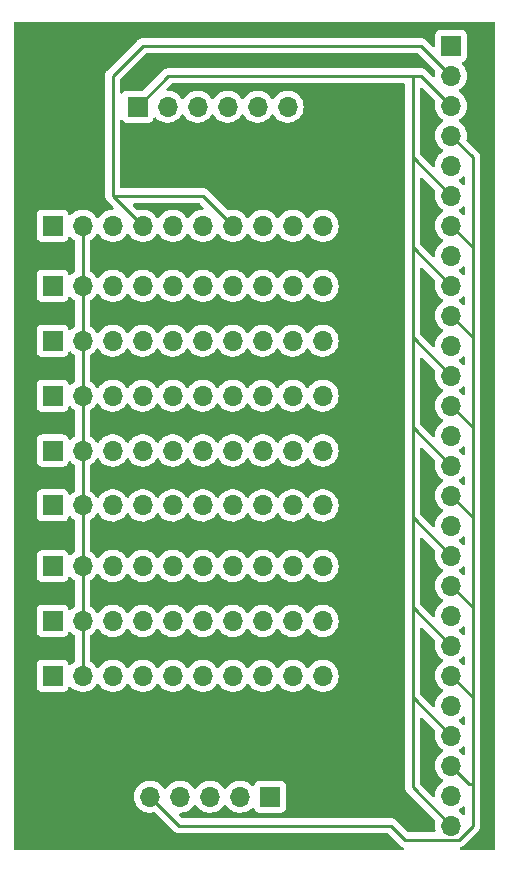
<source format=gbl>
%TF.GenerationSoftware,KiCad,Pcbnew,(6.0.7)*%
%TF.CreationDate,2022-11-21T17:26:44-05:00*%
%TF.ProjectId,upper_v3,75707065-725f-4763-932e-6b696361645f,rev?*%
%TF.SameCoordinates,Original*%
%TF.FileFunction,Copper,L2,Bot*%
%TF.FilePolarity,Positive*%
%FSLAX46Y46*%
G04 Gerber Fmt 4.6, Leading zero omitted, Abs format (unit mm)*
G04 Created by KiCad (PCBNEW (6.0.7)) date 2022-11-21 17:26:44*
%MOMM*%
%LPD*%
G01*
G04 APERTURE LIST*
%TA.AperFunction,ComponentPad*%
%ADD10R,1.700000X1.700000*%
%TD*%
%TA.AperFunction,ComponentPad*%
%ADD11O,1.700000X1.700000*%
%TD*%
%TA.AperFunction,Conductor*%
%ADD12C,0.250000*%
%TD*%
G04 APERTURE END LIST*
D10*
%TO.P,J2,1,Pin_1*%
%TO.N,Net-(J1-Pad1)*%
X119380000Y-73660000D03*
D11*
%TO.P,J2,2,Pin_2*%
%TO.N,Net-(J1-Pad12)*%
X121920000Y-73660000D03*
%TO.P,J2,3,Pin_3*%
%TO.N,unconnected-(J2-Pad3)*%
X124460000Y-73660000D03*
%TO.P,J2,4,Pin_4*%
%TO.N,Net-(J1-Pad2)*%
X127000000Y-73660000D03*
%TO.P,J2,5,Pin_5*%
%TO.N,unconnected-(J2-Pad5)*%
X129540000Y-73660000D03*
%TO.P,J2,6,Pin_6*%
%TO.N,unconnected-(J2-Pad6)*%
X132080000Y-73660000D03*
%TO.P,J2,7,Pin_7*%
%TO.N,Net-(J1-Pad2)*%
X134620000Y-73660000D03*
%TO.P,J2,8,Pin_8*%
%TO.N,unconnected-(J2-Pad8)*%
X137160000Y-73660000D03*
%TO.P,J2,9,Pin_9*%
%TO.N,unconnected-(J2-Pad9)*%
X139700000Y-73660000D03*
%TO.P,J2,10,Pin_10*%
%TO.N,unconnected-(J2-Pad10)*%
X142240000Y-73660000D03*
%TD*%
D10*
%TO.P,J10,1,Pin_1*%
%TO.N,Net-(J1-Pad1)*%
X119380000Y-111760000D03*
D11*
%TO.P,J10,2,Pin_2*%
%TO.N,Net-(J1-Pad12)*%
X121920000Y-111760000D03*
%TO.P,J10,3,Pin_3*%
%TO.N,unconnected-(J10-Pad3)*%
X124460000Y-111760000D03*
%TO.P,J10,4,Pin_4*%
%TO.N,unconnected-(J10-Pad4)*%
X127000000Y-111760000D03*
%TO.P,J10,5,Pin_5*%
%TO.N,unconnected-(J10-Pad5)*%
X129540000Y-111760000D03*
%TO.P,J10,6,Pin_6*%
%TO.N,unconnected-(J10-Pad6)*%
X132080000Y-111760000D03*
%TO.P,J10,7,Pin_7*%
%TO.N,unconnected-(J10-Pad7)*%
X134620000Y-111760000D03*
%TO.P,J10,8,Pin_8*%
%TO.N,unconnected-(J10-Pad8)*%
X137160000Y-111760000D03*
%TO.P,J10,9,Pin_9*%
%TO.N,unconnected-(J10-Pad9)*%
X139700000Y-111760000D03*
%TO.P,J10,10,Pin_10*%
%TO.N,unconnected-(J10-Pad10)*%
X142240000Y-111760000D03*
%TD*%
D10*
%TO.P,J5,1,Pin_1*%
%TO.N,Net-(J1-Pad1)*%
X119380000Y-78740000D03*
D11*
%TO.P,J5,2,Pin_2*%
%TO.N,Net-(J1-Pad12)*%
X121920000Y-78740000D03*
%TO.P,J5,3,Pin_3*%
%TO.N,unconnected-(J5-Pad3)*%
X124460000Y-78740000D03*
%TO.P,J5,4,Pin_4*%
%TO.N,unconnected-(J5-Pad4)*%
X127000000Y-78740000D03*
%TO.P,J5,5,Pin_5*%
%TO.N,unconnected-(J5-Pad5)*%
X129540000Y-78740000D03*
%TO.P,J5,6,Pin_6*%
%TO.N,unconnected-(J5-Pad6)*%
X132080000Y-78740000D03*
%TO.P,J5,7,Pin_7*%
%TO.N,unconnected-(J5-Pad7)*%
X134620000Y-78740000D03*
%TO.P,J5,8,Pin_8*%
%TO.N,unconnected-(J5-Pad8)*%
X137160000Y-78740000D03*
%TO.P,J5,9,Pin_9*%
%TO.N,unconnected-(J5-Pad9)*%
X139700000Y-78740000D03*
%TO.P,J5,10,Pin_10*%
%TO.N,unconnected-(J5-Pad10)*%
X142240000Y-78740000D03*
%TD*%
D10*
%TO.P,J11,1,Pin_1*%
%TO.N,Net-(J1-Pad1)*%
X119380000Y-107110000D03*
D11*
%TO.P,J11,2,Pin_2*%
%TO.N,Net-(J1-Pad12)*%
X121920000Y-107110000D03*
%TO.P,J11,3,Pin_3*%
%TO.N,unconnected-(J11-Pad3)*%
X124460000Y-107110000D03*
%TO.P,J11,4,Pin_4*%
%TO.N,unconnected-(J11-Pad4)*%
X127000000Y-107110000D03*
%TO.P,J11,5,Pin_5*%
%TO.N,unconnected-(J11-Pad5)*%
X129540000Y-107110000D03*
%TO.P,J11,6,Pin_6*%
%TO.N,unconnected-(J11-Pad6)*%
X132080000Y-107110000D03*
%TO.P,J11,7,Pin_7*%
%TO.N,unconnected-(J11-Pad7)*%
X134620000Y-107110000D03*
%TO.P,J11,8,Pin_8*%
%TO.N,unconnected-(J11-Pad8)*%
X137160000Y-107110000D03*
%TO.P,J11,9,Pin_9*%
%TO.N,unconnected-(J11-Pad9)*%
X139700000Y-107110000D03*
%TO.P,J11,10,Pin_10*%
%TO.N,unconnected-(J11-Pad10)*%
X142240000Y-107110000D03*
%TD*%
D10*
%TO.P,J3,1,Pin_1*%
%TO.N,Net-(J1-Pad12)*%
X126575000Y-63575000D03*
D11*
%TO.P,J3,2,Pin_2*%
%TO.N,Net-(J1-Pad14)*%
X129115000Y-63575000D03*
%TO.P,J3,3,Pin_3*%
%TO.N,Net-(J1-Pad11)*%
X131655000Y-63575000D03*
%TO.P,J3,4,Pin_4*%
%TO.N,Net-(J1-Pad8)*%
X134195000Y-63575000D03*
%TO.P,J3,5,Pin_5*%
%TO.N,Net-(J1-Pad5)*%
X136735000Y-63575000D03*
%TO.P,J3,6,Pin_6*%
%TO.N,Net-(J1-Pad1)*%
X139275000Y-63575000D03*
%TD*%
D10*
%TO.P,J7,1,Pin_1*%
%TO.N,Net-(J1-Pad1)*%
X119380000Y-88040000D03*
D11*
%TO.P,J7,2,Pin_2*%
%TO.N,Net-(J1-Pad12)*%
X121920000Y-88040000D03*
%TO.P,J7,3,Pin_3*%
%TO.N,unconnected-(J7-Pad3)*%
X124460000Y-88040000D03*
%TO.P,J7,4,Pin_4*%
%TO.N,unconnected-(J7-Pad4)*%
X127000000Y-88040000D03*
%TO.P,J7,5,Pin_5*%
%TO.N,unconnected-(J7-Pad5)*%
X129540000Y-88040000D03*
%TO.P,J7,6,Pin_6*%
%TO.N,unconnected-(J7-Pad6)*%
X132080000Y-88040000D03*
%TO.P,J7,7,Pin_7*%
%TO.N,unconnected-(J7-Pad7)*%
X134620000Y-88040000D03*
%TO.P,J7,8,Pin_8*%
%TO.N,unconnected-(J7-Pad8)*%
X137160000Y-88040000D03*
%TO.P,J7,9,Pin_9*%
%TO.N,unconnected-(J7-Pad9)*%
X139700000Y-88040000D03*
%TO.P,J7,10,Pin_10*%
%TO.N,unconnected-(J7-Pad10)*%
X142240000Y-88040000D03*
%TD*%
D10*
%TO.P,J6,1,Pin_1*%
%TO.N,Net-(J1-Pad1)*%
X119380000Y-97340000D03*
D11*
%TO.P,J6,2,Pin_2*%
%TO.N,Net-(J1-Pad12)*%
X121920000Y-97340000D03*
%TO.P,J6,3,Pin_3*%
%TO.N,unconnected-(J6-Pad3)*%
X124460000Y-97340000D03*
%TO.P,J6,4,Pin_4*%
%TO.N,unconnected-(J6-Pad4)*%
X127000000Y-97340000D03*
%TO.P,J6,5,Pin_5*%
%TO.N,unconnected-(J6-Pad5)*%
X129540000Y-97340000D03*
%TO.P,J6,6,Pin_6*%
%TO.N,unconnected-(J6-Pad6)*%
X132080000Y-97340000D03*
%TO.P,J6,7,Pin_7*%
%TO.N,unconnected-(J6-Pad7)*%
X134620000Y-97340000D03*
%TO.P,J6,8,Pin_8*%
%TO.N,unconnected-(J6-Pad8)*%
X137160000Y-97340000D03*
%TO.P,J6,9,Pin_9*%
%TO.N,unconnected-(J6-Pad9)*%
X139700000Y-97340000D03*
%TO.P,J6,10,Pin_10*%
%TO.N,unconnected-(J6-Pad10)*%
X142240000Y-97340000D03*
%TD*%
D10*
%TO.P,J1,1,Pin_1*%
%TO.N,Net-(J1-Pad1)*%
X153105000Y-58415000D03*
D11*
%TO.P,J1,2,Pin_2*%
%TO.N,Net-(J1-Pad2)*%
X153105000Y-60955000D03*
%TO.P,J1,3,Pin_3*%
%TO.N,Net-(J1-Pad12)*%
X153105000Y-63495000D03*
%TO.P,J1,4,Pin_4*%
%TO.N,Net-(J1-Pad10)*%
X153105000Y-66035000D03*
%TO.P,J1,5,Pin_5*%
%TO.N,Net-(J1-Pad5)*%
X153105000Y-68575000D03*
%TO.P,J1,6,Pin_6*%
%TO.N,Net-(J1-Pad12)*%
X153105000Y-71115000D03*
%TO.P,J1,7,Pin_7*%
%TO.N,Net-(J1-Pad10)*%
X153105000Y-73655000D03*
%TO.P,J1,8,Pin_8*%
%TO.N,Net-(J1-Pad8)*%
X153105000Y-76195000D03*
%TO.P,J1,9,Pin_9*%
%TO.N,Net-(J1-Pad12)*%
X153105000Y-78735000D03*
%TO.P,J1,10,Pin_10*%
%TO.N,Net-(J1-Pad10)*%
X153105000Y-81275000D03*
%TO.P,J1,11,Pin_11*%
%TO.N,Net-(J1-Pad11)*%
X153105000Y-83815000D03*
%TO.P,J1,12,Pin_12*%
%TO.N,Net-(J1-Pad12)*%
X153105000Y-86355000D03*
%TO.P,J1,13,Pin_13*%
%TO.N,Net-(J1-Pad10)*%
X153105000Y-88895000D03*
%TO.P,J1,14,Pin_14*%
%TO.N,Net-(J1-Pad14)*%
X153105000Y-91435000D03*
%TO.P,J1,15,Pin_15*%
%TO.N,Net-(J1-Pad12)*%
X153105000Y-93975000D03*
%TO.P,J1,16,Pin_16*%
%TO.N,Net-(J1-Pad10)*%
X153105000Y-96515000D03*
%TO.P,J1,17,Pin_17*%
%TO.N,Net-(J1-Pad17)*%
X153105000Y-99055000D03*
%TO.P,J1,18,Pin_18*%
%TO.N,Net-(J1-Pad12)*%
X153105000Y-101595000D03*
%TO.P,J1,19,Pin_19*%
%TO.N,Net-(J1-Pad10)*%
X153105000Y-104135000D03*
%TO.P,J1,20,Pin_20*%
%TO.N,Net-(J1-Pad20)*%
X153105000Y-106675000D03*
%TO.P,J1,21,Pin_21*%
%TO.N,Net-(J1-Pad12)*%
X153105000Y-109215000D03*
%TO.P,J1,22,Pin_22*%
%TO.N,Net-(J1-Pad10)*%
X153105000Y-111755000D03*
%TO.P,J1,23,Pin_23*%
%TO.N,Net-(J1-Pad23)*%
X153105000Y-114295000D03*
%TO.P,J1,24,Pin_24*%
%TO.N,Net-(J1-Pad12)*%
X153105000Y-116835000D03*
%TO.P,J1,25,Pin_25*%
%TO.N,Net-(J1-Pad10)*%
X153105000Y-119375000D03*
%TO.P,J1,26,Pin_26*%
%TO.N,Net-(J1-Pad26)*%
X153105000Y-121915000D03*
%TO.P,J1,27,Pin_27*%
%TO.N,Net-(J1-Pad12)*%
X153105000Y-124455000D03*
%TD*%
D10*
%TO.P,J9,1,Pin_1*%
%TO.N,Net-(J1-Pad1)*%
X119380000Y-92690000D03*
D11*
%TO.P,J9,2,Pin_2*%
%TO.N,Net-(J1-Pad12)*%
X121920000Y-92690000D03*
%TO.P,J9,3,Pin_3*%
%TO.N,unconnected-(J9-Pad3)*%
X124460000Y-92690000D03*
%TO.P,J9,4,Pin_4*%
%TO.N,unconnected-(J9-Pad4)*%
X127000000Y-92690000D03*
%TO.P,J9,5,Pin_5*%
%TO.N,unconnected-(J9-Pad5)*%
X129540000Y-92690000D03*
%TO.P,J9,6,Pin_6*%
%TO.N,unconnected-(J9-Pad6)*%
X132080000Y-92690000D03*
%TO.P,J9,7,Pin_7*%
%TO.N,unconnected-(J9-Pad7)*%
X134620000Y-92690000D03*
%TO.P,J9,8,Pin_8*%
%TO.N,unconnected-(J9-Pad8)*%
X137160000Y-92690000D03*
%TO.P,J9,9,Pin_9*%
%TO.N,unconnected-(J9-Pad9)*%
X139700000Y-92690000D03*
%TO.P,J9,10,Pin_10*%
%TO.N,unconnected-(J9-Pad10)*%
X142240000Y-92690000D03*
%TD*%
D10*
%TO.P,J4,1,Pin_1*%
%TO.N,Net-(J1-Pad26)*%
X137800000Y-122000000D03*
D11*
%TO.P,J4,2,Pin_2*%
%TO.N,Net-(J1-Pad23)*%
X135260000Y-122000000D03*
%TO.P,J4,3,Pin_3*%
%TO.N,Net-(J1-Pad20)*%
X132720000Y-122000000D03*
%TO.P,J4,4,Pin_4*%
%TO.N,Net-(J1-Pad17)*%
X130180000Y-122000000D03*
%TO.P,J4,5,Pin_5*%
%TO.N,Net-(J1-Pad10)*%
X127640000Y-122000000D03*
%TD*%
D10*
%TO.P,J12,1,Pin_1*%
%TO.N,Net-(J1-Pad1)*%
X119380000Y-102460000D03*
D11*
%TO.P,J12,2,Pin_2*%
%TO.N,Net-(J1-Pad12)*%
X121920000Y-102460000D03*
%TO.P,J12,3,Pin_3*%
%TO.N,unconnected-(J12-Pad3)*%
X124460000Y-102460000D03*
%TO.P,J12,4,Pin_4*%
%TO.N,unconnected-(J12-Pad4)*%
X127000000Y-102460000D03*
%TO.P,J12,5,Pin_5*%
%TO.N,unconnected-(J12-Pad5)*%
X129540000Y-102460000D03*
%TO.P,J12,6,Pin_6*%
%TO.N,unconnected-(J12-Pad6)*%
X132080000Y-102460000D03*
%TO.P,J12,7,Pin_7*%
%TO.N,unconnected-(J12-Pad7)*%
X134620000Y-102460000D03*
%TO.P,J12,8,Pin_8*%
%TO.N,unconnected-(J12-Pad8)*%
X137160000Y-102460000D03*
%TO.P,J12,9,Pin_9*%
%TO.N,unconnected-(J12-Pad9)*%
X139700000Y-102460000D03*
%TO.P,J12,10,Pin_10*%
%TO.N,unconnected-(J12-Pad10)*%
X142240000Y-102460000D03*
%TD*%
D10*
%TO.P,J8,1,Pin_1*%
%TO.N,Net-(J1-Pad1)*%
X119380000Y-83390000D03*
D11*
%TO.P,J8,2,Pin_2*%
%TO.N,Net-(J1-Pad12)*%
X121920000Y-83390000D03*
%TO.P,J8,3,Pin_3*%
%TO.N,unconnected-(J8-Pad3)*%
X124460000Y-83390000D03*
%TO.P,J8,4,Pin_4*%
%TO.N,unconnected-(J8-Pad4)*%
X127000000Y-83390000D03*
%TO.P,J8,5,Pin_5*%
%TO.N,unconnected-(J8-Pad5)*%
X129540000Y-83390000D03*
%TO.P,J8,6,Pin_6*%
%TO.N,unconnected-(J8-Pad6)*%
X132080000Y-83390000D03*
%TO.P,J8,7,Pin_7*%
%TO.N,unconnected-(J8-Pad7)*%
X134620000Y-83390000D03*
%TO.P,J8,8,Pin_8*%
%TO.N,unconnected-(J8-Pad8)*%
X137160000Y-83390000D03*
%TO.P,J8,9,Pin_9*%
%TO.N,unconnected-(J8-Pad9)*%
X139700000Y-83390000D03*
%TO.P,J8,10,Pin_10*%
%TO.N,unconnected-(J8-Pad10)*%
X142240000Y-83390000D03*
%TD*%
D12*
%TO.N,Net-(J1-Pad2)*%
X132080000Y-71120000D02*
X124460000Y-71120000D01*
X134620000Y-73660000D02*
X132080000Y-71120000D01*
X127000000Y-58420000D02*
X124460000Y-60960000D01*
X124460000Y-71120000D02*
X127000000Y-73660000D01*
X150570000Y-58420000D02*
X127000000Y-58420000D01*
X153105000Y-60955000D02*
X150570000Y-58420000D01*
X124460000Y-60960000D02*
X124460000Y-71120000D01*
%TO.N,Net-(J1-Pad12)*%
X149860000Y-90730000D02*
X153105000Y-93975000D01*
X121920000Y-78740000D02*
X121920000Y-83390000D01*
X149860000Y-98350000D02*
X149860000Y-105970000D01*
X126575000Y-63575000D02*
X129190000Y-60960000D01*
X121920000Y-92690000D02*
X121920000Y-97340000D01*
X129190000Y-60960000D02*
X149860000Y-60960000D01*
X149860000Y-60960000D02*
X149860000Y-67870000D01*
X149860000Y-105970000D02*
X153105000Y-109215000D01*
X121920000Y-102460000D02*
X121920000Y-107110000D01*
X149860000Y-113590000D02*
X149860000Y-121210000D01*
X149860000Y-75490000D02*
X153105000Y-78735000D01*
X121920000Y-107110000D02*
X121920000Y-111760000D01*
X121920000Y-97340000D02*
X121920000Y-102460000D01*
X149860000Y-83110000D02*
X149860000Y-90730000D01*
X149860000Y-90730000D02*
X149860000Y-98350000D01*
X121920000Y-73660000D02*
X121920000Y-78740000D01*
X149860000Y-75490000D02*
X149860000Y-83110000D01*
X149860000Y-121210000D02*
X153105000Y-124455000D01*
X149860000Y-83110000D02*
X153105000Y-86355000D01*
X149860000Y-113590000D02*
X153105000Y-116835000D01*
X149860000Y-105970000D02*
X149860000Y-113590000D01*
X149860000Y-67870000D02*
X149860000Y-75490000D01*
X121920000Y-88040000D02*
X121920000Y-92690000D01*
X149860000Y-67870000D02*
X153105000Y-71115000D01*
X121920000Y-83390000D02*
X121920000Y-88040000D01*
X150570000Y-60960000D02*
X153105000Y-63495000D01*
X149860000Y-98350000D02*
X153105000Y-101595000D01*
X149860000Y-60960000D02*
X150570000Y-60960000D01*
%TO.N,Net-(J1-Pad10)*%
X154940000Y-114300000D02*
X154940000Y-105970000D01*
X154940000Y-75490000D02*
X153105000Y-73655000D01*
X154940000Y-120940000D02*
X154940000Y-114300000D01*
X154940000Y-90730000D02*
X154940000Y-83110000D01*
X148020000Y-124460000D02*
X130100000Y-124460000D01*
X130100000Y-124460000D02*
X127640000Y-122000000D01*
X152405000Y-111755000D02*
X152400000Y-111760000D01*
X154940000Y-83110000D02*
X153105000Y-81275000D01*
X153105000Y-111755000D02*
X152405000Y-111755000D01*
X154940000Y-105970000D02*
X154940000Y-98350000D01*
X154940000Y-67870000D02*
X153105000Y-66035000D01*
X154940000Y-90730000D02*
X153105000Y-88895000D01*
X153770000Y-125630000D02*
X154940000Y-124460000D01*
X154940000Y-98350000D02*
X153105000Y-96515000D01*
X153105000Y-111755000D02*
X154940000Y-113590000D01*
X154940000Y-105970000D02*
X153105000Y-104135000D01*
X148020000Y-124460000D02*
X149190000Y-125630000D01*
X154940000Y-124460000D02*
X154940000Y-120940000D01*
X154940000Y-113590000D02*
X154940000Y-114300000D01*
X154940000Y-83110000D02*
X154940000Y-75490000D01*
X149190000Y-125630000D02*
X153770000Y-125630000D01*
X154940000Y-98350000D02*
X154940000Y-90730000D01*
X154670000Y-120940000D02*
X154940000Y-120940000D01*
X154940000Y-75490000D02*
X154940000Y-67870000D01*
X153105000Y-119375000D02*
X154670000Y-120940000D01*
%TD*%
%TA.AperFunction,NonConductor*%
G36*
X150323527Y-59073502D02*
G01*
X150344501Y-59090405D01*
X151754778Y-60500682D01*
X151788804Y-60562994D01*
X151787100Y-60623448D01*
X151765989Y-60699570D01*
X151765441Y-60704700D01*
X151765440Y-60704704D01*
X151762457Y-60732616D01*
X151742251Y-60921695D01*
X151742548Y-60926853D01*
X151742422Y-60932024D01*
X151740914Y-60931987D01*
X151726411Y-60994482D01*
X151675520Y-61043986D01*
X151605944Y-61058117D01*
X151539773Y-61032389D01*
X151527574Y-61021669D01*
X151073652Y-60567747D01*
X151066112Y-60559461D01*
X151062000Y-60552982D01*
X151012348Y-60506356D01*
X151009507Y-60503602D01*
X150989770Y-60483865D01*
X150986573Y-60481385D01*
X150977551Y-60473680D01*
X150973400Y-60469782D01*
X150945321Y-60443414D01*
X150938375Y-60439595D01*
X150938372Y-60439593D01*
X150927566Y-60433652D01*
X150911047Y-60422801D01*
X150910583Y-60422441D01*
X150895041Y-60410386D01*
X150887772Y-60407241D01*
X150887768Y-60407238D01*
X150854463Y-60392826D01*
X150843813Y-60387609D01*
X150805060Y-60366305D01*
X150785437Y-60361267D01*
X150766734Y-60354863D01*
X150755420Y-60349967D01*
X150755419Y-60349967D01*
X150748145Y-60346819D01*
X150740322Y-60345580D01*
X150740312Y-60345577D01*
X150704476Y-60339901D01*
X150692856Y-60337495D01*
X150657711Y-60328472D01*
X150657710Y-60328472D01*
X150650030Y-60326500D01*
X150629776Y-60326500D01*
X150610065Y-60324949D01*
X150607534Y-60324548D01*
X150590057Y-60321780D01*
X150564351Y-60324210D01*
X150546039Y-60325941D01*
X150534181Y-60326500D01*
X149931793Y-60326500D01*
X149908184Y-60324268D01*
X149907881Y-60324210D01*
X149907877Y-60324210D01*
X149900094Y-60322725D01*
X149844049Y-60326251D01*
X149836138Y-60326500D01*
X129268763Y-60326500D01*
X129257579Y-60325973D01*
X129250091Y-60324299D01*
X129242168Y-60324548D01*
X129182033Y-60326438D01*
X129178075Y-60326500D01*
X129150144Y-60326500D01*
X129146229Y-60326995D01*
X129146225Y-60326995D01*
X129146167Y-60327003D01*
X129146138Y-60327006D01*
X129134296Y-60327939D01*
X129090110Y-60329327D01*
X129072744Y-60334372D01*
X129070658Y-60334978D01*
X129051306Y-60338986D01*
X129039068Y-60340532D01*
X129039066Y-60340533D01*
X129031203Y-60341526D01*
X128990086Y-60357806D01*
X128978885Y-60361641D01*
X128936406Y-60373982D01*
X128929587Y-60378015D01*
X128929582Y-60378017D01*
X128918971Y-60384293D01*
X128901221Y-60392990D01*
X128882383Y-60400448D01*
X128875967Y-60405109D01*
X128875966Y-60405110D01*
X128846625Y-60426428D01*
X128836701Y-60432947D01*
X128805460Y-60451422D01*
X128805455Y-60451426D01*
X128798637Y-60455458D01*
X128784313Y-60469782D01*
X128769281Y-60482621D01*
X128752893Y-60494528D01*
X128733764Y-60517651D01*
X128724712Y-60528593D01*
X128716722Y-60537373D01*
X127074500Y-62179595D01*
X127012188Y-62213621D01*
X126985405Y-62216500D01*
X125676866Y-62216500D01*
X125673469Y-62216869D01*
X125670560Y-62217185D01*
X125614684Y-62223255D01*
X125478295Y-62274385D01*
X125361739Y-62361739D01*
X125356358Y-62368919D01*
X125356357Y-62368920D01*
X125320326Y-62416996D01*
X125263467Y-62459511D01*
X125192648Y-62464537D01*
X125130355Y-62430477D01*
X125096365Y-62368146D01*
X125093500Y-62341431D01*
X125093500Y-61274594D01*
X125113502Y-61206473D01*
X125130405Y-61185499D01*
X127225499Y-59090405D01*
X127287811Y-59056379D01*
X127314594Y-59053500D01*
X150255406Y-59053500D01*
X150323527Y-59073502D01*
G37*
%TD.AperFunction*%
%TA.AperFunction,NonConductor*%
G36*
X150702012Y-61988370D02*
G01*
X150708595Y-61994499D01*
X151754778Y-63040682D01*
X151788804Y-63102994D01*
X151787100Y-63163448D01*
X151765989Y-63239570D01*
X151765441Y-63244700D01*
X151765440Y-63244704D01*
X151761933Y-63277522D01*
X151742251Y-63461695D01*
X151742548Y-63466848D01*
X151742548Y-63466851D01*
X151748784Y-63575000D01*
X151755110Y-63684715D01*
X151756247Y-63689761D01*
X151756248Y-63689767D01*
X151776119Y-63777939D01*
X151804222Y-63902639D01*
X151888266Y-64109616D01*
X151890965Y-64114020D01*
X151993460Y-64281277D01*
X152004987Y-64300088D01*
X152151250Y-64468938D01*
X152323126Y-64611632D01*
X152330897Y-64616173D01*
X152396445Y-64654476D01*
X152445169Y-64706114D01*
X152458240Y-64775897D01*
X152431509Y-64841669D01*
X152391055Y-64875027D01*
X152378607Y-64881507D01*
X152374474Y-64884610D01*
X152374471Y-64884612D01*
X152305026Y-64936753D01*
X152199965Y-65015635D01*
X152045629Y-65177138D01*
X151919743Y-65361680D01*
X151825688Y-65564305D01*
X151765989Y-65779570D01*
X151742251Y-66001695D01*
X151742548Y-66006848D01*
X151742548Y-66006851D01*
X151748011Y-66101590D01*
X151755110Y-66224715D01*
X151756247Y-66229761D01*
X151756248Y-66229767D01*
X151776119Y-66317939D01*
X151804222Y-66442639D01*
X151888266Y-66649616D01*
X152004987Y-66840088D01*
X152151250Y-67008938D01*
X152323126Y-67151632D01*
X152393595Y-67192811D01*
X152396445Y-67194476D01*
X152445169Y-67246114D01*
X152458240Y-67315897D01*
X152431509Y-67381669D01*
X152391055Y-67415027D01*
X152378607Y-67421507D01*
X152374474Y-67424610D01*
X152374471Y-67424612D01*
X152204100Y-67552530D01*
X152199965Y-67555635D01*
X152186473Y-67569754D01*
X152051301Y-67711203D01*
X152045629Y-67717138D01*
X152042715Y-67721410D01*
X152042714Y-67721411D01*
X152009493Y-67770111D01*
X151919743Y-67901680D01*
X151825688Y-68104305D01*
X151765989Y-68319570D01*
X151742251Y-68541695D01*
X151742548Y-68546853D01*
X151742422Y-68552024D01*
X151740914Y-68551987D01*
X151726410Y-68614485D01*
X151675518Y-68663988D01*
X151605942Y-68678118D01*
X151539771Y-68652389D01*
X151527574Y-68641670D01*
X150530405Y-67644500D01*
X150496379Y-67582188D01*
X150493500Y-67555405D01*
X150493500Y-62083594D01*
X150513502Y-62015473D01*
X150567158Y-61968980D01*
X150637432Y-61958876D01*
X150702012Y-61988370D01*
G37*
%TD.AperFunction*%
%TA.AperFunction,NonConductor*%
G36*
X154224739Y-69481117D02*
G01*
X154281500Y-69523763D01*
X154306194Y-69590327D01*
X154306500Y-69599096D01*
X154306500Y-70091097D01*
X154286498Y-70159218D01*
X154232842Y-70205711D01*
X154162568Y-70215815D01*
X154097988Y-70186321D01*
X154087307Y-70175897D01*
X154038152Y-70121876D01*
X154038142Y-70121867D01*
X154034670Y-70118051D01*
X154030619Y-70114852D01*
X154030615Y-70114848D01*
X153863414Y-69982800D01*
X153863410Y-69982798D01*
X153859359Y-69979598D01*
X153818053Y-69956796D01*
X153768084Y-69906364D01*
X153753312Y-69836921D01*
X153778428Y-69770516D01*
X153805780Y-69743909D01*
X153849603Y-69712650D01*
X153984860Y-69616173D01*
X154091560Y-69509845D01*
X154153932Y-69475929D01*
X154224739Y-69481117D01*
G37*
%TD.AperFunction*%
%TA.AperFunction,NonConductor*%
G36*
X154224739Y-72021117D02*
G01*
X154281500Y-72063763D01*
X154306194Y-72130327D01*
X154306500Y-72139096D01*
X154306500Y-72631097D01*
X154286498Y-72699218D01*
X154232842Y-72745711D01*
X154162568Y-72755815D01*
X154097988Y-72726321D01*
X154087307Y-72715897D01*
X154038152Y-72661876D01*
X154038142Y-72661867D01*
X154034670Y-72658051D01*
X154030619Y-72654852D01*
X154030615Y-72654848D01*
X153863414Y-72522800D01*
X153863410Y-72522798D01*
X153859359Y-72519598D01*
X153818053Y-72496796D01*
X153768084Y-72446364D01*
X153753312Y-72376921D01*
X153778428Y-72310516D01*
X153805780Y-72283909D01*
X153849603Y-72252650D01*
X153984860Y-72156173D01*
X154091560Y-72049845D01*
X154153932Y-72015929D01*
X154224739Y-72021117D01*
G37*
%TD.AperFunction*%
%TA.AperFunction,NonConductor*%
G36*
X131833527Y-71773502D02*
G01*
X131854501Y-71790405D01*
X132150086Y-72085990D01*
X132184112Y-72148302D01*
X132179047Y-72219117D01*
X132136500Y-72275953D01*
X132069980Y-72300764D01*
X132059459Y-72301076D01*
X132011962Y-72300495D01*
X131990080Y-72300228D01*
X131990078Y-72300228D01*
X131984911Y-72300165D01*
X131764091Y-72333955D01*
X131551756Y-72403357D01*
X131353607Y-72506507D01*
X131349474Y-72509610D01*
X131349471Y-72509612D01*
X131181624Y-72635635D01*
X131174965Y-72640635D01*
X131171393Y-72644373D01*
X131063729Y-72757037D01*
X131020629Y-72802138D01*
X130913201Y-72959621D01*
X130858293Y-73004621D01*
X130787768Y-73012792D01*
X130724021Y-72981538D01*
X130703324Y-72957054D01*
X130622822Y-72832617D01*
X130622820Y-72832614D01*
X130620014Y-72828277D01*
X130469670Y-72663051D01*
X130465619Y-72659852D01*
X130465615Y-72659848D01*
X130298414Y-72527800D01*
X130298410Y-72527798D01*
X130294359Y-72524598D01*
X130285302Y-72519598D01*
X130240791Y-72495027D01*
X130098789Y-72416638D01*
X130093920Y-72414914D01*
X130093916Y-72414912D01*
X129893087Y-72343795D01*
X129893083Y-72343794D01*
X129888212Y-72342069D01*
X129883119Y-72341162D01*
X129883116Y-72341161D01*
X129673373Y-72303800D01*
X129673367Y-72303799D01*
X129668284Y-72302894D01*
X129594452Y-72301992D01*
X129450081Y-72300228D01*
X129450079Y-72300228D01*
X129444911Y-72300165D01*
X129224091Y-72333955D01*
X129011756Y-72403357D01*
X128813607Y-72506507D01*
X128809474Y-72509610D01*
X128809471Y-72509612D01*
X128641624Y-72635635D01*
X128634965Y-72640635D01*
X128631393Y-72644373D01*
X128523729Y-72757037D01*
X128480629Y-72802138D01*
X128373201Y-72959621D01*
X128318293Y-73004621D01*
X128247768Y-73012792D01*
X128184021Y-72981538D01*
X128163324Y-72957054D01*
X128082822Y-72832617D01*
X128082820Y-72832614D01*
X128080014Y-72828277D01*
X127929670Y-72663051D01*
X127925619Y-72659852D01*
X127925615Y-72659848D01*
X127758414Y-72527800D01*
X127758410Y-72527798D01*
X127754359Y-72524598D01*
X127745302Y-72519598D01*
X127700791Y-72495027D01*
X127558789Y-72416638D01*
X127553920Y-72414914D01*
X127553916Y-72414912D01*
X127353087Y-72343795D01*
X127353083Y-72343794D01*
X127348212Y-72342069D01*
X127343119Y-72341162D01*
X127343116Y-72341161D01*
X127133373Y-72303800D01*
X127133367Y-72303799D01*
X127128284Y-72302894D01*
X127054452Y-72301992D01*
X126910081Y-72300228D01*
X126910079Y-72300228D01*
X126904911Y-72300165D01*
X126684091Y-72333955D01*
X126671532Y-72338060D01*
X126600568Y-72340210D01*
X126543294Y-72307389D01*
X126204500Y-71968595D01*
X126170474Y-71906283D01*
X126175539Y-71835468D01*
X126218086Y-71778632D01*
X126284606Y-71753821D01*
X126293595Y-71753500D01*
X131765406Y-71753500D01*
X131833527Y-71773502D01*
G37*
%TD.AperFunction*%
%TA.AperFunction,NonConductor*%
G36*
X150702012Y-69608370D02*
G01*
X150708593Y-69614497D01*
X151253313Y-70159218D01*
X151754777Y-70660682D01*
X151788803Y-70722994D01*
X151787100Y-70783446D01*
X151765989Y-70859570D01*
X151742251Y-71081695D01*
X151742548Y-71086848D01*
X151742548Y-71086851D01*
X151750884Y-71231422D01*
X151755110Y-71304715D01*
X151756247Y-71309761D01*
X151756248Y-71309767D01*
X151771977Y-71379559D01*
X151804222Y-71522639D01*
X151888266Y-71729616D01*
X152004987Y-71920088D01*
X152151250Y-72088938D01*
X152323126Y-72231632D01*
X152393595Y-72272811D01*
X152396445Y-72274476D01*
X152445169Y-72326114D01*
X152458240Y-72395897D01*
X152431509Y-72461669D01*
X152391055Y-72495027D01*
X152378607Y-72501507D01*
X152374474Y-72504610D01*
X152374471Y-72504612D01*
X152206009Y-72631097D01*
X152199965Y-72635635D01*
X152045629Y-72797138D01*
X151919743Y-72981680D01*
X151825688Y-73184305D01*
X151765989Y-73399570D01*
X151742251Y-73621695D01*
X151742548Y-73626848D01*
X151742548Y-73626851D01*
X151748106Y-73723240D01*
X151755110Y-73844715D01*
X151756247Y-73849761D01*
X151756248Y-73849767D01*
X151777246Y-73942939D01*
X151804222Y-74062639D01*
X151888266Y-74269616D01*
X152004987Y-74460088D01*
X152151250Y-74628938D01*
X152323126Y-74771632D01*
X152331683Y-74776632D01*
X152396445Y-74814476D01*
X152445169Y-74866114D01*
X152458240Y-74935897D01*
X152431509Y-75001669D01*
X152391055Y-75035027D01*
X152378607Y-75041507D01*
X152374474Y-75044610D01*
X152374471Y-75044612D01*
X152204100Y-75172530D01*
X152199965Y-75175635D01*
X152045629Y-75337138D01*
X151919743Y-75521680D01*
X151825688Y-75724305D01*
X151765989Y-75939570D01*
X151742251Y-76161695D01*
X151742548Y-76166853D01*
X151742422Y-76172024D01*
X151740914Y-76171987D01*
X151726410Y-76234485D01*
X151675518Y-76283988D01*
X151605942Y-76298118D01*
X151539771Y-76272389D01*
X151527574Y-76261670D01*
X150530405Y-75264500D01*
X150496379Y-75202188D01*
X150493500Y-75175405D01*
X150493500Y-69703594D01*
X150513502Y-69635473D01*
X150567158Y-69588980D01*
X150637432Y-69578876D01*
X150702012Y-69608370D01*
G37*
%TD.AperFunction*%
%TA.AperFunction,NonConductor*%
G36*
X154224739Y-77101117D02*
G01*
X154281500Y-77143763D01*
X154306194Y-77210327D01*
X154306500Y-77219096D01*
X154306500Y-77711097D01*
X154286498Y-77779218D01*
X154232842Y-77825711D01*
X154162568Y-77835815D01*
X154097988Y-77806321D01*
X154087307Y-77795897D01*
X154038152Y-77741876D01*
X154038142Y-77741867D01*
X154034670Y-77738051D01*
X154030619Y-77734852D01*
X154030615Y-77734848D01*
X153863414Y-77602800D01*
X153863410Y-77602798D01*
X153859359Y-77599598D01*
X153818053Y-77576796D01*
X153768084Y-77526364D01*
X153753312Y-77456921D01*
X153778428Y-77390516D01*
X153805780Y-77363909D01*
X153849603Y-77332650D01*
X153984860Y-77236173D01*
X154091560Y-77129845D01*
X154153932Y-77095929D01*
X154224739Y-77101117D01*
G37*
%TD.AperFunction*%
%TA.AperFunction,NonConductor*%
G36*
X154224739Y-79641117D02*
G01*
X154281500Y-79683763D01*
X154306194Y-79750327D01*
X154306500Y-79759096D01*
X154306500Y-80251097D01*
X154286498Y-80319218D01*
X154232842Y-80365711D01*
X154162568Y-80375815D01*
X154097988Y-80346321D01*
X154087307Y-80335897D01*
X154038152Y-80281876D01*
X154038142Y-80281867D01*
X154034670Y-80278051D01*
X154030619Y-80274852D01*
X154030615Y-80274848D01*
X153863414Y-80142800D01*
X153863410Y-80142798D01*
X153859359Y-80139598D01*
X153818053Y-80116796D01*
X153768084Y-80066364D01*
X153753312Y-79996921D01*
X153778428Y-79930516D01*
X153805780Y-79903909D01*
X153872060Y-79856632D01*
X153984860Y-79776173D01*
X154091560Y-79669845D01*
X154153932Y-79635929D01*
X154224739Y-79641117D01*
G37*
%TD.AperFunction*%
%TA.AperFunction,NonConductor*%
G36*
X150702012Y-77228370D02*
G01*
X150708593Y-77234497D01*
X151236338Y-77762243D01*
X151754777Y-78280682D01*
X151788803Y-78342994D01*
X151787100Y-78403446D01*
X151765989Y-78479570D01*
X151742251Y-78701695D01*
X151742548Y-78706848D01*
X151742548Y-78706851D01*
X151748106Y-78803240D01*
X151755110Y-78924715D01*
X151756247Y-78929761D01*
X151756248Y-78929767D01*
X151777246Y-79022939D01*
X151804222Y-79142639D01*
X151888266Y-79349616D01*
X152004987Y-79540088D01*
X152151250Y-79708938D01*
X152323126Y-79851632D01*
X152331683Y-79856632D01*
X152396445Y-79894476D01*
X152445169Y-79946114D01*
X152458240Y-80015897D01*
X152431509Y-80081669D01*
X152391055Y-80115027D01*
X152378607Y-80121507D01*
X152374474Y-80124610D01*
X152374471Y-80124612D01*
X152350247Y-80142800D01*
X152199965Y-80255635D01*
X152045629Y-80417138D01*
X151919743Y-80601680D01*
X151825688Y-80804305D01*
X151765989Y-81019570D01*
X151742251Y-81241695D01*
X151755110Y-81464715D01*
X151756247Y-81469761D01*
X151756248Y-81469767D01*
X151780304Y-81576508D01*
X151804222Y-81682639D01*
X151888266Y-81889616D01*
X151890965Y-81894020D01*
X152001131Y-82073795D01*
X152004987Y-82080088D01*
X152151250Y-82248938D01*
X152323126Y-82391632D01*
X152393595Y-82432811D01*
X152396445Y-82434476D01*
X152445169Y-82486114D01*
X152458240Y-82555897D01*
X152431509Y-82621669D01*
X152391055Y-82655027D01*
X152378607Y-82661507D01*
X152374474Y-82664610D01*
X152374471Y-82664612D01*
X152259959Y-82750590D01*
X152199965Y-82795635D01*
X152045629Y-82957138D01*
X151919743Y-83141680D01*
X151825688Y-83344305D01*
X151765989Y-83559570D01*
X151742251Y-83781695D01*
X151742548Y-83786853D01*
X151742422Y-83792024D01*
X151740914Y-83791987D01*
X151726410Y-83854485D01*
X151675518Y-83903988D01*
X151605942Y-83918118D01*
X151539771Y-83892389D01*
X151527574Y-83881670D01*
X151105813Y-83459908D01*
X150530405Y-82884500D01*
X150496379Y-82822188D01*
X150493500Y-82795405D01*
X150493500Y-77323594D01*
X150513502Y-77255473D01*
X150567158Y-77208980D01*
X150637432Y-77198876D01*
X150702012Y-77228370D01*
G37*
%TD.AperFunction*%
%TA.AperFunction,NonConductor*%
G36*
X154224739Y-84721117D02*
G01*
X154281500Y-84763763D01*
X154306194Y-84830327D01*
X154306500Y-84839096D01*
X154306500Y-85331097D01*
X154286498Y-85399218D01*
X154232842Y-85445711D01*
X154162568Y-85455815D01*
X154097988Y-85426321D01*
X154087307Y-85415897D01*
X154038152Y-85361876D01*
X154038142Y-85361867D01*
X154034670Y-85358051D01*
X154030619Y-85354852D01*
X154030615Y-85354848D01*
X153863414Y-85222800D01*
X153863410Y-85222798D01*
X153859359Y-85219598D01*
X153818053Y-85196796D01*
X153768084Y-85146364D01*
X153753312Y-85076921D01*
X153778428Y-85010516D01*
X153805780Y-84983909D01*
X153849603Y-84952650D01*
X153984860Y-84856173D01*
X154091560Y-84749845D01*
X154153932Y-84715929D01*
X154224739Y-84721117D01*
G37*
%TD.AperFunction*%
%TA.AperFunction,NonConductor*%
G36*
X154224739Y-87261117D02*
G01*
X154281500Y-87303763D01*
X154306194Y-87370327D01*
X154306500Y-87379096D01*
X154306500Y-87871097D01*
X154286498Y-87939218D01*
X154232842Y-87985711D01*
X154162568Y-87995815D01*
X154097988Y-87966321D01*
X154087307Y-87955897D01*
X154038152Y-87901876D01*
X154038142Y-87901867D01*
X154034670Y-87898051D01*
X154030619Y-87894852D01*
X154030615Y-87894848D01*
X153863414Y-87762800D01*
X153863410Y-87762798D01*
X153859359Y-87759598D01*
X153818053Y-87736796D01*
X153768084Y-87686364D01*
X153753312Y-87616921D01*
X153778428Y-87550516D01*
X153805780Y-87523909D01*
X153849603Y-87492650D01*
X153984860Y-87396173D01*
X154091560Y-87289845D01*
X154153932Y-87255929D01*
X154224739Y-87261117D01*
G37*
%TD.AperFunction*%
%TA.AperFunction,NonConductor*%
G36*
X150702012Y-84848370D02*
G01*
X150708593Y-84854497D01*
X151253313Y-85399218D01*
X151754777Y-85900682D01*
X151788803Y-85962994D01*
X151787100Y-86023446D01*
X151765989Y-86099570D01*
X151742251Y-86321695D01*
X151755110Y-86544715D01*
X151756247Y-86549761D01*
X151756248Y-86549767D01*
X151780304Y-86656508D01*
X151804222Y-86762639D01*
X151888266Y-86969616D01*
X151890965Y-86974020D01*
X151995915Y-87145283D01*
X152004987Y-87160088D01*
X152151250Y-87328938D01*
X152323126Y-87471632D01*
X152393595Y-87512811D01*
X152396445Y-87514476D01*
X152445169Y-87566114D01*
X152458240Y-87635897D01*
X152431509Y-87701669D01*
X152391055Y-87735027D01*
X152378607Y-87741507D01*
X152374474Y-87744610D01*
X152374471Y-87744612D01*
X152206009Y-87871097D01*
X152199965Y-87875635D01*
X152045629Y-88037138D01*
X151919743Y-88221680D01*
X151872740Y-88322939D01*
X151868060Y-88333023D01*
X151825688Y-88424305D01*
X151765989Y-88639570D01*
X151742251Y-88861695D01*
X151742548Y-88866848D01*
X151742548Y-88866851D01*
X151749791Y-88992460D01*
X151755110Y-89084715D01*
X151756247Y-89089761D01*
X151756248Y-89089767D01*
X151780304Y-89196508D01*
X151804222Y-89302639D01*
X151888266Y-89509616D01*
X152004987Y-89700088D01*
X152151250Y-89868938D01*
X152323126Y-90011632D01*
X152393595Y-90052811D01*
X152396445Y-90054476D01*
X152445169Y-90106114D01*
X152458240Y-90175897D01*
X152431509Y-90241669D01*
X152391055Y-90275027D01*
X152378607Y-90281507D01*
X152374474Y-90284610D01*
X152374471Y-90284612D01*
X152204100Y-90412530D01*
X152199965Y-90415635D01*
X152045629Y-90577138D01*
X151919743Y-90761680D01*
X151825688Y-90964305D01*
X151765989Y-91179570D01*
X151742251Y-91401695D01*
X151742548Y-91406853D01*
X151742422Y-91412024D01*
X151740914Y-91411987D01*
X151726410Y-91474485D01*
X151675518Y-91523988D01*
X151605942Y-91538118D01*
X151539771Y-91512389D01*
X151527574Y-91501670D01*
X150530405Y-90504500D01*
X150496379Y-90442188D01*
X150493500Y-90415405D01*
X150493500Y-84943594D01*
X150513502Y-84875473D01*
X150567158Y-84828980D01*
X150637432Y-84818876D01*
X150702012Y-84848370D01*
G37*
%TD.AperFunction*%
%TA.AperFunction,NonConductor*%
G36*
X154224739Y-92341117D02*
G01*
X154281500Y-92383763D01*
X154306194Y-92450327D01*
X154306500Y-92459096D01*
X154306500Y-92951097D01*
X154286498Y-93019218D01*
X154232842Y-93065711D01*
X154162568Y-93075815D01*
X154097988Y-93046321D01*
X154087307Y-93035897D01*
X154038152Y-92981876D01*
X154038142Y-92981867D01*
X154034670Y-92978051D01*
X154030619Y-92974852D01*
X154030615Y-92974848D01*
X153863414Y-92842800D01*
X153863410Y-92842798D01*
X153859359Y-92839598D01*
X153818053Y-92816796D01*
X153768084Y-92766364D01*
X153753312Y-92696921D01*
X153778428Y-92630516D01*
X153805780Y-92603909D01*
X153849603Y-92572650D01*
X153984860Y-92476173D01*
X154091560Y-92369845D01*
X154153932Y-92335929D01*
X154224739Y-92341117D01*
G37*
%TD.AperFunction*%
%TA.AperFunction,NonConductor*%
G36*
X154224739Y-94881117D02*
G01*
X154281500Y-94923763D01*
X154306194Y-94990327D01*
X154306500Y-94999096D01*
X154306500Y-95491097D01*
X154286498Y-95559218D01*
X154232842Y-95605711D01*
X154162568Y-95615815D01*
X154097988Y-95586321D01*
X154087307Y-95575897D01*
X154038152Y-95521876D01*
X154038142Y-95521867D01*
X154034670Y-95518051D01*
X154030619Y-95514852D01*
X154030615Y-95514848D01*
X153863414Y-95382800D01*
X153863410Y-95382798D01*
X153859359Y-95379598D01*
X153818053Y-95356796D01*
X153768084Y-95306364D01*
X153753312Y-95236921D01*
X153778428Y-95170516D01*
X153805780Y-95143909D01*
X153849603Y-95112650D01*
X153984860Y-95016173D01*
X154091560Y-94909845D01*
X154153932Y-94875929D01*
X154224739Y-94881117D01*
G37*
%TD.AperFunction*%
%TA.AperFunction,NonConductor*%
G36*
X150702012Y-92468370D02*
G01*
X150708593Y-92474497D01*
X151253313Y-93019218D01*
X151754777Y-93520682D01*
X151788803Y-93582994D01*
X151787100Y-93643446D01*
X151765989Y-93719570D01*
X151742251Y-93941695D01*
X151742548Y-93946848D01*
X151742548Y-93946851D01*
X151746960Y-94023368D01*
X151755110Y-94164715D01*
X151756247Y-94169761D01*
X151756248Y-94169767D01*
X151780304Y-94276508D01*
X151804222Y-94382639D01*
X151888266Y-94589616D01*
X152004987Y-94780088D01*
X152151250Y-94948938D01*
X152323126Y-95091632D01*
X152393595Y-95132811D01*
X152396445Y-95134476D01*
X152445169Y-95186114D01*
X152458240Y-95255897D01*
X152431509Y-95321669D01*
X152391055Y-95355027D01*
X152378607Y-95361507D01*
X152374474Y-95364610D01*
X152374471Y-95364612D01*
X152350247Y-95382800D01*
X152199965Y-95495635D01*
X152045629Y-95657138D01*
X151919743Y-95841680D01*
X151872716Y-95942992D01*
X151827972Y-96039385D01*
X151825688Y-96044305D01*
X151765989Y-96259570D01*
X151742251Y-96481695D01*
X151742548Y-96486848D01*
X151742548Y-96486851D01*
X151744034Y-96512617D01*
X151755110Y-96704715D01*
X151756247Y-96709761D01*
X151756248Y-96709767D01*
X151780304Y-96816508D01*
X151804222Y-96922639D01*
X151888266Y-97129616D01*
X152004987Y-97320088D01*
X152151250Y-97488938D01*
X152323126Y-97631632D01*
X152393595Y-97672811D01*
X152396445Y-97674476D01*
X152445169Y-97726114D01*
X152458240Y-97795897D01*
X152431509Y-97861669D01*
X152391055Y-97895027D01*
X152378607Y-97901507D01*
X152374474Y-97904610D01*
X152374471Y-97904612D01*
X152231293Y-98012113D01*
X152199965Y-98035635D01*
X152045629Y-98197138D01*
X152042715Y-98201410D01*
X152042714Y-98201411D01*
X151995085Y-98271233D01*
X151919743Y-98381680D01*
X151890866Y-98443891D01*
X151833846Y-98566731D01*
X151825688Y-98584305D01*
X151765989Y-98799570D01*
X151742251Y-99021695D01*
X151742548Y-99026853D01*
X151742422Y-99032024D01*
X151740914Y-99031987D01*
X151726410Y-99094485D01*
X151675518Y-99143988D01*
X151605942Y-99158118D01*
X151539771Y-99132389D01*
X151527574Y-99121670D01*
X151107658Y-98701753D01*
X150530405Y-98124500D01*
X150496379Y-98062188D01*
X150493500Y-98035405D01*
X150493500Y-92563594D01*
X150513502Y-92495473D01*
X150567158Y-92448980D01*
X150637432Y-92438876D01*
X150702012Y-92468370D01*
G37*
%TD.AperFunction*%
%TA.AperFunction,NonConductor*%
G36*
X154224739Y-99961117D02*
G01*
X154281500Y-100003763D01*
X154306194Y-100070327D01*
X154306500Y-100079096D01*
X154306500Y-100571097D01*
X154286498Y-100639218D01*
X154232842Y-100685711D01*
X154162568Y-100695815D01*
X154097988Y-100666321D01*
X154087307Y-100655897D01*
X154038152Y-100601876D01*
X154038142Y-100601867D01*
X154034670Y-100598051D01*
X154030619Y-100594852D01*
X154030615Y-100594848D01*
X153863414Y-100462800D01*
X153863410Y-100462798D01*
X153859359Y-100459598D01*
X153818053Y-100436796D01*
X153768084Y-100386364D01*
X153753312Y-100316921D01*
X153778428Y-100250516D01*
X153805780Y-100223909D01*
X153849603Y-100192650D01*
X153984860Y-100096173D01*
X154091560Y-99989845D01*
X154153932Y-99955929D01*
X154224739Y-99961117D01*
G37*
%TD.AperFunction*%
%TA.AperFunction,NonConductor*%
G36*
X154224739Y-102501117D02*
G01*
X154281500Y-102543763D01*
X154306194Y-102610327D01*
X154306500Y-102619096D01*
X154306500Y-103111097D01*
X154286498Y-103179218D01*
X154232842Y-103225711D01*
X154162568Y-103235815D01*
X154097988Y-103206321D01*
X154087307Y-103195897D01*
X154038152Y-103141876D01*
X154038142Y-103141867D01*
X154034670Y-103138051D01*
X154030619Y-103134852D01*
X154030615Y-103134848D01*
X153863414Y-103002800D01*
X153863410Y-103002798D01*
X153859359Y-102999598D01*
X153818053Y-102976796D01*
X153768084Y-102926364D01*
X153753312Y-102856921D01*
X153778428Y-102790516D01*
X153805780Y-102763909D01*
X153849603Y-102732650D01*
X153984860Y-102636173D01*
X154091560Y-102529845D01*
X154153932Y-102495929D01*
X154224739Y-102501117D01*
G37*
%TD.AperFunction*%
%TA.AperFunction,NonConductor*%
G36*
X150702012Y-100088370D02*
G01*
X150708593Y-100094497D01*
X151253313Y-100639218D01*
X151754777Y-101140682D01*
X151788803Y-101202994D01*
X151787100Y-101263446D01*
X151765989Y-101339570D01*
X151742251Y-101561695D01*
X151755110Y-101784715D01*
X151756247Y-101789761D01*
X151756248Y-101789767D01*
X151762124Y-101815840D01*
X151804222Y-102002639D01*
X151888266Y-102209616D01*
X152004987Y-102400088D01*
X152151250Y-102568938D01*
X152323126Y-102711632D01*
X152376702Y-102742939D01*
X152396445Y-102754476D01*
X152445169Y-102806114D01*
X152458240Y-102875897D01*
X152431509Y-102941669D01*
X152391055Y-102975027D01*
X152378607Y-102981507D01*
X152374474Y-102984610D01*
X152374471Y-102984612D01*
X152350247Y-103002800D01*
X152199965Y-103115635D01*
X152045629Y-103277138D01*
X151919743Y-103461680D01*
X151879537Y-103548297D01*
X151840592Y-103632198D01*
X151825688Y-103664305D01*
X151765989Y-103879570D01*
X151742251Y-104101695D01*
X151755110Y-104324715D01*
X151756247Y-104329761D01*
X151756248Y-104329767D01*
X151780304Y-104436508D01*
X151804222Y-104542639D01*
X151888266Y-104749616D01*
X152004987Y-104940088D01*
X152151250Y-105108938D01*
X152323126Y-105251632D01*
X152393595Y-105292811D01*
X152396445Y-105294476D01*
X152445169Y-105346114D01*
X152458240Y-105415897D01*
X152431509Y-105481669D01*
X152391055Y-105515027D01*
X152378607Y-105521507D01*
X152374474Y-105524610D01*
X152374471Y-105524612D01*
X152204100Y-105652530D01*
X152199965Y-105655635D01*
X152196393Y-105659373D01*
X152069586Y-105792069D01*
X152045629Y-105817138D01*
X152042715Y-105821410D01*
X152042714Y-105821411D01*
X151993613Y-105893390D01*
X151919743Y-106001680D01*
X151897886Y-106048767D01*
X151843566Y-106165791D01*
X151825688Y-106204305D01*
X151765989Y-106419570D01*
X151742251Y-106641695D01*
X151742548Y-106646853D01*
X151742422Y-106652024D01*
X151740914Y-106651987D01*
X151726410Y-106714485D01*
X151675518Y-106763988D01*
X151605942Y-106778118D01*
X151539771Y-106752389D01*
X151527574Y-106741670D01*
X151068522Y-106282617D01*
X150530405Y-105744500D01*
X150496379Y-105682188D01*
X150493500Y-105655405D01*
X150493500Y-100183594D01*
X150513502Y-100115473D01*
X150567158Y-100068980D01*
X150637432Y-100058876D01*
X150702012Y-100088370D01*
G37*
%TD.AperFunction*%
%TA.AperFunction,NonConductor*%
G36*
X154224739Y-107581117D02*
G01*
X154281500Y-107623763D01*
X154306194Y-107690327D01*
X154306500Y-107699096D01*
X154306500Y-108191097D01*
X154286498Y-108259218D01*
X154232842Y-108305711D01*
X154162568Y-108315815D01*
X154097988Y-108286321D01*
X154087307Y-108275897D01*
X154038152Y-108221876D01*
X154038142Y-108221867D01*
X154034670Y-108218051D01*
X154030619Y-108214852D01*
X154030615Y-108214848D01*
X153863414Y-108082800D01*
X153863410Y-108082798D01*
X153859359Y-108079598D01*
X153818053Y-108056796D01*
X153768084Y-108006364D01*
X153753312Y-107936921D01*
X153778428Y-107870516D01*
X153805780Y-107843909D01*
X153856910Y-107807438D01*
X153984860Y-107716173D01*
X154091560Y-107609845D01*
X154153932Y-107575929D01*
X154224739Y-107581117D01*
G37*
%TD.AperFunction*%
%TA.AperFunction,NonConductor*%
G36*
X154224739Y-110121117D02*
G01*
X154281500Y-110163763D01*
X154306194Y-110230327D01*
X154306500Y-110239096D01*
X154306500Y-110731097D01*
X154286498Y-110799218D01*
X154232842Y-110845711D01*
X154162568Y-110855815D01*
X154097988Y-110826321D01*
X154087307Y-110815897D01*
X154038152Y-110761876D01*
X154038142Y-110761867D01*
X154034670Y-110758051D01*
X154030619Y-110754852D01*
X154030615Y-110754848D01*
X153863414Y-110622800D01*
X153863410Y-110622798D01*
X153859359Y-110619598D01*
X153818053Y-110596796D01*
X153768084Y-110546364D01*
X153753312Y-110476921D01*
X153778428Y-110410516D01*
X153805780Y-110383909D01*
X153849603Y-110352650D01*
X153984860Y-110256173D01*
X154091560Y-110149845D01*
X154153932Y-110115929D01*
X154224739Y-110121117D01*
G37*
%TD.AperFunction*%
%TA.AperFunction,NonConductor*%
G36*
X150702012Y-107708370D02*
G01*
X150708593Y-107714497D01*
X151253313Y-108259218D01*
X151754777Y-108760682D01*
X151788803Y-108822994D01*
X151787100Y-108883446D01*
X151765989Y-108959570D01*
X151742251Y-109181695D01*
X151755110Y-109404715D01*
X151756247Y-109409761D01*
X151756248Y-109409767D01*
X151780304Y-109516508D01*
X151804222Y-109622639D01*
X151888266Y-109829616D01*
X152004987Y-110020088D01*
X152151250Y-110188938D01*
X152323126Y-110331632D01*
X152393595Y-110372811D01*
X152396445Y-110374476D01*
X152445169Y-110426114D01*
X152458240Y-110495897D01*
X152431509Y-110561669D01*
X152391055Y-110595027D01*
X152378607Y-110601507D01*
X152374474Y-110604610D01*
X152374471Y-110604612D01*
X152206009Y-110731097D01*
X152199965Y-110735635D01*
X152045629Y-110897138D01*
X151919743Y-111081680D01*
X151825688Y-111284305D01*
X151765989Y-111499570D01*
X151742251Y-111721695D01*
X151742548Y-111726848D01*
X151742548Y-111726851D01*
X151748106Y-111823240D01*
X151755110Y-111944715D01*
X151756247Y-111949761D01*
X151756248Y-111949767D01*
X151777246Y-112042939D01*
X151804222Y-112162639D01*
X151888266Y-112369616D01*
X152004987Y-112560088D01*
X152151250Y-112728938D01*
X152323126Y-112871632D01*
X152331683Y-112876632D01*
X152396445Y-112914476D01*
X152445169Y-112966114D01*
X152458240Y-113035897D01*
X152431509Y-113101669D01*
X152391055Y-113135027D01*
X152378607Y-113141507D01*
X152374474Y-113144610D01*
X152374471Y-113144612D01*
X152204100Y-113272530D01*
X152199965Y-113275635D01*
X152045629Y-113437138D01*
X151919743Y-113621680D01*
X151825688Y-113824305D01*
X151765989Y-114039570D01*
X151742251Y-114261695D01*
X151742548Y-114266853D01*
X151742422Y-114272024D01*
X151740914Y-114271987D01*
X151726410Y-114334485D01*
X151675518Y-114383988D01*
X151605942Y-114398118D01*
X151539771Y-114372389D01*
X151527574Y-114361670D01*
X150530405Y-113364500D01*
X150496379Y-113302188D01*
X150493500Y-113275405D01*
X150493500Y-107803594D01*
X150513502Y-107735473D01*
X150567158Y-107688980D01*
X150637432Y-107678876D01*
X150702012Y-107708370D01*
G37*
%TD.AperFunction*%
%TA.AperFunction,NonConductor*%
G36*
X154224739Y-115201117D02*
G01*
X154281500Y-115243763D01*
X154306194Y-115310327D01*
X154306500Y-115319096D01*
X154306500Y-115811097D01*
X154286498Y-115879218D01*
X154232842Y-115925711D01*
X154162568Y-115935815D01*
X154097988Y-115906321D01*
X154087307Y-115895897D01*
X154038152Y-115841876D01*
X154038142Y-115841867D01*
X154034670Y-115838051D01*
X154030619Y-115834852D01*
X154030615Y-115834848D01*
X153863414Y-115702800D01*
X153863410Y-115702798D01*
X153859359Y-115699598D01*
X153818053Y-115676796D01*
X153768084Y-115626364D01*
X153753312Y-115556921D01*
X153778428Y-115490516D01*
X153805780Y-115463909D01*
X153849603Y-115432650D01*
X153984860Y-115336173D01*
X154091560Y-115229845D01*
X154153932Y-115195929D01*
X154224739Y-115201117D01*
G37*
%TD.AperFunction*%
%TA.AperFunction,NonConductor*%
G36*
X154224739Y-117741117D02*
G01*
X154281500Y-117783763D01*
X154306194Y-117850327D01*
X154306500Y-117859096D01*
X154306500Y-118351097D01*
X154286498Y-118419218D01*
X154232842Y-118465711D01*
X154162568Y-118475815D01*
X154097988Y-118446321D01*
X154087307Y-118435897D01*
X154038152Y-118381876D01*
X154038142Y-118381867D01*
X154034670Y-118378051D01*
X154030619Y-118374852D01*
X154030615Y-118374848D01*
X153863414Y-118242800D01*
X153863410Y-118242798D01*
X153859359Y-118239598D01*
X153818053Y-118216796D01*
X153768084Y-118166364D01*
X153753312Y-118096921D01*
X153778428Y-118030516D01*
X153805780Y-118003909D01*
X153849603Y-117972650D01*
X153984860Y-117876173D01*
X154091560Y-117769845D01*
X154153932Y-117735929D01*
X154224739Y-117741117D01*
G37*
%TD.AperFunction*%
%TA.AperFunction,NonConductor*%
G36*
X150702012Y-115328370D02*
G01*
X150708593Y-115334497D01*
X151253313Y-115879218D01*
X151754777Y-116380682D01*
X151788803Y-116442994D01*
X151787100Y-116503446D01*
X151765989Y-116579570D01*
X151742251Y-116801695D01*
X151755110Y-117024715D01*
X151756247Y-117029761D01*
X151756248Y-117029767D01*
X151780304Y-117136508D01*
X151804222Y-117242639D01*
X151888266Y-117449616D01*
X152004987Y-117640088D01*
X152151250Y-117808938D01*
X152323126Y-117951632D01*
X152393595Y-117992811D01*
X152396445Y-117994476D01*
X152445169Y-118046114D01*
X152458240Y-118115897D01*
X152431509Y-118181669D01*
X152391055Y-118215027D01*
X152378607Y-118221507D01*
X152374474Y-118224610D01*
X152374471Y-118224612D01*
X152350247Y-118242800D01*
X152199965Y-118355635D01*
X152045629Y-118517138D01*
X151919743Y-118701680D01*
X151825688Y-118904305D01*
X151765989Y-119119570D01*
X151742251Y-119341695D01*
X151755110Y-119564715D01*
X151756247Y-119569761D01*
X151756248Y-119569767D01*
X151780304Y-119676508D01*
X151804222Y-119782639D01*
X151888266Y-119989616D01*
X152004987Y-120180088D01*
X152151250Y-120348938D01*
X152323126Y-120491632D01*
X152393595Y-120532811D01*
X152396445Y-120534476D01*
X152445169Y-120586114D01*
X152458240Y-120655897D01*
X152431509Y-120721669D01*
X152391055Y-120755027D01*
X152378607Y-120761507D01*
X152374474Y-120764610D01*
X152374471Y-120764612D01*
X152204100Y-120892530D01*
X152199965Y-120895635D01*
X152196393Y-120899373D01*
X152079297Y-121021907D01*
X152045629Y-121057138D01*
X151919743Y-121241680D01*
X151879053Y-121329339D01*
X151841653Y-121409912D01*
X151825688Y-121444305D01*
X151765989Y-121659570D01*
X151742251Y-121881695D01*
X151742548Y-121886853D01*
X151742422Y-121892024D01*
X151740914Y-121891987D01*
X151726410Y-121954485D01*
X151675518Y-122003988D01*
X151605942Y-122018118D01*
X151539771Y-121992389D01*
X151527574Y-121981670D01*
X151109212Y-121563307D01*
X150530405Y-120984500D01*
X150496379Y-120922188D01*
X150493500Y-120895405D01*
X150493500Y-115423594D01*
X150513502Y-115355473D01*
X150567158Y-115308980D01*
X150637432Y-115298876D01*
X150702012Y-115328370D01*
G37*
%TD.AperFunction*%
%TA.AperFunction,NonConductor*%
G36*
X154224739Y-122821117D02*
G01*
X154281500Y-122863763D01*
X154306194Y-122930327D01*
X154306500Y-122939096D01*
X154306500Y-123431097D01*
X154286498Y-123499218D01*
X154232842Y-123545711D01*
X154162568Y-123555815D01*
X154097988Y-123526321D01*
X154087307Y-123515897D01*
X154038152Y-123461876D01*
X154038142Y-123461867D01*
X154034670Y-123458051D01*
X154030619Y-123454852D01*
X154030615Y-123454848D01*
X153863414Y-123322800D01*
X153863410Y-123322798D01*
X153859359Y-123319598D01*
X153818053Y-123296796D01*
X153768084Y-123246364D01*
X153753312Y-123176921D01*
X153778428Y-123110516D01*
X153805780Y-123083909D01*
X153953781Y-122978341D01*
X153984860Y-122956173D01*
X154091560Y-122849845D01*
X154153932Y-122815929D01*
X154224739Y-122821117D01*
G37*
%TD.AperFunction*%
%TA.AperFunction,NonConductor*%
G36*
X156813621Y-56408502D02*
G01*
X156860114Y-56462158D01*
X156871500Y-56514500D01*
X156871500Y-126365500D01*
X156851498Y-126433621D01*
X156797842Y-126480114D01*
X156745500Y-126491500D01*
X153975499Y-126491500D01*
X153907378Y-126471498D01*
X153860885Y-126417842D01*
X153850781Y-126347568D01*
X153880275Y-126282988D01*
X153929116Y-126248348D01*
X153969912Y-126232196D01*
X153981142Y-126228351D01*
X154015983Y-126218229D01*
X154015984Y-126218229D01*
X154023593Y-126216018D01*
X154030412Y-126211985D01*
X154030417Y-126211983D01*
X154041028Y-126205707D01*
X154058776Y-126197012D01*
X154077617Y-126189552D01*
X154113387Y-126163564D01*
X154123307Y-126157048D01*
X154154535Y-126138580D01*
X154154538Y-126138578D01*
X154161362Y-126134542D01*
X154175683Y-126120221D01*
X154190717Y-126107380D01*
X154200694Y-126100131D01*
X154207107Y-126095472D01*
X154235298Y-126061395D01*
X154243288Y-126052616D01*
X155332253Y-124963652D01*
X155340539Y-124956112D01*
X155347018Y-124952000D01*
X155393644Y-124902348D01*
X155396398Y-124899507D01*
X155416135Y-124879770D01*
X155418615Y-124876573D01*
X155426320Y-124867551D01*
X155430933Y-124862639D01*
X155456586Y-124835321D01*
X155460405Y-124828375D01*
X155460407Y-124828372D01*
X155466348Y-124817566D01*
X155477199Y-124801047D01*
X155484758Y-124791301D01*
X155489614Y-124785041D01*
X155492759Y-124777772D01*
X155492762Y-124777768D01*
X155507174Y-124744463D01*
X155512391Y-124733813D01*
X155533695Y-124695060D01*
X155538733Y-124675437D01*
X155545137Y-124656734D01*
X155550033Y-124645420D01*
X155550033Y-124645419D01*
X155553181Y-124638145D01*
X155554420Y-124630322D01*
X155554423Y-124630312D01*
X155560099Y-124594476D01*
X155562505Y-124582856D01*
X155571528Y-124547711D01*
X155571528Y-124547710D01*
X155573500Y-124540030D01*
X155573500Y-124519776D01*
X155575051Y-124500065D01*
X155576980Y-124487886D01*
X155578220Y-124480057D01*
X155574059Y-124436038D01*
X155573500Y-124424181D01*
X155573500Y-121011793D01*
X155575732Y-120988184D01*
X155575790Y-120987881D01*
X155575790Y-120987877D01*
X155577275Y-120980094D01*
X155573749Y-120924049D01*
X155573500Y-120916138D01*
X155573500Y-113668767D01*
X155574027Y-113657584D01*
X155575702Y-113650091D01*
X155573562Y-113582000D01*
X155573500Y-113578043D01*
X155573500Y-106048767D01*
X155574027Y-106037584D01*
X155575702Y-106030091D01*
X155575439Y-106021703D01*
X155573562Y-105962001D01*
X155573500Y-105958043D01*
X155573500Y-98428767D01*
X155574027Y-98417584D01*
X155575702Y-98410091D01*
X155573562Y-98342000D01*
X155573500Y-98338043D01*
X155573500Y-90808767D01*
X155574027Y-90797584D01*
X155575702Y-90790091D01*
X155573562Y-90722000D01*
X155573500Y-90718043D01*
X155573500Y-83188767D01*
X155574027Y-83177584D01*
X155575702Y-83170091D01*
X155573562Y-83102000D01*
X155573500Y-83098043D01*
X155573500Y-75568767D01*
X155574027Y-75557584D01*
X155575702Y-75550091D01*
X155573562Y-75482000D01*
X155573500Y-75478043D01*
X155573500Y-67948767D01*
X155574027Y-67937584D01*
X155575702Y-67930091D01*
X155573562Y-67862000D01*
X155573500Y-67858043D01*
X155573500Y-67830144D01*
X155572996Y-67826153D01*
X155572063Y-67814311D01*
X155571711Y-67803093D01*
X155570674Y-67770111D01*
X155568462Y-67762497D01*
X155568461Y-67762492D01*
X155565023Y-67750659D01*
X155561012Y-67731295D01*
X155559764Y-67721411D01*
X155558474Y-67711203D01*
X155555557Y-67703836D01*
X155555556Y-67703831D01*
X155542198Y-67670092D01*
X155538354Y-67658865D01*
X155528230Y-67624022D01*
X155526018Y-67616407D01*
X155521697Y-67609100D01*
X155515707Y-67598972D01*
X155507012Y-67581224D01*
X155499552Y-67562383D01*
X155494650Y-67555635D01*
X155473564Y-67526613D01*
X155467048Y-67516693D01*
X155448580Y-67485465D01*
X155448578Y-67485462D01*
X155444542Y-67478638D01*
X155430221Y-67464317D01*
X155417380Y-67449283D01*
X155410131Y-67439306D01*
X155405472Y-67432893D01*
X155399368Y-67427843D01*
X155399363Y-67427838D01*
X155371402Y-67404707D01*
X155362621Y-67396717D01*
X154456217Y-66490312D01*
X154422192Y-66428000D01*
X154424755Y-66364590D01*
X154437370Y-66323069D01*
X154466529Y-66101590D01*
X154468156Y-66035000D01*
X154449852Y-65812361D01*
X154395431Y-65595702D01*
X154306354Y-65390840D01*
X154185014Y-65203277D01*
X154034670Y-65038051D01*
X154030619Y-65034852D01*
X154030615Y-65034848D01*
X153863414Y-64902800D01*
X153863410Y-64902798D01*
X153859359Y-64899598D01*
X153818053Y-64876796D01*
X153768084Y-64826364D01*
X153753312Y-64756921D01*
X153778428Y-64690516D01*
X153805780Y-64663909D01*
X153872703Y-64616173D01*
X153984860Y-64536173D01*
X154143096Y-64378489D01*
X154202594Y-64295689D01*
X154270435Y-64201277D01*
X154273453Y-64197077D01*
X154277141Y-64189616D01*
X154370136Y-64001453D01*
X154370137Y-64001451D01*
X154372430Y-63996811D01*
X154437370Y-63783069D01*
X154466529Y-63561590D01*
X154468156Y-63495000D01*
X154449852Y-63272361D01*
X154395431Y-63055702D01*
X154306354Y-62850840D01*
X154234297Y-62739457D01*
X154187822Y-62667617D01*
X154187820Y-62667614D01*
X154185014Y-62663277D01*
X154034670Y-62498051D01*
X154030619Y-62494852D01*
X154030615Y-62494848D01*
X153863414Y-62362800D01*
X153863410Y-62362798D01*
X153859359Y-62359598D01*
X153818053Y-62336796D01*
X153768084Y-62286364D01*
X153753312Y-62216921D01*
X153778428Y-62150516D01*
X153805780Y-62123909D01*
X153849603Y-62092650D01*
X153984860Y-61996173D01*
X153992691Y-61988370D01*
X154139435Y-61842137D01*
X154143096Y-61838489D01*
X154273453Y-61657077D01*
X154372430Y-61456811D01*
X154437370Y-61243069D01*
X154466529Y-61021590D01*
X154467159Y-60995819D01*
X154468074Y-60958365D01*
X154468074Y-60958361D01*
X154468156Y-60955000D01*
X154449852Y-60732361D01*
X154395431Y-60515702D01*
X154306354Y-60310840D01*
X154185014Y-60123277D01*
X154181532Y-60119450D01*
X154037798Y-59961488D01*
X154006746Y-59897642D01*
X154015141Y-59827143D01*
X154060317Y-59772375D01*
X154086761Y-59758706D01*
X154193297Y-59718767D01*
X154201705Y-59715615D01*
X154318261Y-59628261D01*
X154405615Y-59511705D01*
X154456745Y-59375316D01*
X154463500Y-59313134D01*
X154463500Y-57516866D01*
X154456745Y-57454684D01*
X154405615Y-57318295D01*
X154318261Y-57201739D01*
X154201705Y-57114385D01*
X154065316Y-57063255D01*
X154003134Y-57056500D01*
X152206866Y-57056500D01*
X152144684Y-57063255D01*
X152008295Y-57114385D01*
X151891739Y-57201739D01*
X151804385Y-57318295D01*
X151753255Y-57454684D01*
X151746500Y-57516866D01*
X151746500Y-58396405D01*
X151726498Y-58464526D01*
X151672842Y-58511019D01*
X151602568Y-58521123D01*
X151537988Y-58491629D01*
X151531405Y-58485500D01*
X151073652Y-58027747D01*
X151066112Y-58019461D01*
X151062000Y-58012982D01*
X151012348Y-57966356D01*
X151009507Y-57963602D01*
X150989770Y-57943865D01*
X150986573Y-57941385D01*
X150977551Y-57933680D01*
X150964116Y-57921064D01*
X150945321Y-57903414D01*
X150938375Y-57899595D01*
X150938372Y-57899593D01*
X150927566Y-57893652D01*
X150911047Y-57882801D01*
X150910583Y-57882441D01*
X150895041Y-57870386D01*
X150887772Y-57867241D01*
X150887768Y-57867238D01*
X150854463Y-57852826D01*
X150843813Y-57847609D01*
X150805060Y-57826305D01*
X150785437Y-57821267D01*
X150766734Y-57814863D01*
X150755420Y-57809967D01*
X150755419Y-57809967D01*
X150748145Y-57806819D01*
X150740322Y-57805580D01*
X150740312Y-57805577D01*
X150704476Y-57799901D01*
X150692856Y-57797495D01*
X150657711Y-57788472D01*
X150657710Y-57788472D01*
X150650030Y-57786500D01*
X150629776Y-57786500D01*
X150610065Y-57784949D01*
X150607534Y-57784548D01*
X150590057Y-57781780D01*
X150582165Y-57782526D01*
X150546039Y-57785941D01*
X150534181Y-57786500D01*
X127078763Y-57786500D01*
X127067579Y-57785973D01*
X127060091Y-57784299D01*
X127052168Y-57784548D01*
X126992033Y-57786438D01*
X126988075Y-57786500D01*
X126960144Y-57786500D01*
X126956229Y-57786995D01*
X126956225Y-57786995D01*
X126956167Y-57787003D01*
X126956138Y-57787006D01*
X126944296Y-57787939D01*
X126900110Y-57789327D01*
X126882744Y-57794372D01*
X126880658Y-57794978D01*
X126861306Y-57798986D01*
X126849068Y-57800532D01*
X126849066Y-57800533D01*
X126841203Y-57801526D01*
X126800086Y-57817806D01*
X126788885Y-57821641D01*
X126746406Y-57833982D01*
X126739587Y-57838015D01*
X126739582Y-57838017D01*
X126728971Y-57844293D01*
X126711221Y-57852990D01*
X126692383Y-57860448D01*
X126685967Y-57865109D01*
X126685966Y-57865110D01*
X126656625Y-57886428D01*
X126646701Y-57892947D01*
X126615460Y-57911422D01*
X126615455Y-57911426D01*
X126608637Y-57915458D01*
X126594313Y-57929782D01*
X126579281Y-57942621D01*
X126562893Y-57954528D01*
X126534712Y-57988593D01*
X126526722Y-57997373D01*
X124067747Y-60456348D01*
X124059461Y-60463888D01*
X124052982Y-60468000D01*
X124047557Y-60473777D01*
X124006357Y-60517651D01*
X124003602Y-60520493D01*
X123983865Y-60540230D01*
X123981385Y-60543427D01*
X123973682Y-60552447D01*
X123943414Y-60584679D01*
X123939595Y-60591625D01*
X123939593Y-60591628D01*
X123933652Y-60602434D01*
X123922801Y-60618953D01*
X123910386Y-60634959D01*
X123907241Y-60642228D01*
X123907238Y-60642232D01*
X123892826Y-60675537D01*
X123887609Y-60686187D01*
X123866305Y-60724940D01*
X123864334Y-60732615D01*
X123864334Y-60732616D01*
X123861267Y-60744562D01*
X123854863Y-60763266D01*
X123846819Y-60781855D01*
X123845580Y-60789678D01*
X123845577Y-60789688D01*
X123839901Y-60825524D01*
X123837495Y-60837144D01*
X123826500Y-60879970D01*
X123826500Y-60900224D01*
X123824949Y-60919934D01*
X123821780Y-60939943D01*
X123822526Y-60947835D01*
X123825941Y-60983961D01*
X123826500Y-60995819D01*
X123826500Y-71041232D01*
X123825972Y-71052421D01*
X123824298Y-71059909D01*
X123824539Y-71067579D01*
X123824456Y-71068162D01*
X123824171Y-71071789D01*
X123824162Y-71072374D01*
X123822725Y-71079906D01*
X123823223Y-71087816D01*
X123826251Y-71135951D01*
X123826500Y-71143862D01*
X123826500Y-71159856D01*
X123826997Y-71163790D01*
X123826997Y-71163791D01*
X123827005Y-71163856D01*
X123827938Y-71175693D01*
X123829327Y-71219889D01*
X123831468Y-71227258D01*
X123831532Y-71227840D01*
X123832156Y-71231422D01*
X123832293Y-71231992D01*
X123832775Y-71239650D01*
X123835224Y-71247187D01*
X123835224Y-71247188D01*
X123835321Y-71247487D01*
X123840494Y-71270631D01*
X123840532Y-71270935D01*
X123840533Y-71270940D01*
X123841526Y-71278797D01*
X123844443Y-71286163D01*
X123844443Y-71286165D01*
X123857804Y-71319912D01*
X123861649Y-71331142D01*
X123873982Y-71373593D01*
X123877886Y-71380194D01*
X123878098Y-71380756D01*
X123879585Y-71384047D01*
X123879863Y-71384572D01*
X123882236Y-71391875D01*
X123886486Y-71398571D01*
X123886486Y-71398572D01*
X123886650Y-71398831D01*
X123897415Y-71419958D01*
X123897527Y-71420242D01*
X123897531Y-71420250D01*
X123900448Y-71427617D01*
X123905108Y-71434031D01*
X123926436Y-71463387D01*
X123932952Y-71473307D01*
X123955458Y-71511362D01*
X123960882Y-71516786D01*
X123961221Y-71517268D01*
X123963492Y-71520103D01*
X123963887Y-71520537D01*
X123968000Y-71527018D01*
X123973778Y-71532444D01*
X123974007Y-71532659D01*
X123989688Y-71550446D01*
X123994528Y-71557107D01*
X124000634Y-71562158D01*
X124028605Y-71585298D01*
X124037384Y-71593288D01*
X124530086Y-72085990D01*
X124564112Y-72148302D01*
X124559047Y-72219117D01*
X124516500Y-72275953D01*
X124449980Y-72300764D01*
X124439459Y-72301076D01*
X124391962Y-72300495D01*
X124370080Y-72300228D01*
X124370078Y-72300228D01*
X124364911Y-72300165D01*
X124144091Y-72333955D01*
X123931756Y-72403357D01*
X123733607Y-72506507D01*
X123729474Y-72509610D01*
X123729471Y-72509612D01*
X123561624Y-72635635D01*
X123554965Y-72640635D01*
X123551393Y-72644373D01*
X123443729Y-72757037D01*
X123400629Y-72802138D01*
X123293201Y-72959621D01*
X123238293Y-73004621D01*
X123167768Y-73012792D01*
X123104021Y-72981538D01*
X123083324Y-72957054D01*
X123002822Y-72832617D01*
X123002820Y-72832614D01*
X123000014Y-72828277D01*
X122849670Y-72663051D01*
X122845619Y-72659852D01*
X122845615Y-72659848D01*
X122678414Y-72527800D01*
X122678410Y-72527798D01*
X122674359Y-72524598D01*
X122665302Y-72519598D01*
X122620791Y-72495027D01*
X122478789Y-72416638D01*
X122473920Y-72414914D01*
X122473916Y-72414912D01*
X122273087Y-72343795D01*
X122273083Y-72343794D01*
X122268212Y-72342069D01*
X122263119Y-72341162D01*
X122263116Y-72341161D01*
X122053373Y-72303800D01*
X122053367Y-72303799D01*
X122048284Y-72302894D01*
X121974452Y-72301992D01*
X121830081Y-72300228D01*
X121830079Y-72300228D01*
X121824911Y-72300165D01*
X121604091Y-72333955D01*
X121391756Y-72403357D01*
X121193607Y-72506507D01*
X121189474Y-72509610D01*
X121189471Y-72509612D01*
X121021624Y-72635635D01*
X121014965Y-72640635D01*
X120958537Y-72699684D01*
X120934283Y-72725064D01*
X120872759Y-72760494D01*
X120801846Y-72757037D01*
X120744060Y-72715791D01*
X120725207Y-72682243D01*
X120683767Y-72571703D01*
X120680615Y-72563295D01*
X120593261Y-72446739D01*
X120476705Y-72359385D01*
X120340316Y-72308255D01*
X120278134Y-72301500D01*
X118481866Y-72301500D01*
X118419684Y-72308255D01*
X118283295Y-72359385D01*
X118166739Y-72446739D01*
X118079385Y-72563295D01*
X118028255Y-72699684D01*
X118021500Y-72761866D01*
X118021500Y-74558134D01*
X118028255Y-74620316D01*
X118079385Y-74756705D01*
X118166739Y-74873261D01*
X118283295Y-74960615D01*
X118419684Y-75011745D01*
X118481866Y-75018500D01*
X120278134Y-75018500D01*
X120340316Y-75011745D01*
X120476705Y-74960615D01*
X120593261Y-74873261D01*
X120680615Y-74756705D01*
X120702799Y-74697529D01*
X120724598Y-74639382D01*
X120767240Y-74582618D01*
X120833802Y-74557918D01*
X120903150Y-74573126D01*
X120937817Y-74601114D01*
X120966250Y-74633938D01*
X121042846Y-74697529D01*
X121128123Y-74768327D01*
X121138126Y-74776632D01*
X121142593Y-74779242D01*
X121224070Y-74826853D01*
X121272794Y-74878491D01*
X121286500Y-74935641D01*
X121286500Y-77461692D01*
X121266498Y-77529813D01*
X121218683Y-77573453D01*
X121193607Y-77586507D01*
X121189474Y-77589610D01*
X121189471Y-77589612D01*
X121027668Y-77711097D01*
X121014965Y-77720635D01*
X120958537Y-77779684D01*
X120934283Y-77805064D01*
X120872759Y-77840494D01*
X120801846Y-77837037D01*
X120744060Y-77795791D01*
X120725207Y-77762243D01*
X120683767Y-77651703D01*
X120680615Y-77643295D01*
X120593261Y-77526739D01*
X120476705Y-77439385D01*
X120340316Y-77388255D01*
X120278134Y-77381500D01*
X118481866Y-77381500D01*
X118419684Y-77388255D01*
X118283295Y-77439385D01*
X118166739Y-77526739D01*
X118079385Y-77643295D01*
X118028255Y-77779684D01*
X118021500Y-77841866D01*
X118021500Y-79638134D01*
X118028255Y-79700316D01*
X118079385Y-79836705D01*
X118166739Y-79953261D01*
X118283295Y-80040615D01*
X118419684Y-80091745D01*
X118481866Y-80098500D01*
X120278134Y-80098500D01*
X120340316Y-80091745D01*
X120476705Y-80040615D01*
X120593261Y-79953261D01*
X120680615Y-79836705D01*
X120702799Y-79777529D01*
X120724598Y-79719382D01*
X120767240Y-79662618D01*
X120833802Y-79637918D01*
X120903150Y-79653126D01*
X120937817Y-79681114D01*
X120966250Y-79713938D01*
X121041213Y-79776173D01*
X121128123Y-79848327D01*
X121138126Y-79856632D01*
X121142593Y-79859242D01*
X121224070Y-79906853D01*
X121272794Y-79958491D01*
X121286500Y-80015641D01*
X121286500Y-82111692D01*
X121266498Y-82179813D01*
X121218683Y-82223453D01*
X121193607Y-82236507D01*
X121189474Y-82239610D01*
X121189471Y-82239612D01*
X121019100Y-82367530D01*
X121014965Y-82370635D01*
X120958537Y-82429684D01*
X120934283Y-82455064D01*
X120872759Y-82490494D01*
X120801846Y-82487037D01*
X120744060Y-82445791D01*
X120725207Y-82412243D01*
X120683767Y-82301703D01*
X120680615Y-82293295D01*
X120593261Y-82176739D01*
X120476705Y-82089385D01*
X120340316Y-82038255D01*
X120278134Y-82031500D01*
X118481866Y-82031500D01*
X118419684Y-82038255D01*
X118283295Y-82089385D01*
X118166739Y-82176739D01*
X118079385Y-82293295D01*
X118028255Y-82429684D01*
X118021500Y-82491866D01*
X118021500Y-84288134D01*
X118028255Y-84350316D01*
X118079385Y-84486705D01*
X118166739Y-84603261D01*
X118283295Y-84690615D01*
X118419684Y-84741745D01*
X118481866Y-84748500D01*
X120278134Y-84748500D01*
X120340316Y-84741745D01*
X120476705Y-84690615D01*
X120593261Y-84603261D01*
X120680615Y-84486705D01*
X120702799Y-84427529D01*
X120724598Y-84369382D01*
X120767240Y-84312618D01*
X120833802Y-84287918D01*
X120903150Y-84303126D01*
X120937817Y-84331114D01*
X120966250Y-84363938D01*
X121138126Y-84506632D01*
X121142593Y-84509242D01*
X121224070Y-84556853D01*
X121272794Y-84608491D01*
X121286500Y-84665641D01*
X121286500Y-86761692D01*
X121266498Y-86829813D01*
X121218683Y-86873453D01*
X121193607Y-86886507D01*
X121189474Y-86889610D01*
X121189471Y-86889612D01*
X121082916Y-86969616D01*
X121014965Y-87020635D01*
X120958537Y-87079684D01*
X120934283Y-87105064D01*
X120872759Y-87140494D01*
X120801846Y-87137037D01*
X120744060Y-87095791D01*
X120725207Y-87062243D01*
X120683767Y-86951703D01*
X120680615Y-86943295D01*
X120593261Y-86826739D01*
X120476705Y-86739385D01*
X120340316Y-86688255D01*
X120278134Y-86681500D01*
X118481866Y-86681500D01*
X118419684Y-86688255D01*
X118283295Y-86739385D01*
X118166739Y-86826739D01*
X118079385Y-86943295D01*
X118028255Y-87079684D01*
X118021500Y-87141866D01*
X118021500Y-88938134D01*
X118028255Y-89000316D01*
X118079385Y-89136705D01*
X118166739Y-89253261D01*
X118283295Y-89340615D01*
X118419684Y-89391745D01*
X118481866Y-89398500D01*
X120278134Y-89398500D01*
X120340316Y-89391745D01*
X120476705Y-89340615D01*
X120593261Y-89253261D01*
X120680615Y-89136705D01*
X120702799Y-89077529D01*
X120724598Y-89019382D01*
X120767240Y-88962618D01*
X120833802Y-88937918D01*
X120903150Y-88953126D01*
X120937817Y-88981114D01*
X120966250Y-89013938D01*
X121138126Y-89156632D01*
X121142593Y-89159242D01*
X121224070Y-89206853D01*
X121272794Y-89258491D01*
X121286500Y-89315641D01*
X121286500Y-91411692D01*
X121266498Y-91479813D01*
X121218683Y-91523453D01*
X121193607Y-91536507D01*
X121189474Y-91539610D01*
X121189471Y-91539612D01*
X121019100Y-91667530D01*
X121014965Y-91670635D01*
X120958537Y-91729684D01*
X120934283Y-91755064D01*
X120872759Y-91790494D01*
X120801846Y-91787037D01*
X120744060Y-91745791D01*
X120725207Y-91712243D01*
X120683767Y-91601703D01*
X120680615Y-91593295D01*
X120593261Y-91476739D01*
X120476705Y-91389385D01*
X120340316Y-91338255D01*
X120278134Y-91331500D01*
X118481866Y-91331500D01*
X118419684Y-91338255D01*
X118283295Y-91389385D01*
X118166739Y-91476739D01*
X118079385Y-91593295D01*
X118028255Y-91729684D01*
X118021500Y-91791866D01*
X118021500Y-93588134D01*
X118028255Y-93650316D01*
X118079385Y-93786705D01*
X118166739Y-93903261D01*
X118283295Y-93990615D01*
X118419684Y-94041745D01*
X118481866Y-94048500D01*
X120278134Y-94048500D01*
X120340316Y-94041745D01*
X120476705Y-93990615D01*
X120593261Y-93903261D01*
X120680615Y-93786705D01*
X120705783Y-93719570D01*
X120724598Y-93669382D01*
X120767240Y-93612618D01*
X120833802Y-93587918D01*
X120903150Y-93603126D01*
X120937817Y-93631114D01*
X120966250Y-93663938D01*
X121138126Y-93806632D01*
X121142593Y-93809242D01*
X121224070Y-93856853D01*
X121272794Y-93908491D01*
X121286500Y-93965641D01*
X121286500Y-96061692D01*
X121266498Y-96129813D01*
X121218683Y-96173453D01*
X121193607Y-96186507D01*
X121189474Y-96189610D01*
X121189471Y-96189612D01*
X121102931Y-96254588D01*
X121014965Y-96320635D01*
X120958537Y-96379684D01*
X120934283Y-96405064D01*
X120872759Y-96440494D01*
X120801846Y-96437037D01*
X120744060Y-96395791D01*
X120725207Y-96362243D01*
X120683767Y-96251703D01*
X120680615Y-96243295D01*
X120593261Y-96126739D01*
X120476705Y-96039385D01*
X120340316Y-95988255D01*
X120278134Y-95981500D01*
X118481866Y-95981500D01*
X118419684Y-95988255D01*
X118283295Y-96039385D01*
X118166739Y-96126739D01*
X118079385Y-96243295D01*
X118028255Y-96379684D01*
X118021500Y-96441866D01*
X118021500Y-98238134D01*
X118028255Y-98300316D01*
X118079385Y-98436705D01*
X118166739Y-98553261D01*
X118283295Y-98640615D01*
X118419684Y-98691745D01*
X118481866Y-98698500D01*
X120278134Y-98698500D01*
X120340316Y-98691745D01*
X120476705Y-98640615D01*
X120593261Y-98553261D01*
X120680615Y-98436705D01*
X120702847Y-98377401D01*
X120724598Y-98319382D01*
X120767240Y-98262618D01*
X120833802Y-98237918D01*
X120903150Y-98253126D01*
X120937817Y-98281114D01*
X120966250Y-98313938D01*
X121138126Y-98456632D01*
X121142593Y-98459242D01*
X121224070Y-98506853D01*
X121272794Y-98558491D01*
X121286500Y-98615641D01*
X121286500Y-101181692D01*
X121266498Y-101249813D01*
X121218683Y-101293453D01*
X121193607Y-101306507D01*
X121189474Y-101309610D01*
X121189471Y-101309612D01*
X121019100Y-101437530D01*
X121014965Y-101440635D01*
X120958537Y-101499684D01*
X120934283Y-101525064D01*
X120872759Y-101560494D01*
X120801846Y-101557037D01*
X120744060Y-101515791D01*
X120725207Y-101482243D01*
X120683767Y-101371703D01*
X120680615Y-101363295D01*
X120593261Y-101246739D01*
X120476705Y-101159385D01*
X120340316Y-101108255D01*
X120278134Y-101101500D01*
X118481866Y-101101500D01*
X118419684Y-101108255D01*
X118283295Y-101159385D01*
X118166739Y-101246739D01*
X118079385Y-101363295D01*
X118028255Y-101499684D01*
X118021500Y-101561866D01*
X118021500Y-103358134D01*
X118028255Y-103420316D01*
X118079385Y-103556705D01*
X118166739Y-103673261D01*
X118283295Y-103760615D01*
X118419684Y-103811745D01*
X118481866Y-103818500D01*
X120278134Y-103818500D01*
X120340316Y-103811745D01*
X120476705Y-103760615D01*
X120593261Y-103673261D01*
X120680615Y-103556705D01*
X120705307Y-103490840D01*
X120724598Y-103439382D01*
X120767240Y-103382618D01*
X120833802Y-103357918D01*
X120903150Y-103373126D01*
X120937817Y-103401114D01*
X120966250Y-103433938D01*
X121138126Y-103576632D01*
X121142593Y-103579242D01*
X121224070Y-103626853D01*
X121272794Y-103678491D01*
X121286500Y-103735641D01*
X121286500Y-105831692D01*
X121266498Y-105899813D01*
X121218683Y-105943453D01*
X121193607Y-105956507D01*
X121189474Y-105959610D01*
X121189471Y-105959612D01*
X121070728Y-106048767D01*
X121014965Y-106090635D01*
X120958537Y-106149684D01*
X120934283Y-106175064D01*
X120872759Y-106210494D01*
X120801846Y-106207037D01*
X120744060Y-106165791D01*
X120725207Y-106132243D01*
X120683767Y-106021703D01*
X120680615Y-106013295D01*
X120593261Y-105896739D01*
X120476705Y-105809385D01*
X120340316Y-105758255D01*
X120278134Y-105751500D01*
X118481866Y-105751500D01*
X118419684Y-105758255D01*
X118283295Y-105809385D01*
X118166739Y-105896739D01*
X118079385Y-106013295D01*
X118028255Y-106149684D01*
X118021500Y-106211866D01*
X118021500Y-108008134D01*
X118028255Y-108070316D01*
X118079385Y-108206705D01*
X118166739Y-108323261D01*
X118283295Y-108410615D01*
X118419684Y-108461745D01*
X118481866Y-108468500D01*
X120278134Y-108468500D01*
X120340316Y-108461745D01*
X120476705Y-108410615D01*
X120593261Y-108323261D01*
X120680615Y-108206705D01*
X120702799Y-108147529D01*
X120724598Y-108089382D01*
X120767240Y-108032618D01*
X120833802Y-108007918D01*
X120903150Y-108023126D01*
X120937817Y-108051114D01*
X120966250Y-108083938D01*
X121138126Y-108226632D01*
X121142593Y-108229242D01*
X121224070Y-108276853D01*
X121272794Y-108328491D01*
X121286500Y-108385641D01*
X121286500Y-110481692D01*
X121266498Y-110549813D01*
X121218683Y-110593453D01*
X121193607Y-110606507D01*
X121189474Y-110609610D01*
X121189471Y-110609612D01*
X121021624Y-110735635D01*
X121014965Y-110740635D01*
X120958537Y-110799684D01*
X120934283Y-110825064D01*
X120872759Y-110860494D01*
X120801846Y-110857037D01*
X120744060Y-110815791D01*
X120725207Y-110782243D01*
X120683767Y-110671703D01*
X120680615Y-110663295D01*
X120593261Y-110546739D01*
X120476705Y-110459385D01*
X120340316Y-110408255D01*
X120278134Y-110401500D01*
X118481866Y-110401500D01*
X118419684Y-110408255D01*
X118283295Y-110459385D01*
X118166739Y-110546739D01*
X118079385Y-110663295D01*
X118028255Y-110799684D01*
X118021500Y-110861866D01*
X118021500Y-112658134D01*
X118028255Y-112720316D01*
X118079385Y-112856705D01*
X118166739Y-112973261D01*
X118283295Y-113060615D01*
X118419684Y-113111745D01*
X118481866Y-113118500D01*
X120278134Y-113118500D01*
X120340316Y-113111745D01*
X120476705Y-113060615D01*
X120593261Y-112973261D01*
X120680615Y-112856705D01*
X120702799Y-112797529D01*
X120724598Y-112739382D01*
X120767240Y-112682618D01*
X120833802Y-112657918D01*
X120903150Y-112673126D01*
X120937817Y-112701114D01*
X120966250Y-112733938D01*
X121042846Y-112797529D01*
X121128123Y-112868327D01*
X121138126Y-112876632D01*
X121331000Y-112989338D01*
X121539692Y-113069030D01*
X121544760Y-113070061D01*
X121544763Y-113070062D01*
X121652017Y-113091883D01*
X121758597Y-113113567D01*
X121763772Y-113113757D01*
X121763774Y-113113757D01*
X121976673Y-113121564D01*
X121976677Y-113121564D01*
X121981837Y-113121753D01*
X121986957Y-113121097D01*
X121986959Y-113121097D01*
X122198288Y-113094025D01*
X122198289Y-113094025D01*
X122203416Y-113093368D01*
X122208366Y-113091883D01*
X122412429Y-113030661D01*
X122412434Y-113030659D01*
X122417384Y-113029174D01*
X122617994Y-112930896D01*
X122799860Y-112801173D01*
X122958096Y-112643489D01*
X123015222Y-112563990D01*
X123088453Y-112462077D01*
X123089776Y-112463028D01*
X123136645Y-112419857D01*
X123206580Y-112407625D01*
X123272026Y-112435144D01*
X123299875Y-112466994D01*
X123359987Y-112565088D01*
X123506250Y-112733938D01*
X123582846Y-112797529D01*
X123668123Y-112868327D01*
X123678126Y-112876632D01*
X123871000Y-112989338D01*
X124079692Y-113069030D01*
X124084760Y-113070061D01*
X124084763Y-113070062D01*
X124192017Y-113091883D01*
X124298597Y-113113567D01*
X124303772Y-113113757D01*
X124303774Y-113113757D01*
X124516673Y-113121564D01*
X124516677Y-113121564D01*
X124521837Y-113121753D01*
X124526957Y-113121097D01*
X124526959Y-113121097D01*
X124738288Y-113094025D01*
X124738289Y-113094025D01*
X124743416Y-113093368D01*
X124748366Y-113091883D01*
X124952429Y-113030661D01*
X124952434Y-113030659D01*
X124957384Y-113029174D01*
X125157994Y-112930896D01*
X125339860Y-112801173D01*
X125498096Y-112643489D01*
X125555222Y-112563990D01*
X125628453Y-112462077D01*
X125629776Y-112463028D01*
X125676645Y-112419857D01*
X125746580Y-112407625D01*
X125812026Y-112435144D01*
X125839875Y-112466994D01*
X125899987Y-112565088D01*
X126046250Y-112733938D01*
X126122846Y-112797529D01*
X126208123Y-112868327D01*
X126218126Y-112876632D01*
X126411000Y-112989338D01*
X126619692Y-113069030D01*
X126624760Y-113070061D01*
X126624763Y-113070062D01*
X126732017Y-113091883D01*
X126838597Y-113113567D01*
X126843772Y-113113757D01*
X126843774Y-113113757D01*
X127056673Y-113121564D01*
X127056677Y-113121564D01*
X127061837Y-113121753D01*
X127066957Y-113121097D01*
X127066959Y-113121097D01*
X127278288Y-113094025D01*
X127278289Y-113094025D01*
X127283416Y-113093368D01*
X127288366Y-113091883D01*
X127492429Y-113030661D01*
X127492434Y-113030659D01*
X127497384Y-113029174D01*
X127697994Y-112930896D01*
X127879860Y-112801173D01*
X128038096Y-112643489D01*
X128095222Y-112563990D01*
X128168453Y-112462077D01*
X128169776Y-112463028D01*
X128216645Y-112419857D01*
X128286580Y-112407625D01*
X128352026Y-112435144D01*
X128379875Y-112466994D01*
X128439987Y-112565088D01*
X128586250Y-112733938D01*
X128662846Y-112797529D01*
X128748123Y-112868327D01*
X128758126Y-112876632D01*
X128951000Y-112989338D01*
X129159692Y-113069030D01*
X129164760Y-113070061D01*
X129164763Y-113070062D01*
X129272017Y-113091883D01*
X129378597Y-113113567D01*
X129383772Y-113113757D01*
X129383774Y-113113757D01*
X129596673Y-113121564D01*
X129596677Y-113121564D01*
X129601837Y-113121753D01*
X129606957Y-113121097D01*
X129606959Y-113121097D01*
X129818288Y-113094025D01*
X129818289Y-113094025D01*
X129823416Y-113093368D01*
X129828366Y-113091883D01*
X130032429Y-113030661D01*
X130032434Y-113030659D01*
X130037384Y-113029174D01*
X130237994Y-112930896D01*
X130419860Y-112801173D01*
X130578096Y-112643489D01*
X130635222Y-112563990D01*
X130708453Y-112462077D01*
X130709776Y-112463028D01*
X130756645Y-112419857D01*
X130826580Y-112407625D01*
X130892026Y-112435144D01*
X130919875Y-112466994D01*
X130979987Y-112565088D01*
X131126250Y-112733938D01*
X131202846Y-112797529D01*
X131288123Y-112868327D01*
X131298126Y-112876632D01*
X131491000Y-112989338D01*
X131699692Y-113069030D01*
X131704760Y-113070061D01*
X131704763Y-113070062D01*
X131812017Y-113091883D01*
X131918597Y-113113567D01*
X131923772Y-113113757D01*
X131923774Y-113113757D01*
X132136673Y-113121564D01*
X132136677Y-113121564D01*
X132141837Y-113121753D01*
X132146957Y-113121097D01*
X132146959Y-113121097D01*
X132358288Y-113094025D01*
X132358289Y-113094025D01*
X132363416Y-113093368D01*
X132368366Y-113091883D01*
X132572429Y-113030661D01*
X132572434Y-113030659D01*
X132577384Y-113029174D01*
X132777994Y-112930896D01*
X132959860Y-112801173D01*
X133118096Y-112643489D01*
X133175222Y-112563990D01*
X133248453Y-112462077D01*
X133249776Y-112463028D01*
X133296645Y-112419857D01*
X133366580Y-112407625D01*
X133432026Y-112435144D01*
X133459875Y-112466994D01*
X133519987Y-112565088D01*
X133666250Y-112733938D01*
X133742846Y-112797529D01*
X133828123Y-112868327D01*
X133838126Y-112876632D01*
X134031000Y-112989338D01*
X134239692Y-113069030D01*
X134244760Y-113070061D01*
X134244763Y-113070062D01*
X134352017Y-113091883D01*
X134458597Y-113113567D01*
X134463772Y-113113757D01*
X134463774Y-113113757D01*
X134676673Y-113121564D01*
X134676677Y-113121564D01*
X134681837Y-113121753D01*
X134686957Y-113121097D01*
X134686959Y-113121097D01*
X134898288Y-113094025D01*
X134898289Y-113094025D01*
X134903416Y-113093368D01*
X134908366Y-113091883D01*
X135112429Y-113030661D01*
X135112434Y-113030659D01*
X135117384Y-113029174D01*
X135317994Y-112930896D01*
X135499860Y-112801173D01*
X135658096Y-112643489D01*
X135715222Y-112563990D01*
X135788453Y-112462077D01*
X135789776Y-112463028D01*
X135836645Y-112419857D01*
X135906580Y-112407625D01*
X135972026Y-112435144D01*
X135999875Y-112466994D01*
X136059987Y-112565088D01*
X136206250Y-112733938D01*
X136282846Y-112797529D01*
X136368123Y-112868327D01*
X136378126Y-112876632D01*
X136571000Y-112989338D01*
X136779692Y-113069030D01*
X136784760Y-113070061D01*
X136784763Y-113070062D01*
X136892017Y-113091883D01*
X136998597Y-113113567D01*
X137003772Y-113113757D01*
X137003774Y-113113757D01*
X137216673Y-113121564D01*
X137216677Y-113121564D01*
X137221837Y-113121753D01*
X137226957Y-113121097D01*
X137226959Y-113121097D01*
X137438288Y-113094025D01*
X137438289Y-113094025D01*
X137443416Y-113093368D01*
X137448366Y-113091883D01*
X137652429Y-113030661D01*
X137652434Y-113030659D01*
X137657384Y-113029174D01*
X137857994Y-112930896D01*
X138039860Y-112801173D01*
X138198096Y-112643489D01*
X138255222Y-112563990D01*
X138328453Y-112462077D01*
X138329776Y-112463028D01*
X138376645Y-112419857D01*
X138446580Y-112407625D01*
X138512026Y-112435144D01*
X138539875Y-112466994D01*
X138599987Y-112565088D01*
X138746250Y-112733938D01*
X138822846Y-112797529D01*
X138908123Y-112868327D01*
X138918126Y-112876632D01*
X139111000Y-112989338D01*
X139319692Y-113069030D01*
X139324760Y-113070061D01*
X139324763Y-113070062D01*
X139432017Y-113091883D01*
X139538597Y-113113567D01*
X139543772Y-113113757D01*
X139543774Y-113113757D01*
X139756673Y-113121564D01*
X139756677Y-113121564D01*
X139761837Y-113121753D01*
X139766957Y-113121097D01*
X139766959Y-113121097D01*
X139978288Y-113094025D01*
X139978289Y-113094025D01*
X139983416Y-113093368D01*
X139988366Y-113091883D01*
X140192429Y-113030661D01*
X140192434Y-113030659D01*
X140197384Y-113029174D01*
X140397994Y-112930896D01*
X140579860Y-112801173D01*
X140738096Y-112643489D01*
X140795222Y-112563990D01*
X140868453Y-112462077D01*
X140869776Y-112463028D01*
X140916645Y-112419857D01*
X140986580Y-112407625D01*
X141052026Y-112435144D01*
X141079875Y-112466994D01*
X141139987Y-112565088D01*
X141286250Y-112733938D01*
X141362846Y-112797529D01*
X141448123Y-112868327D01*
X141458126Y-112876632D01*
X141651000Y-112989338D01*
X141859692Y-113069030D01*
X141864760Y-113070061D01*
X141864763Y-113070062D01*
X141972017Y-113091883D01*
X142078597Y-113113567D01*
X142083772Y-113113757D01*
X142083774Y-113113757D01*
X142296673Y-113121564D01*
X142296677Y-113121564D01*
X142301837Y-113121753D01*
X142306957Y-113121097D01*
X142306959Y-113121097D01*
X142518288Y-113094025D01*
X142518289Y-113094025D01*
X142523416Y-113093368D01*
X142528366Y-113091883D01*
X142732429Y-113030661D01*
X142732434Y-113030659D01*
X142737384Y-113029174D01*
X142937994Y-112930896D01*
X143119860Y-112801173D01*
X143278096Y-112643489D01*
X143335222Y-112563990D01*
X143405435Y-112466277D01*
X143408453Y-112462077D01*
X143429320Y-112419857D01*
X143505136Y-112266453D01*
X143505137Y-112266451D01*
X143507430Y-112261811D01*
X143572370Y-112048069D01*
X143601529Y-111826590D01*
X143603156Y-111760000D01*
X143584852Y-111537361D01*
X143530431Y-111320702D01*
X143441354Y-111115840D01*
X143320014Y-110928277D01*
X143169670Y-110763051D01*
X143165619Y-110759852D01*
X143165615Y-110759848D01*
X142998414Y-110627800D01*
X142998410Y-110627798D01*
X142994359Y-110624598D01*
X142989831Y-110622098D01*
X142937945Y-110593456D01*
X142798789Y-110516638D01*
X142793920Y-110514914D01*
X142793916Y-110514912D01*
X142593087Y-110443795D01*
X142593083Y-110443794D01*
X142588212Y-110442069D01*
X142583119Y-110441162D01*
X142583116Y-110441161D01*
X142373373Y-110403800D01*
X142373367Y-110403799D01*
X142368284Y-110402894D01*
X142294452Y-110401992D01*
X142150081Y-110400228D01*
X142150079Y-110400228D01*
X142144911Y-110400165D01*
X141924091Y-110433955D01*
X141711756Y-110503357D01*
X141681443Y-110519137D01*
X141537975Y-110593822D01*
X141513607Y-110606507D01*
X141509474Y-110609610D01*
X141509471Y-110609612D01*
X141341624Y-110735635D01*
X141334965Y-110740635D01*
X141331393Y-110744373D01*
X141223729Y-110857037D01*
X141180629Y-110902138D01*
X141073201Y-111059621D01*
X141018293Y-111104621D01*
X140947768Y-111112792D01*
X140884021Y-111081538D01*
X140863324Y-111057054D01*
X140782822Y-110932617D01*
X140782820Y-110932614D01*
X140780014Y-110928277D01*
X140629670Y-110763051D01*
X140625619Y-110759852D01*
X140625615Y-110759848D01*
X140458414Y-110627800D01*
X140458410Y-110627798D01*
X140454359Y-110624598D01*
X140449831Y-110622098D01*
X140397945Y-110593456D01*
X140258789Y-110516638D01*
X140253920Y-110514914D01*
X140253916Y-110514912D01*
X140053087Y-110443795D01*
X140053083Y-110443794D01*
X140048212Y-110442069D01*
X140043119Y-110441162D01*
X140043116Y-110441161D01*
X139833373Y-110403800D01*
X139833367Y-110403799D01*
X139828284Y-110402894D01*
X139754452Y-110401992D01*
X139610081Y-110400228D01*
X139610079Y-110400228D01*
X139604911Y-110400165D01*
X139384091Y-110433955D01*
X139171756Y-110503357D01*
X139141443Y-110519137D01*
X138997975Y-110593822D01*
X138973607Y-110606507D01*
X138969474Y-110609610D01*
X138969471Y-110609612D01*
X138801624Y-110735635D01*
X138794965Y-110740635D01*
X138791393Y-110744373D01*
X138683729Y-110857037D01*
X138640629Y-110902138D01*
X138533201Y-111059621D01*
X138478293Y-111104621D01*
X138407768Y-111112792D01*
X138344021Y-111081538D01*
X138323324Y-111057054D01*
X138242822Y-110932617D01*
X138242820Y-110932614D01*
X138240014Y-110928277D01*
X138089670Y-110763051D01*
X138085619Y-110759852D01*
X138085615Y-110759848D01*
X137918414Y-110627800D01*
X137918410Y-110627798D01*
X137914359Y-110624598D01*
X137909831Y-110622098D01*
X137857945Y-110593456D01*
X137718789Y-110516638D01*
X137713920Y-110514914D01*
X137713916Y-110514912D01*
X137513087Y-110443795D01*
X137513083Y-110443794D01*
X137508212Y-110442069D01*
X137503119Y-110441162D01*
X137503116Y-110441161D01*
X137293373Y-110403800D01*
X137293367Y-110403799D01*
X137288284Y-110402894D01*
X137214452Y-110401992D01*
X137070081Y-110400228D01*
X137070079Y-110400228D01*
X137064911Y-110400165D01*
X136844091Y-110433955D01*
X136631756Y-110503357D01*
X136601443Y-110519137D01*
X136457975Y-110593822D01*
X136433607Y-110606507D01*
X136429474Y-110609610D01*
X136429471Y-110609612D01*
X136261624Y-110735635D01*
X136254965Y-110740635D01*
X136251393Y-110744373D01*
X136143729Y-110857037D01*
X136100629Y-110902138D01*
X135993201Y-111059621D01*
X135938293Y-111104621D01*
X135867768Y-111112792D01*
X135804021Y-111081538D01*
X135783324Y-111057054D01*
X135702822Y-110932617D01*
X135702820Y-110932614D01*
X135700014Y-110928277D01*
X135549670Y-110763051D01*
X135545619Y-110759852D01*
X135545615Y-110759848D01*
X135378414Y-110627800D01*
X135378410Y-110627798D01*
X135374359Y-110624598D01*
X135369831Y-110622098D01*
X135317945Y-110593456D01*
X135178789Y-110516638D01*
X135173920Y-110514914D01*
X135173916Y-110514912D01*
X134973087Y-110443795D01*
X134973083Y-110443794D01*
X134968212Y-110442069D01*
X134963119Y-110441162D01*
X134963116Y-110441161D01*
X134753373Y-110403800D01*
X134753367Y-110403799D01*
X134748284Y-110402894D01*
X134674452Y-110401992D01*
X134530081Y-110400228D01*
X134530079Y-110400228D01*
X134524911Y-110400165D01*
X134304091Y-110433955D01*
X134091756Y-110503357D01*
X134061443Y-110519137D01*
X133917975Y-110593822D01*
X133893607Y-110606507D01*
X133889474Y-110609610D01*
X133889471Y-110609612D01*
X133721624Y-110735635D01*
X133714965Y-110740635D01*
X133711393Y-110744373D01*
X133603729Y-110857037D01*
X133560629Y-110902138D01*
X133453201Y-111059621D01*
X133398293Y-111104621D01*
X133327768Y-111112792D01*
X133264021Y-111081538D01*
X133243324Y-111057054D01*
X133162822Y-110932617D01*
X133162820Y-110932614D01*
X133160014Y-110928277D01*
X133009670Y-110763051D01*
X133005619Y-110759852D01*
X133005615Y-110759848D01*
X132838414Y-110627800D01*
X132838410Y-110627798D01*
X132834359Y-110624598D01*
X132829831Y-110622098D01*
X132777945Y-110593456D01*
X132638789Y-110516638D01*
X132633920Y-110514914D01*
X132633916Y-110514912D01*
X132433087Y-110443795D01*
X132433083Y-110443794D01*
X132428212Y-110442069D01*
X132423119Y-110441162D01*
X132423116Y-110441161D01*
X132213373Y-110403800D01*
X132213367Y-110403799D01*
X132208284Y-110402894D01*
X132134452Y-110401992D01*
X131990081Y-110400228D01*
X131990079Y-110400228D01*
X131984911Y-110400165D01*
X131764091Y-110433955D01*
X131551756Y-110503357D01*
X131521443Y-110519137D01*
X131377975Y-110593822D01*
X131353607Y-110606507D01*
X131349474Y-110609610D01*
X131349471Y-110609612D01*
X131181624Y-110735635D01*
X131174965Y-110740635D01*
X131171393Y-110744373D01*
X131063729Y-110857037D01*
X131020629Y-110902138D01*
X130913201Y-111059621D01*
X130858293Y-111104621D01*
X130787768Y-111112792D01*
X130724021Y-111081538D01*
X130703324Y-111057054D01*
X130622822Y-110932617D01*
X130622820Y-110932614D01*
X130620014Y-110928277D01*
X130469670Y-110763051D01*
X130465619Y-110759852D01*
X130465615Y-110759848D01*
X130298414Y-110627800D01*
X130298410Y-110627798D01*
X130294359Y-110624598D01*
X130289831Y-110622098D01*
X130237945Y-110593456D01*
X130098789Y-110516638D01*
X130093920Y-110514914D01*
X130093916Y-110514912D01*
X129893087Y-110443795D01*
X129893083Y-110443794D01*
X129888212Y-110442069D01*
X129883119Y-110441162D01*
X129883116Y-110441161D01*
X129673373Y-110403800D01*
X129673367Y-110403799D01*
X129668284Y-110402894D01*
X129594452Y-110401992D01*
X129450081Y-110400228D01*
X129450079Y-110400228D01*
X129444911Y-110400165D01*
X129224091Y-110433955D01*
X129011756Y-110503357D01*
X128981443Y-110519137D01*
X128837975Y-110593822D01*
X128813607Y-110606507D01*
X128809474Y-110609610D01*
X128809471Y-110609612D01*
X128641624Y-110735635D01*
X128634965Y-110740635D01*
X128631393Y-110744373D01*
X128523729Y-110857037D01*
X128480629Y-110902138D01*
X128373201Y-111059621D01*
X128318293Y-111104621D01*
X128247768Y-111112792D01*
X128184021Y-111081538D01*
X128163324Y-111057054D01*
X128082822Y-110932617D01*
X128082820Y-110932614D01*
X128080014Y-110928277D01*
X127929670Y-110763051D01*
X127925619Y-110759852D01*
X127925615Y-110759848D01*
X127758414Y-110627800D01*
X127758410Y-110627798D01*
X127754359Y-110624598D01*
X127749831Y-110622098D01*
X127697945Y-110593456D01*
X127558789Y-110516638D01*
X127553920Y-110514914D01*
X127553916Y-110514912D01*
X127353087Y-110443795D01*
X127353083Y-110443794D01*
X127348212Y-110442069D01*
X127343119Y-110441162D01*
X127343116Y-110441161D01*
X127133373Y-110403800D01*
X127133367Y-110403799D01*
X127128284Y-110402894D01*
X127054452Y-110401992D01*
X126910081Y-110400228D01*
X126910079Y-110400228D01*
X126904911Y-110400165D01*
X126684091Y-110433955D01*
X126471756Y-110503357D01*
X126441443Y-110519137D01*
X126297975Y-110593822D01*
X126273607Y-110606507D01*
X126269474Y-110609610D01*
X126269471Y-110609612D01*
X126101624Y-110735635D01*
X126094965Y-110740635D01*
X126091393Y-110744373D01*
X125983729Y-110857037D01*
X125940629Y-110902138D01*
X125833201Y-111059621D01*
X125778293Y-111104621D01*
X125707768Y-111112792D01*
X125644021Y-111081538D01*
X125623324Y-111057054D01*
X125542822Y-110932617D01*
X125542820Y-110932614D01*
X125540014Y-110928277D01*
X125389670Y-110763051D01*
X125385619Y-110759852D01*
X125385615Y-110759848D01*
X125218414Y-110627800D01*
X125218410Y-110627798D01*
X125214359Y-110624598D01*
X125209831Y-110622098D01*
X125157945Y-110593456D01*
X125018789Y-110516638D01*
X125013920Y-110514914D01*
X125013916Y-110514912D01*
X124813087Y-110443795D01*
X124813083Y-110443794D01*
X124808212Y-110442069D01*
X124803119Y-110441162D01*
X124803116Y-110441161D01*
X124593373Y-110403800D01*
X124593367Y-110403799D01*
X124588284Y-110402894D01*
X124514452Y-110401992D01*
X124370081Y-110400228D01*
X124370079Y-110400228D01*
X124364911Y-110400165D01*
X124144091Y-110433955D01*
X123931756Y-110503357D01*
X123901443Y-110519137D01*
X123757975Y-110593822D01*
X123733607Y-110606507D01*
X123729474Y-110609610D01*
X123729471Y-110609612D01*
X123561624Y-110735635D01*
X123554965Y-110740635D01*
X123551393Y-110744373D01*
X123443729Y-110857037D01*
X123400629Y-110902138D01*
X123293201Y-111059621D01*
X123238293Y-111104621D01*
X123167768Y-111112792D01*
X123104021Y-111081538D01*
X123083324Y-111057054D01*
X123002822Y-110932617D01*
X123002820Y-110932614D01*
X123000014Y-110928277D01*
X122849670Y-110763051D01*
X122845619Y-110759852D01*
X122845615Y-110759848D01*
X122678414Y-110627800D01*
X122678410Y-110627798D01*
X122674359Y-110624598D01*
X122669835Y-110622101D01*
X122669831Y-110622098D01*
X122618608Y-110593822D01*
X122568636Y-110543390D01*
X122553500Y-110483513D01*
X122553500Y-108390427D01*
X122573502Y-108322306D01*
X122614618Y-108282550D01*
X122617994Y-108280896D01*
X122799860Y-108151173D01*
X122958096Y-107993489D01*
X122973798Y-107971638D01*
X123088453Y-107812077D01*
X123089776Y-107813028D01*
X123136645Y-107769857D01*
X123206580Y-107757625D01*
X123272026Y-107785144D01*
X123299875Y-107816994D01*
X123359987Y-107915088D01*
X123506250Y-108083938D01*
X123678126Y-108226632D01*
X123871000Y-108339338D01*
X124079692Y-108419030D01*
X124084760Y-108420061D01*
X124084763Y-108420062D01*
X124192017Y-108441883D01*
X124298597Y-108463567D01*
X124303772Y-108463757D01*
X124303774Y-108463757D01*
X124516673Y-108471564D01*
X124516677Y-108471564D01*
X124521837Y-108471753D01*
X124526957Y-108471097D01*
X124526959Y-108471097D01*
X124738288Y-108444025D01*
X124738289Y-108444025D01*
X124743416Y-108443368D01*
X124748366Y-108441883D01*
X124952429Y-108380661D01*
X124952434Y-108380659D01*
X124957384Y-108379174D01*
X125157994Y-108280896D01*
X125339860Y-108151173D01*
X125498096Y-107993489D01*
X125513798Y-107971638D01*
X125628453Y-107812077D01*
X125629776Y-107813028D01*
X125676645Y-107769857D01*
X125746580Y-107757625D01*
X125812026Y-107785144D01*
X125839875Y-107816994D01*
X125899987Y-107915088D01*
X126046250Y-108083938D01*
X126218126Y-108226632D01*
X126411000Y-108339338D01*
X126619692Y-108419030D01*
X126624760Y-108420061D01*
X126624763Y-108420062D01*
X126732017Y-108441883D01*
X126838597Y-108463567D01*
X126843772Y-108463757D01*
X126843774Y-108463757D01*
X127056673Y-108471564D01*
X127056677Y-108471564D01*
X127061837Y-108471753D01*
X127066957Y-108471097D01*
X127066959Y-108471097D01*
X127278288Y-108444025D01*
X127278289Y-108444025D01*
X127283416Y-108443368D01*
X127288366Y-108441883D01*
X127492429Y-108380661D01*
X127492434Y-108380659D01*
X127497384Y-108379174D01*
X127697994Y-108280896D01*
X127879860Y-108151173D01*
X128038096Y-107993489D01*
X128053798Y-107971638D01*
X128168453Y-107812077D01*
X128169776Y-107813028D01*
X128216645Y-107769857D01*
X128286580Y-107757625D01*
X128352026Y-107785144D01*
X128379875Y-107816994D01*
X128439987Y-107915088D01*
X128586250Y-108083938D01*
X128758126Y-108226632D01*
X128951000Y-108339338D01*
X129159692Y-108419030D01*
X129164760Y-108420061D01*
X129164763Y-108420062D01*
X129272017Y-108441883D01*
X129378597Y-108463567D01*
X129383772Y-108463757D01*
X129383774Y-108463757D01*
X129596673Y-108471564D01*
X129596677Y-108471564D01*
X129601837Y-108471753D01*
X129606957Y-108471097D01*
X129606959Y-108471097D01*
X129818288Y-108444025D01*
X129818289Y-108444025D01*
X129823416Y-108443368D01*
X129828366Y-108441883D01*
X130032429Y-108380661D01*
X130032434Y-108380659D01*
X130037384Y-108379174D01*
X130237994Y-108280896D01*
X130419860Y-108151173D01*
X130578096Y-107993489D01*
X130593798Y-107971638D01*
X130708453Y-107812077D01*
X130709776Y-107813028D01*
X130756645Y-107769857D01*
X130826580Y-107757625D01*
X130892026Y-107785144D01*
X130919875Y-107816994D01*
X130979987Y-107915088D01*
X131126250Y-108083938D01*
X131298126Y-108226632D01*
X131491000Y-108339338D01*
X131699692Y-108419030D01*
X131704760Y-108420061D01*
X131704763Y-108420062D01*
X131812017Y-108441883D01*
X131918597Y-108463567D01*
X131923772Y-108463757D01*
X131923774Y-108463757D01*
X132136673Y-108471564D01*
X132136677Y-108471564D01*
X132141837Y-108471753D01*
X132146957Y-108471097D01*
X132146959Y-108471097D01*
X132358288Y-108444025D01*
X132358289Y-108444025D01*
X132363416Y-108443368D01*
X132368366Y-108441883D01*
X132572429Y-108380661D01*
X132572434Y-108380659D01*
X132577384Y-108379174D01*
X132777994Y-108280896D01*
X132959860Y-108151173D01*
X133118096Y-107993489D01*
X133133798Y-107971638D01*
X133248453Y-107812077D01*
X133249776Y-107813028D01*
X133296645Y-107769857D01*
X133366580Y-107757625D01*
X133432026Y-107785144D01*
X133459875Y-107816994D01*
X133519987Y-107915088D01*
X133666250Y-108083938D01*
X133838126Y-108226632D01*
X134031000Y-108339338D01*
X134239692Y-108419030D01*
X134244760Y-108420061D01*
X134244763Y-108420062D01*
X134352017Y-108441883D01*
X134458597Y-108463567D01*
X134463772Y-108463757D01*
X134463774Y-108463757D01*
X134676673Y-108471564D01*
X134676677Y-108471564D01*
X134681837Y-108471753D01*
X134686957Y-108471097D01*
X134686959Y-108471097D01*
X134898288Y-108444025D01*
X134898289Y-108444025D01*
X134903416Y-108443368D01*
X134908366Y-108441883D01*
X135112429Y-108380661D01*
X135112434Y-108380659D01*
X135117384Y-108379174D01*
X135317994Y-108280896D01*
X135499860Y-108151173D01*
X135658096Y-107993489D01*
X135673798Y-107971638D01*
X135788453Y-107812077D01*
X135789776Y-107813028D01*
X135836645Y-107769857D01*
X135906580Y-107757625D01*
X135972026Y-107785144D01*
X135999875Y-107816994D01*
X136059987Y-107915088D01*
X136206250Y-108083938D01*
X136378126Y-108226632D01*
X136571000Y-108339338D01*
X136779692Y-108419030D01*
X136784760Y-108420061D01*
X136784763Y-108420062D01*
X136892017Y-108441883D01*
X136998597Y-108463567D01*
X137003772Y-108463757D01*
X137003774Y-108463757D01*
X137216673Y-108471564D01*
X137216677Y-108471564D01*
X137221837Y-108471753D01*
X137226957Y-108471097D01*
X137226959Y-108471097D01*
X137438288Y-108444025D01*
X137438289Y-108444025D01*
X137443416Y-108443368D01*
X137448366Y-108441883D01*
X137652429Y-108380661D01*
X137652434Y-108380659D01*
X137657384Y-108379174D01*
X137857994Y-108280896D01*
X138039860Y-108151173D01*
X138198096Y-107993489D01*
X138213798Y-107971638D01*
X138328453Y-107812077D01*
X138329776Y-107813028D01*
X138376645Y-107769857D01*
X138446580Y-107757625D01*
X138512026Y-107785144D01*
X138539875Y-107816994D01*
X138599987Y-107915088D01*
X138746250Y-108083938D01*
X138918126Y-108226632D01*
X139111000Y-108339338D01*
X139319692Y-108419030D01*
X139324760Y-108420061D01*
X139324763Y-108420062D01*
X139432017Y-108441883D01*
X139538597Y-108463567D01*
X139543772Y-108463757D01*
X139543774Y-108463757D01*
X139756673Y-108471564D01*
X139756677Y-108471564D01*
X139761837Y-108471753D01*
X139766957Y-108471097D01*
X139766959Y-108471097D01*
X139978288Y-108444025D01*
X139978289Y-108444025D01*
X139983416Y-108443368D01*
X139988366Y-108441883D01*
X140192429Y-108380661D01*
X140192434Y-108380659D01*
X140197384Y-108379174D01*
X140397994Y-108280896D01*
X140579860Y-108151173D01*
X140738096Y-107993489D01*
X140753798Y-107971638D01*
X140868453Y-107812077D01*
X140869776Y-107813028D01*
X140916645Y-107769857D01*
X140986580Y-107757625D01*
X141052026Y-107785144D01*
X141079875Y-107816994D01*
X141139987Y-107915088D01*
X141286250Y-108083938D01*
X141458126Y-108226632D01*
X141651000Y-108339338D01*
X141859692Y-108419030D01*
X141864760Y-108420061D01*
X141864763Y-108420062D01*
X141972017Y-108441883D01*
X142078597Y-108463567D01*
X142083772Y-108463757D01*
X142083774Y-108463757D01*
X142296673Y-108471564D01*
X142296677Y-108471564D01*
X142301837Y-108471753D01*
X142306957Y-108471097D01*
X142306959Y-108471097D01*
X142518288Y-108444025D01*
X142518289Y-108444025D01*
X142523416Y-108443368D01*
X142528366Y-108441883D01*
X142732429Y-108380661D01*
X142732434Y-108380659D01*
X142737384Y-108379174D01*
X142937994Y-108280896D01*
X143119860Y-108151173D01*
X143278096Y-107993489D01*
X143293798Y-107971638D01*
X143405435Y-107816277D01*
X143408453Y-107812077D01*
X143429320Y-107769857D01*
X143505136Y-107616453D01*
X143505137Y-107616451D01*
X143507430Y-107611811D01*
X143572370Y-107398069D01*
X143601529Y-107176590D01*
X143603156Y-107110000D01*
X143584852Y-106887361D01*
X143530431Y-106670702D01*
X143441354Y-106465840D01*
X143320014Y-106278277D01*
X143169670Y-106113051D01*
X143165619Y-106109852D01*
X143165615Y-106109848D01*
X142998414Y-105977800D01*
X142998410Y-105977798D01*
X142994359Y-105974598D01*
X142989831Y-105972098D01*
X142891534Y-105917836D01*
X142798789Y-105866638D01*
X142793920Y-105864914D01*
X142793916Y-105864912D01*
X142593087Y-105793795D01*
X142593083Y-105793794D01*
X142588212Y-105792069D01*
X142583119Y-105791162D01*
X142583116Y-105791161D01*
X142373373Y-105753800D01*
X142373367Y-105753799D01*
X142368284Y-105752894D01*
X142294452Y-105751992D01*
X142150081Y-105750228D01*
X142150079Y-105750228D01*
X142144911Y-105750165D01*
X141924091Y-105783955D01*
X141711756Y-105853357D01*
X141681443Y-105869137D01*
X141537975Y-105943822D01*
X141513607Y-105956507D01*
X141509474Y-105959610D01*
X141509471Y-105959612D01*
X141390728Y-106048767D01*
X141334965Y-106090635D01*
X141331393Y-106094373D01*
X141223729Y-106207037D01*
X141180629Y-106252138D01*
X141073201Y-106409621D01*
X141018293Y-106454621D01*
X140947768Y-106462792D01*
X140884021Y-106431538D01*
X140863324Y-106407054D01*
X140782822Y-106282617D01*
X140782820Y-106282614D01*
X140780014Y-106278277D01*
X140629670Y-106113051D01*
X140625619Y-106109852D01*
X140625615Y-106109848D01*
X140458414Y-105977800D01*
X140458410Y-105977798D01*
X140454359Y-105974598D01*
X140449831Y-105972098D01*
X140351534Y-105917836D01*
X140258789Y-105866638D01*
X140253920Y-105864914D01*
X140253916Y-105864912D01*
X140053087Y-105793795D01*
X140053083Y-105793794D01*
X140048212Y-105792069D01*
X140043119Y-105791162D01*
X140043116Y-105791161D01*
X139833373Y-105753800D01*
X139833367Y-105753799D01*
X139828284Y-105752894D01*
X139754452Y-105751992D01*
X139610081Y-105750228D01*
X139610079Y-105750228D01*
X139604911Y-105750165D01*
X139384091Y-105783955D01*
X139171756Y-105853357D01*
X139141443Y-105869137D01*
X138997975Y-105943822D01*
X138973607Y-105956507D01*
X138969474Y-105959610D01*
X138969471Y-105959612D01*
X138850728Y-106048767D01*
X138794965Y-106090635D01*
X138791393Y-106094373D01*
X138683729Y-106207037D01*
X138640629Y-106252138D01*
X138533201Y-106409621D01*
X138478293Y-106454621D01*
X138407768Y-106462792D01*
X138344021Y-106431538D01*
X138323324Y-106407054D01*
X138242822Y-106282617D01*
X138242820Y-106282614D01*
X138240014Y-106278277D01*
X138089670Y-106113051D01*
X138085619Y-106109852D01*
X138085615Y-106109848D01*
X137918414Y-105977800D01*
X137918410Y-105977798D01*
X137914359Y-105974598D01*
X137909831Y-105972098D01*
X137811534Y-105917836D01*
X137718789Y-105866638D01*
X137713920Y-105864914D01*
X137713916Y-105864912D01*
X137513087Y-105793795D01*
X137513083Y-105793794D01*
X137508212Y-105792069D01*
X137503119Y-105791162D01*
X137503116Y-105791161D01*
X137293373Y-105753800D01*
X137293367Y-105753799D01*
X137288284Y-105752894D01*
X137214452Y-105751992D01*
X137070081Y-105750228D01*
X137070079Y-105750228D01*
X137064911Y-105750165D01*
X136844091Y-105783955D01*
X136631756Y-105853357D01*
X136601443Y-105869137D01*
X136457975Y-105943822D01*
X136433607Y-105956507D01*
X136429474Y-105959610D01*
X136429471Y-105959612D01*
X136310728Y-106048767D01*
X136254965Y-106090635D01*
X136251393Y-106094373D01*
X136143729Y-106207037D01*
X136100629Y-106252138D01*
X135993201Y-106409621D01*
X135938293Y-106454621D01*
X135867768Y-106462792D01*
X135804021Y-106431538D01*
X135783324Y-106407054D01*
X135702822Y-106282617D01*
X135702820Y-106282614D01*
X135700014Y-106278277D01*
X135549670Y-106113051D01*
X135545619Y-106109852D01*
X135545615Y-106109848D01*
X135378414Y-105977800D01*
X135378410Y-105977798D01*
X135374359Y-105974598D01*
X135369831Y-105972098D01*
X135271534Y-105917836D01*
X135178789Y-105866638D01*
X135173920Y-105864914D01*
X135173916Y-105864912D01*
X134973087Y-105793795D01*
X134973083Y-105793794D01*
X134968212Y-105792069D01*
X134963119Y-105791162D01*
X134963116Y-105791161D01*
X134753373Y-105753800D01*
X134753367Y-105753799D01*
X134748284Y-105752894D01*
X134674452Y-105751992D01*
X134530081Y-105750228D01*
X134530079Y-105750228D01*
X134524911Y-105750165D01*
X134304091Y-105783955D01*
X134091756Y-105853357D01*
X134061443Y-105869137D01*
X133917975Y-105943822D01*
X133893607Y-105956507D01*
X133889474Y-105959610D01*
X133889471Y-105959612D01*
X133770728Y-106048767D01*
X133714965Y-106090635D01*
X133711393Y-106094373D01*
X133603729Y-106207037D01*
X133560629Y-106252138D01*
X133453201Y-106409621D01*
X133398293Y-106454621D01*
X133327768Y-106462792D01*
X133264021Y-106431538D01*
X133243324Y-106407054D01*
X133162822Y-106282617D01*
X133162820Y-106282614D01*
X133160014Y-106278277D01*
X133009670Y-106113051D01*
X133005619Y-106109852D01*
X133005615Y-106109848D01*
X132838414Y-105977800D01*
X132838410Y-105977798D01*
X132834359Y-105974598D01*
X132829831Y-105972098D01*
X132731534Y-105917836D01*
X132638789Y-105866638D01*
X132633920Y-105864914D01*
X132633916Y-105864912D01*
X132433087Y-105793795D01*
X132433083Y-105793794D01*
X132428212Y-105792069D01*
X132423119Y-105791162D01*
X132423116Y-105791161D01*
X132213373Y-105753800D01*
X132213367Y-105753799D01*
X132208284Y-105752894D01*
X132134452Y-105751992D01*
X131990081Y-105750228D01*
X131990079Y-105750228D01*
X131984911Y-105750165D01*
X131764091Y-105783955D01*
X131551756Y-105853357D01*
X131521443Y-105869137D01*
X131377975Y-105943822D01*
X131353607Y-105956507D01*
X131349474Y-105959610D01*
X131349471Y-105959612D01*
X131230728Y-106048767D01*
X131174965Y-106090635D01*
X131171393Y-106094373D01*
X131063729Y-106207037D01*
X131020629Y-106252138D01*
X130913201Y-106409621D01*
X130858293Y-106454621D01*
X130787768Y-106462792D01*
X130724021Y-106431538D01*
X130703324Y-106407054D01*
X130622822Y-106282617D01*
X130622820Y-106282614D01*
X130620014Y-106278277D01*
X130469670Y-106113051D01*
X130465619Y-106109852D01*
X130465615Y-106109848D01*
X130298414Y-105977800D01*
X130298410Y-105977798D01*
X130294359Y-105974598D01*
X130289831Y-105972098D01*
X130191534Y-105917836D01*
X130098789Y-105866638D01*
X130093920Y-105864914D01*
X130093916Y-105864912D01*
X129893087Y-105793795D01*
X129893083Y-105793794D01*
X129888212Y-105792069D01*
X129883119Y-105791162D01*
X129883116Y-105791161D01*
X129673373Y-105753800D01*
X129673367Y-105753799D01*
X129668284Y-105752894D01*
X129594452Y-105751992D01*
X129450081Y-105750228D01*
X129450079Y-105750228D01*
X129444911Y-105750165D01*
X129224091Y-105783955D01*
X129011756Y-105853357D01*
X128981443Y-105869137D01*
X128837975Y-105943822D01*
X128813607Y-105956507D01*
X128809474Y-105959610D01*
X128809471Y-105959612D01*
X128690728Y-106048767D01*
X128634965Y-106090635D01*
X128631393Y-106094373D01*
X128523729Y-106207037D01*
X128480629Y-106252138D01*
X128373201Y-106409621D01*
X128318293Y-106454621D01*
X128247768Y-106462792D01*
X128184021Y-106431538D01*
X128163324Y-106407054D01*
X128082822Y-106282617D01*
X128082820Y-106282614D01*
X128080014Y-106278277D01*
X127929670Y-106113051D01*
X127925619Y-106109852D01*
X127925615Y-106109848D01*
X127758414Y-105977800D01*
X127758410Y-105977798D01*
X127754359Y-105974598D01*
X127749831Y-105972098D01*
X127651534Y-105917836D01*
X127558789Y-105866638D01*
X127553920Y-105864914D01*
X127553916Y-105864912D01*
X127353087Y-105793795D01*
X127353083Y-105793794D01*
X127348212Y-105792069D01*
X127343119Y-105791162D01*
X127343116Y-105791161D01*
X127133373Y-105753800D01*
X127133367Y-105753799D01*
X127128284Y-105752894D01*
X127054452Y-105751992D01*
X126910081Y-105750228D01*
X126910079Y-105750228D01*
X126904911Y-105750165D01*
X126684091Y-105783955D01*
X126471756Y-105853357D01*
X126441443Y-105869137D01*
X126297975Y-105943822D01*
X126273607Y-105956507D01*
X126269474Y-105959610D01*
X126269471Y-105959612D01*
X126150728Y-106048767D01*
X126094965Y-106090635D01*
X126091393Y-106094373D01*
X125983729Y-106207037D01*
X125940629Y-106252138D01*
X125833201Y-106409621D01*
X125778293Y-106454621D01*
X125707768Y-106462792D01*
X125644021Y-106431538D01*
X125623324Y-106407054D01*
X125542822Y-106282617D01*
X125542820Y-106282614D01*
X125540014Y-106278277D01*
X125389670Y-106113051D01*
X125385619Y-106109852D01*
X125385615Y-106109848D01*
X125218414Y-105977800D01*
X125218410Y-105977798D01*
X125214359Y-105974598D01*
X125209831Y-105972098D01*
X125111534Y-105917836D01*
X125018789Y-105866638D01*
X125013920Y-105864914D01*
X125013916Y-105864912D01*
X124813087Y-105793795D01*
X124813083Y-105793794D01*
X124808212Y-105792069D01*
X124803119Y-105791162D01*
X124803116Y-105791161D01*
X124593373Y-105753800D01*
X124593367Y-105753799D01*
X124588284Y-105752894D01*
X124514452Y-105751992D01*
X124370081Y-105750228D01*
X124370079Y-105750228D01*
X124364911Y-105750165D01*
X124144091Y-105783955D01*
X123931756Y-105853357D01*
X123901443Y-105869137D01*
X123757975Y-105943822D01*
X123733607Y-105956507D01*
X123729474Y-105959610D01*
X123729471Y-105959612D01*
X123610728Y-106048767D01*
X123554965Y-106090635D01*
X123551393Y-106094373D01*
X123443729Y-106207037D01*
X123400629Y-106252138D01*
X123293201Y-106409621D01*
X123238293Y-106454621D01*
X123167768Y-106462792D01*
X123104021Y-106431538D01*
X123083324Y-106407054D01*
X123002822Y-106282617D01*
X123002820Y-106282614D01*
X123000014Y-106278277D01*
X122849670Y-106113051D01*
X122845619Y-106109852D01*
X122845615Y-106109848D01*
X122678414Y-105977800D01*
X122678410Y-105977798D01*
X122674359Y-105974598D01*
X122669835Y-105972101D01*
X122669831Y-105972098D01*
X122618608Y-105943822D01*
X122568636Y-105893390D01*
X122553500Y-105833513D01*
X122553500Y-103740427D01*
X122573502Y-103672306D01*
X122614618Y-103632550D01*
X122617994Y-103630896D01*
X122799860Y-103501173D01*
X122958096Y-103343489D01*
X123088453Y-103162077D01*
X123089776Y-103163028D01*
X123136645Y-103119857D01*
X123206580Y-103107625D01*
X123272026Y-103135144D01*
X123299875Y-103166994D01*
X123359987Y-103265088D01*
X123506250Y-103433938D01*
X123678126Y-103576632D01*
X123871000Y-103689338D01*
X124079692Y-103769030D01*
X124084760Y-103770061D01*
X124084763Y-103770062D01*
X124192017Y-103791883D01*
X124298597Y-103813567D01*
X124303772Y-103813757D01*
X124303774Y-103813757D01*
X124516673Y-103821564D01*
X124516677Y-103821564D01*
X124521837Y-103821753D01*
X124526957Y-103821097D01*
X124526959Y-103821097D01*
X124738288Y-103794025D01*
X124738289Y-103794025D01*
X124743416Y-103793368D01*
X124748366Y-103791883D01*
X124952429Y-103730661D01*
X124952434Y-103730659D01*
X124957384Y-103729174D01*
X125157994Y-103630896D01*
X125339860Y-103501173D01*
X125498096Y-103343489D01*
X125628453Y-103162077D01*
X125629776Y-103163028D01*
X125676645Y-103119857D01*
X125746580Y-103107625D01*
X125812026Y-103135144D01*
X125839875Y-103166994D01*
X125899987Y-103265088D01*
X126046250Y-103433938D01*
X126218126Y-103576632D01*
X126411000Y-103689338D01*
X126619692Y-103769030D01*
X126624760Y-103770061D01*
X126624763Y-103770062D01*
X126732017Y-103791883D01*
X126838597Y-103813567D01*
X126843772Y-103813757D01*
X126843774Y-103813757D01*
X127056673Y-103821564D01*
X127056677Y-103821564D01*
X127061837Y-103821753D01*
X127066957Y-103821097D01*
X127066959Y-103821097D01*
X127278288Y-103794025D01*
X127278289Y-103794025D01*
X127283416Y-103793368D01*
X127288366Y-103791883D01*
X127492429Y-103730661D01*
X127492434Y-103730659D01*
X127497384Y-103729174D01*
X127697994Y-103630896D01*
X127879860Y-103501173D01*
X128038096Y-103343489D01*
X128168453Y-103162077D01*
X128169776Y-103163028D01*
X128216645Y-103119857D01*
X128286580Y-103107625D01*
X128352026Y-103135144D01*
X128379875Y-103166994D01*
X128439987Y-103265088D01*
X128586250Y-103433938D01*
X128758126Y-103576632D01*
X128951000Y-103689338D01*
X129159692Y-103769030D01*
X129164760Y-103770061D01*
X129164763Y-103770062D01*
X129272017Y-103791883D01*
X129378597Y-103813567D01*
X129383772Y-103813757D01*
X129383774Y-103813757D01*
X129596673Y-103821564D01*
X129596677Y-103821564D01*
X129601837Y-103821753D01*
X129606957Y-103821097D01*
X129606959Y-103821097D01*
X129818288Y-103794025D01*
X129818289Y-103794025D01*
X129823416Y-103793368D01*
X129828366Y-103791883D01*
X130032429Y-103730661D01*
X130032434Y-103730659D01*
X130037384Y-103729174D01*
X130237994Y-103630896D01*
X130419860Y-103501173D01*
X130578096Y-103343489D01*
X130708453Y-103162077D01*
X130709776Y-103163028D01*
X130756645Y-103119857D01*
X130826580Y-103107625D01*
X130892026Y-103135144D01*
X130919875Y-103166994D01*
X130979987Y-103265088D01*
X131126250Y-103433938D01*
X131298126Y-103576632D01*
X131491000Y-103689338D01*
X131699692Y-103769030D01*
X131704760Y-103770061D01*
X131704763Y-103770062D01*
X131812017Y-103791883D01*
X131918597Y-103813567D01*
X131923772Y-103813757D01*
X131923774Y-103813757D01*
X132136673Y-103821564D01*
X132136677Y-103821564D01*
X132141837Y-103821753D01*
X132146957Y-103821097D01*
X132146959Y-103821097D01*
X132358288Y-103794025D01*
X132358289Y-103794025D01*
X132363416Y-103793368D01*
X132368366Y-103791883D01*
X132572429Y-103730661D01*
X132572434Y-103730659D01*
X132577384Y-103729174D01*
X132777994Y-103630896D01*
X132959860Y-103501173D01*
X133118096Y-103343489D01*
X133248453Y-103162077D01*
X133249776Y-103163028D01*
X133296645Y-103119857D01*
X133366580Y-103107625D01*
X133432026Y-103135144D01*
X133459875Y-103166994D01*
X133519987Y-103265088D01*
X133666250Y-103433938D01*
X133838126Y-103576632D01*
X134031000Y-103689338D01*
X134239692Y-103769030D01*
X134244760Y-103770061D01*
X134244763Y-103770062D01*
X134352017Y-103791883D01*
X134458597Y-103813567D01*
X134463772Y-103813757D01*
X134463774Y-103813757D01*
X134676673Y-103821564D01*
X134676677Y-103821564D01*
X134681837Y-103821753D01*
X134686957Y-103821097D01*
X134686959Y-103821097D01*
X134898288Y-103794025D01*
X134898289Y-103794025D01*
X134903416Y-103793368D01*
X134908366Y-103791883D01*
X135112429Y-103730661D01*
X135112434Y-103730659D01*
X135117384Y-103729174D01*
X135317994Y-103630896D01*
X135499860Y-103501173D01*
X135658096Y-103343489D01*
X135788453Y-103162077D01*
X135789776Y-103163028D01*
X135836645Y-103119857D01*
X135906580Y-103107625D01*
X135972026Y-103135144D01*
X135999875Y-103166994D01*
X136059987Y-103265088D01*
X136206250Y-103433938D01*
X136378126Y-103576632D01*
X136571000Y-103689338D01*
X136779692Y-103769030D01*
X136784760Y-103770061D01*
X136784763Y-103770062D01*
X136892017Y-103791883D01*
X136998597Y-103813567D01*
X137003772Y-103813757D01*
X137003774Y-103813757D01*
X137216673Y-103821564D01*
X137216677Y-103821564D01*
X137221837Y-103821753D01*
X137226957Y-103821097D01*
X137226959Y-103821097D01*
X137438288Y-103794025D01*
X137438289Y-103794025D01*
X137443416Y-103793368D01*
X137448366Y-103791883D01*
X137652429Y-103730661D01*
X137652434Y-103730659D01*
X137657384Y-103729174D01*
X137857994Y-103630896D01*
X138039860Y-103501173D01*
X138198096Y-103343489D01*
X138328453Y-103162077D01*
X138329776Y-103163028D01*
X138376645Y-103119857D01*
X138446580Y-103107625D01*
X138512026Y-103135144D01*
X138539875Y-103166994D01*
X138599987Y-103265088D01*
X138746250Y-103433938D01*
X138918126Y-103576632D01*
X139111000Y-103689338D01*
X139319692Y-103769030D01*
X139324760Y-103770061D01*
X139324763Y-103770062D01*
X139432017Y-103791883D01*
X139538597Y-103813567D01*
X139543772Y-103813757D01*
X139543774Y-103813757D01*
X139756673Y-103821564D01*
X139756677Y-103821564D01*
X139761837Y-103821753D01*
X139766957Y-103821097D01*
X139766959Y-103821097D01*
X139978288Y-103794025D01*
X139978289Y-103794025D01*
X139983416Y-103793368D01*
X139988366Y-103791883D01*
X140192429Y-103730661D01*
X140192434Y-103730659D01*
X140197384Y-103729174D01*
X140397994Y-103630896D01*
X140579860Y-103501173D01*
X140738096Y-103343489D01*
X140868453Y-103162077D01*
X140869776Y-103163028D01*
X140916645Y-103119857D01*
X140986580Y-103107625D01*
X141052026Y-103135144D01*
X141079875Y-103166994D01*
X141139987Y-103265088D01*
X141286250Y-103433938D01*
X141458126Y-103576632D01*
X141651000Y-103689338D01*
X141859692Y-103769030D01*
X141864760Y-103770061D01*
X141864763Y-103770062D01*
X141972017Y-103791883D01*
X142078597Y-103813567D01*
X142083772Y-103813757D01*
X142083774Y-103813757D01*
X142296673Y-103821564D01*
X142296677Y-103821564D01*
X142301837Y-103821753D01*
X142306957Y-103821097D01*
X142306959Y-103821097D01*
X142518288Y-103794025D01*
X142518289Y-103794025D01*
X142523416Y-103793368D01*
X142528366Y-103791883D01*
X142732429Y-103730661D01*
X142732434Y-103730659D01*
X142737384Y-103729174D01*
X142937994Y-103630896D01*
X143119860Y-103501173D01*
X143278096Y-103343489D01*
X143408453Y-103162077D01*
X143420328Y-103138051D01*
X143505136Y-102966453D01*
X143505137Y-102966451D01*
X143507430Y-102961811D01*
X143566954Y-102765896D01*
X143570865Y-102753023D01*
X143570865Y-102753021D01*
X143572370Y-102748069D01*
X143601529Y-102526590D01*
X143601611Y-102523240D01*
X143603074Y-102463365D01*
X143603074Y-102463361D01*
X143603156Y-102460000D01*
X143584852Y-102237361D01*
X143530431Y-102020702D01*
X143441354Y-101815840D01*
X143320014Y-101628277D01*
X143169670Y-101463051D01*
X143165619Y-101459852D01*
X143165615Y-101459848D01*
X142998414Y-101327800D01*
X142998410Y-101327798D01*
X142994359Y-101324598D01*
X142989831Y-101322098D01*
X142873988Y-101258150D01*
X142798789Y-101216638D01*
X142793920Y-101214914D01*
X142793916Y-101214912D01*
X142593087Y-101143795D01*
X142593083Y-101143794D01*
X142588212Y-101142069D01*
X142583119Y-101141162D01*
X142583116Y-101141161D01*
X142373373Y-101103800D01*
X142373367Y-101103799D01*
X142368284Y-101102894D01*
X142294452Y-101101992D01*
X142150081Y-101100228D01*
X142150079Y-101100228D01*
X142144911Y-101100165D01*
X141924091Y-101133955D01*
X141711756Y-101203357D01*
X141681443Y-101219137D01*
X141537975Y-101293822D01*
X141513607Y-101306507D01*
X141509474Y-101309610D01*
X141509471Y-101309612D01*
X141339100Y-101437530D01*
X141334965Y-101440635D01*
X141331393Y-101444373D01*
X141223729Y-101557037D01*
X141180629Y-101602138D01*
X141073201Y-101759621D01*
X141018293Y-101804621D01*
X140947768Y-101812792D01*
X140884021Y-101781538D01*
X140863324Y-101757054D01*
X140782822Y-101632617D01*
X140782820Y-101632614D01*
X140780014Y-101628277D01*
X140629670Y-101463051D01*
X140625619Y-101459852D01*
X140625615Y-101459848D01*
X140458414Y-101327800D01*
X140458410Y-101327798D01*
X140454359Y-101324598D01*
X140449831Y-101322098D01*
X140333988Y-101258150D01*
X140258789Y-101216638D01*
X140253920Y-101214914D01*
X140253916Y-101214912D01*
X140053087Y-101143795D01*
X140053083Y-101143794D01*
X140048212Y-101142069D01*
X140043119Y-101141162D01*
X140043116Y-101141161D01*
X139833373Y-101103800D01*
X139833367Y-101103799D01*
X139828284Y-101102894D01*
X139754452Y-101101992D01*
X139610081Y-101100228D01*
X139610079Y-101100228D01*
X139604911Y-101100165D01*
X139384091Y-101133955D01*
X139171756Y-101203357D01*
X139141443Y-101219137D01*
X138997975Y-101293822D01*
X138973607Y-101306507D01*
X138969474Y-101309610D01*
X138969471Y-101309612D01*
X138799100Y-101437530D01*
X138794965Y-101440635D01*
X138791393Y-101444373D01*
X138683729Y-101557037D01*
X138640629Y-101602138D01*
X138533201Y-101759621D01*
X138478293Y-101804621D01*
X138407768Y-101812792D01*
X138344021Y-101781538D01*
X138323324Y-101757054D01*
X138242822Y-101632617D01*
X138242820Y-101632614D01*
X138240014Y-101628277D01*
X138089670Y-101463051D01*
X138085619Y-101459852D01*
X138085615Y-101459848D01*
X137918414Y-101327800D01*
X137918410Y-101327798D01*
X137914359Y-101324598D01*
X137909831Y-101322098D01*
X137793988Y-101258150D01*
X137718789Y-101216638D01*
X137713920Y-101214914D01*
X137713916Y-101214912D01*
X137513087Y-101143795D01*
X137513083Y-101143794D01*
X137508212Y-101142069D01*
X137503119Y-101141162D01*
X137503116Y-101141161D01*
X137293373Y-101103800D01*
X137293367Y-101103799D01*
X137288284Y-101102894D01*
X137214452Y-101101992D01*
X137070081Y-101100228D01*
X137070079Y-101100228D01*
X137064911Y-101100165D01*
X136844091Y-101133955D01*
X136631756Y-101203357D01*
X136601443Y-101219137D01*
X136457975Y-101293822D01*
X136433607Y-101306507D01*
X136429474Y-101309610D01*
X136429471Y-101309612D01*
X136259100Y-101437530D01*
X136254965Y-101440635D01*
X136251393Y-101444373D01*
X136143729Y-101557037D01*
X136100629Y-101602138D01*
X135993201Y-101759621D01*
X135938293Y-101804621D01*
X135867768Y-101812792D01*
X135804021Y-101781538D01*
X135783324Y-101757054D01*
X135702822Y-101632617D01*
X135702820Y-101632614D01*
X135700014Y-101628277D01*
X135549670Y-101463051D01*
X135545619Y-101459852D01*
X135545615Y-101459848D01*
X135378414Y-101327800D01*
X135378410Y-101327798D01*
X135374359Y-101324598D01*
X135369831Y-101322098D01*
X135253988Y-101258150D01*
X135178789Y-101216638D01*
X135173920Y-101214914D01*
X135173916Y-101214912D01*
X134973087Y-101143795D01*
X134973083Y-101143794D01*
X134968212Y-101142069D01*
X134963119Y-101141162D01*
X134963116Y-101141161D01*
X134753373Y-101103800D01*
X134753367Y-101103799D01*
X134748284Y-101102894D01*
X134674452Y-101101992D01*
X134530081Y-101100228D01*
X134530079Y-101100228D01*
X134524911Y-101100165D01*
X134304091Y-101133955D01*
X134091756Y-101203357D01*
X134061443Y-101219137D01*
X133917975Y-101293822D01*
X133893607Y-101306507D01*
X133889474Y-101309610D01*
X133889471Y-101309612D01*
X133719100Y-101437530D01*
X133714965Y-101440635D01*
X133711393Y-101444373D01*
X133603729Y-101557037D01*
X133560629Y-101602138D01*
X133453201Y-101759621D01*
X133398293Y-101804621D01*
X133327768Y-101812792D01*
X133264021Y-101781538D01*
X133243324Y-101757054D01*
X133162822Y-101632617D01*
X133162820Y-101632614D01*
X133160014Y-101628277D01*
X133009670Y-101463051D01*
X133005619Y-101459852D01*
X133005615Y-101459848D01*
X132838414Y-101327800D01*
X132838410Y-101327798D01*
X132834359Y-101324598D01*
X132829831Y-101322098D01*
X132713988Y-101258150D01*
X132638789Y-101216638D01*
X132633920Y-101214914D01*
X132633916Y-101214912D01*
X132433087Y-101143795D01*
X132433083Y-101143794D01*
X132428212Y-101142069D01*
X132423119Y-101141162D01*
X132423116Y-101141161D01*
X132213373Y-101103800D01*
X132213367Y-101103799D01*
X132208284Y-101102894D01*
X132134452Y-101101992D01*
X131990081Y-101100228D01*
X131990079Y-101100228D01*
X131984911Y-101100165D01*
X131764091Y-101133955D01*
X131551756Y-101203357D01*
X131521443Y-101219137D01*
X131377975Y-101293822D01*
X131353607Y-101306507D01*
X131349474Y-101309610D01*
X131349471Y-101309612D01*
X131179100Y-101437530D01*
X131174965Y-101440635D01*
X131171393Y-101444373D01*
X131063729Y-101557037D01*
X131020629Y-101602138D01*
X130913201Y-101759621D01*
X130858293Y-101804621D01*
X130787768Y-101812792D01*
X130724021Y-101781538D01*
X130703324Y-101757054D01*
X130622822Y-101632617D01*
X130622820Y-101632614D01*
X130620014Y-101628277D01*
X130469670Y-101463051D01*
X130465619Y-101459852D01*
X130465615Y-101459848D01*
X130298414Y-101327800D01*
X130298410Y-101327798D01*
X130294359Y-101324598D01*
X130289831Y-101322098D01*
X130173988Y-101258150D01*
X130098789Y-101216638D01*
X130093920Y-101214914D01*
X130093916Y-101214912D01*
X129893087Y-101143795D01*
X129893083Y-101143794D01*
X129888212Y-101142069D01*
X129883119Y-101141162D01*
X129883116Y-101141161D01*
X129673373Y-101103800D01*
X129673367Y-101103799D01*
X129668284Y-101102894D01*
X129594452Y-101101992D01*
X129450081Y-101100228D01*
X129450079Y-101100228D01*
X129444911Y-101100165D01*
X129224091Y-101133955D01*
X129011756Y-101203357D01*
X128981443Y-101219137D01*
X128837975Y-101293822D01*
X128813607Y-101306507D01*
X128809474Y-101309610D01*
X128809471Y-101309612D01*
X128639100Y-101437530D01*
X128634965Y-101440635D01*
X128631393Y-101444373D01*
X128523729Y-101557037D01*
X128480629Y-101602138D01*
X128373201Y-101759621D01*
X128318293Y-101804621D01*
X128247768Y-101812792D01*
X128184021Y-101781538D01*
X128163324Y-101757054D01*
X128082822Y-101632617D01*
X128082820Y-101632614D01*
X128080014Y-101628277D01*
X127929670Y-101463051D01*
X127925619Y-101459852D01*
X127925615Y-101459848D01*
X127758414Y-101327800D01*
X127758410Y-101327798D01*
X127754359Y-101324598D01*
X127749831Y-101322098D01*
X127633988Y-101258150D01*
X127558789Y-101216638D01*
X127553920Y-101214914D01*
X127553916Y-101214912D01*
X127353087Y-101143795D01*
X127353083Y-101143794D01*
X127348212Y-101142069D01*
X127343119Y-101141162D01*
X127343116Y-101141161D01*
X127133373Y-101103800D01*
X127133367Y-101103799D01*
X127128284Y-101102894D01*
X127054452Y-101101992D01*
X126910081Y-101100228D01*
X126910079Y-101100228D01*
X126904911Y-101100165D01*
X126684091Y-101133955D01*
X126471756Y-101203357D01*
X126441443Y-101219137D01*
X126297975Y-101293822D01*
X126273607Y-101306507D01*
X126269474Y-101309610D01*
X126269471Y-101309612D01*
X126099100Y-101437530D01*
X126094965Y-101440635D01*
X126091393Y-101444373D01*
X125983729Y-101557037D01*
X125940629Y-101602138D01*
X125833201Y-101759621D01*
X125778293Y-101804621D01*
X125707768Y-101812792D01*
X125644021Y-101781538D01*
X125623324Y-101757054D01*
X125542822Y-101632617D01*
X125542820Y-101632614D01*
X125540014Y-101628277D01*
X125389670Y-101463051D01*
X125385619Y-101459852D01*
X125385615Y-101459848D01*
X125218414Y-101327800D01*
X125218410Y-101327798D01*
X125214359Y-101324598D01*
X125209831Y-101322098D01*
X125093988Y-101258150D01*
X125018789Y-101216638D01*
X125013920Y-101214914D01*
X125013916Y-101214912D01*
X124813087Y-101143795D01*
X124813083Y-101143794D01*
X124808212Y-101142069D01*
X124803119Y-101141162D01*
X124803116Y-101141161D01*
X124593373Y-101103800D01*
X124593367Y-101103799D01*
X124588284Y-101102894D01*
X124514452Y-101101992D01*
X124370081Y-101100228D01*
X124370079Y-101100228D01*
X124364911Y-101100165D01*
X124144091Y-101133955D01*
X123931756Y-101203357D01*
X123901443Y-101219137D01*
X123757975Y-101293822D01*
X123733607Y-101306507D01*
X123729474Y-101309610D01*
X123729471Y-101309612D01*
X123559100Y-101437530D01*
X123554965Y-101440635D01*
X123551393Y-101444373D01*
X123443729Y-101557037D01*
X123400629Y-101602138D01*
X123293201Y-101759621D01*
X123238293Y-101804621D01*
X123167768Y-101812792D01*
X123104021Y-101781538D01*
X123083324Y-101757054D01*
X123002822Y-101632617D01*
X123002820Y-101632614D01*
X123000014Y-101628277D01*
X122849670Y-101463051D01*
X122845619Y-101459852D01*
X122845615Y-101459848D01*
X122678414Y-101327800D01*
X122678410Y-101327798D01*
X122674359Y-101324598D01*
X122669835Y-101322101D01*
X122669831Y-101322098D01*
X122618608Y-101293822D01*
X122568636Y-101243390D01*
X122553500Y-101183513D01*
X122553500Y-98620427D01*
X122573502Y-98552306D01*
X122614618Y-98512550D01*
X122617994Y-98510896D01*
X122799860Y-98381173D01*
X122819156Y-98361945D01*
X122943616Y-98237918D01*
X122958096Y-98223489D01*
X123088453Y-98042077D01*
X123089776Y-98043028D01*
X123136645Y-97999857D01*
X123206580Y-97987625D01*
X123272026Y-98015144D01*
X123299875Y-98046994D01*
X123359987Y-98145088D01*
X123506250Y-98313938D01*
X123678126Y-98456632D01*
X123871000Y-98569338D01*
X123875825Y-98571180D01*
X123875826Y-98571181D01*
X123923267Y-98589297D01*
X124079692Y-98649030D01*
X124084760Y-98650061D01*
X124084763Y-98650062D01*
X124192017Y-98671883D01*
X124298597Y-98693567D01*
X124303772Y-98693757D01*
X124303774Y-98693757D01*
X124516673Y-98701564D01*
X124516677Y-98701564D01*
X124521837Y-98701753D01*
X124526957Y-98701097D01*
X124526959Y-98701097D01*
X124738288Y-98674025D01*
X124738289Y-98674025D01*
X124743416Y-98673368D01*
X124748366Y-98671883D01*
X124952429Y-98610661D01*
X124952434Y-98610659D01*
X124957384Y-98609174D01*
X125157994Y-98510896D01*
X125339860Y-98381173D01*
X125359156Y-98361945D01*
X125483616Y-98237918D01*
X125498096Y-98223489D01*
X125628453Y-98042077D01*
X125629776Y-98043028D01*
X125676645Y-97999857D01*
X125746580Y-97987625D01*
X125812026Y-98015144D01*
X125839875Y-98046994D01*
X125899987Y-98145088D01*
X126046250Y-98313938D01*
X126218126Y-98456632D01*
X126411000Y-98569338D01*
X126415825Y-98571180D01*
X126415826Y-98571181D01*
X126463267Y-98589297D01*
X126619692Y-98649030D01*
X126624760Y-98650061D01*
X126624763Y-98650062D01*
X126732017Y-98671883D01*
X126838597Y-98693567D01*
X126843772Y-98693757D01*
X126843774Y-98693757D01*
X127056673Y-98701564D01*
X127056677Y-98701564D01*
X127061837Y-98701753D01*
X127066957Y-98701097D01*
X127066959Y-98701097D01*
X127278288Y-98674025D01*
X127278289Y-98674025D01*
X127283416Y-98673368D01*
X127288366Y-98671883D01*
X127492429Y-98610661D01*
X127492434Y-98610659D01*
X127497384Y-98609174D01*
X127697994Y-98510896D01*
X127879860Y-98381173D01*
X127899156Y-98361945D01*
X128023616Y-98237918D01*
X128038096Y-98223489D01*
X128168453Y-98042077D01*
X128169776Y-98043028D01*
X128216645Y-97999857D01*
X128286580Y-97987625D01*
X128352026Y-98015144D01*
X128379875Y-98046994D01*
X128439987Y-98145088D01*
X128586250Y-98313938D01*
X128758126Y-98456632D01*
X128951000Y-98569338D01*
X128955825Y-98571180D01*
X128955826Y-98571181D01*
X129003267Y-98589297D01*
X129159692Y-98649030D01*
X129164760Y-98650061D01*
X129164763Y-98650062D01*
X129272017Y-98671883D01*
X129378597Y-98693567D01*
X129383772Y-98693757D01*
X129383774Y-98693757D01*
X129596673Y-98701564D01*
X129596677Y-98701564D01*
X129601837Y-98701753D01*
X129606957Y-98701097D01*
X129606959Y-98701097D01*
X129818288Y-98674025D01*
X129818289Y-98674025D01*
X129823416Y-98673368D01*
X129828366Y-98671883D01*
X130032429Y-98610661D01*
X130032434Y-98610659D01*
X130037384Y-98609174D01*
X130237994Y-98510896D01*
X130419860Y-98381173D01*
X130439156Y-98361945D01*
X130563616Y-98237918D01*
X130578096Y-98223489D01*
X130708453Y-98042077D01*
X130709776Y-98043028D01*
X130756645Y-97999857D01*
X130826580Y-97987625D01*
X130892026Y-98015144D01*
X130919875Y-98046994D01*
X130979987Y-98145088D01*
X131126250Y-98313938D01*
X131298126Y-98456632D01*
X131491000Y-98569338D01*
X131495825Y-98571180D01*
X131495826Y-98571181D01*
X131543267Y-98589297D01*
X131699692Y-98649030D01*
X131704760Y-98650061D01*
X131704763Y-98650062D01*
X131812017Y-98671883D01*
X131918597Y-98693567D01*
X131923772Y-98693757D01*
X131923774Y-98693757D01*
X132136673Y-98701564D01*
X132136677Y-98701564D01*
X132141837Y-98701753D01*
X132146957Y-98701097D01*
X132146959Y-98701097D01*
X132358288Y-98674025D01*
X132358289Y-98674025D01*
X132363416Y-98673368D01*
X132368366Y-98671883D01*
X132572429Y-98610661D01*
X132572434Y-98610659D01*
X132577384Y-98609174D01*
X132777994Y-98510896D01*
X132959860Y-98381173D01*
X132979156Y-98361945D01*
X133103616Y-98237918D01*
X133118096Y-98223489D01*
X133248453Y-98042077D01*
X133249776Y-98043028D01*
X133296645Y-97999857D01*
X133366580Y-97987625D01*
X133432026Y-98015144D01*
X133459875Y-98046994D01*
X133519987Y-98145088D01*
X133666250Y-98313938D01*
X133838126Y-98456632D01*
X134031000Y-98569338D01*
X134035825Y-98571180D01*
X134035826Y-98571181D01*
X134083267Y-98589297D01*
X134239692Y-98649030D01*
X134244760Y-98650061D01*
X134244763Y-98650062D01*
X134352017Y-98671883D01*
X134458597Y-98693567D01*
X134463772Y-98693757D01*
X134463774Y-98693757D01*
X134676673Y-98701564D01*
X134676677Y-98701564D01*
X134681837Y-98701753D01*
X134686957Y-98701097D01*
X134686959Y-98701097D01*
X134898288Y-98674025D01*
X134898289Y-98674025D01*
X134903416Y-98673368D01*
X134908366Y-98671883D01*
X135112429Y-98610661D01*
X135112434Y-98610659D01*
X135117384Y-98609174D01*
X135317994Y-98510896D01*
X135499860Y-98381173D01*
X135519156Y-98361945D01*
X135643616Y-98237918D01*
X135658096Y-98223489D01*
X135788453Y-98042077D01*
X135789776Y-98043028D01*
X135836645Y-97999857D01*
X135906580Y-97987625D01*
X135972026Y-98015144D01*
X135999875Y-98046994D01*
X136059987Y-98145088D01*
X136206250Y-98313938D01*
X136378126Y-98456632D01*
X136571000Y-98569338D01*
X136575825Y-98571180D01*
X136575826Y-98571181D01*
X136623267Y-98589297D01*
X136779692Y-98649030D01*
X136784760Y-98650061D01*
X136784763Y-98650062D01*
X136892017Y-98671883D01*
X136998597Y-98693567D01*
X137003772Y-98693757D01*
X137003774Y-98693757D01*
X137216673Y-98701564D01*
X137216677Y-98701564D01*
X137221837Y-98701753D01*
X137226957Y-98701097D01*
X137226959Y-98701097D01*
X137438288Y-98674025D01*
X137438289Y-98674025D01*
X137443416Y-98673368D01*
X137448366Y-98671883D01*
X137652429Y-98610661D01*
X137652434Y-98610659D01*
X137657384Y-98609174D01*
X137857994Y-98510896D01*
X138039860Y-98381173D01*
X138059156Y-98361945D01*
X138183616Y-98237918D01*
X138198096Y-98223489D01*
X138328453Y-98042077D01*
X138329776Y-98043028D01*
X138376645Y-97999857D01*
X138446580Y-97987625D01*
X138512026Y-98015144D01*
X138539875Y-98046994D01*
X138599987Y-98145088D01*
X138746250Y-98313938D01*
X138918126Y-98456632D01*
X139111000Y-98569338D01*
X139115825Y-98571180D01*
X139115826Y-98571181D01*
X139163267Y-98589297D01*
X139319692Y-98649030D01*
X139324760Y-98650061D01*
X139324763Y-98650062D01*
X139432017Y-98671883D01*
X139538597Y-98693567D01*
X139543772Y-98693757D01*
X139543774Y-98693757D01*
X139756673Y-98701564D01*
X139756677Y-98701564D01*
X139761837Y-98701753D01*
X139766957Y-98701097D01*
X139766959Y-98701097D01*
X139978288Y-98674025D01*
X139978289Y-98674025D01*
X139983416Y-98673368D01*
X139988366Y-98671883D01*
X140192429Y-98610661D01*
X140192434Y-98610659D01*
X140197384Y-98609174D01*
X140397994Y-98510896D01*
X140579860Y-98381173D01*
X140599156Y-98361945D01*
X140723616Y-98237918D01*
X140738096Y-98223489D01*
X140868453Y-98042077D01*
X140869776Y-98043028D01*
X140916645Y-97999857D01*
X140986580Y-97987625D01*
X141052026Y-98015144D01*
X141079875Y-98046994D01*
X141139987Y-98145088D01*
X141286250Y-98313938D01*
X141458126Y-98456632D01*
X141651000Y-98569338D01*
X141655825Y-98571180D01*
X141655826Y-98571181D01*
X141703267Y-98589297D01*
X141859692Y-98649030D01*
X141864760Y-98650061D01*
X141864763Y-98650062D01*
X141972017Y-98671883D01*
X142078597Y-98693567D01*
X142083772Y-98693757D01*
X142083774Y-98693757D01*
X142296673Y-98701564D01*
X142296677Y-98701564D01*
X142301837Y-98701753D01*
X142306957Y-98701097D01*
X142306959Y-98701097D01*
X142518288Y-98674025D01*
X142518289Y-98674025D01*
X142523416Y-98673368D01*
X142528366Y-98671883D01*
X142732429Y-98610661D01*
X142732434Y-98610659D01*
X142737384Y-98609174D01*
X142937994Y-98510896D01*
X143119860Y-98381173D01*
X143139156Y-98361945D01*
X143263616Y-98237918D01*
X143278096Y-98223489D01*
X143408453Y-98042077D01*
X143411751Y-98035405D01*
X143505136Y-97846453D01*
X143505137Y-97846451D01*
X143507430Y-97841811D01*
X143542582Y-97726114D01*
X143570865Y-97633023D01*
X143570865Y-97633021D01*
X143572370Y-97628069D01*
X143601529Y-97406590D01*
X143603156Y-97340000D01*
X143584852Y-97117361D01*
X143530431Y-96900702D01*
X143441354Y-96695840D01*
X143320014Y-96508277D01*
X143169670Y-96343051D01*
X143165619Y-96339852D01*
X143165615Y-96339848D01*
X142998414Y-96207800D01*
X142998410Y-96207798D01*
X142994359Y-96204598D01*
X142989831Y-96202098D01*
X142873988Y-96138150D01*
X142798789Y-96096638D01*
X142793920Y-96094914D01*
X142793916Y-96094912D01*
X142593087Y-96023795D01*
X142593083Y-96023794D01*
X142588212Y-96022069D01*
X142583119Y-96021162D01*
X142583116Y-96021161D01*
X142373373Y-95983800D01*
X142373367Y-95983799D01*
X142368284Y-95982894D01*
X142294452Y-95981992D01*
X142150081Y-95980228D01*
X142150079Y-95980228D01*
X142144911Y-95980165D01*
X141924091Y-96013955D01*
X141711756Y-96083357D01*
X141681443Y-96099137D01*
X141537975Y-96173822D01*
X141513607Y-96186507D01*
X141509474Y-96189610D01*
X141509471Y-96189612D01*
X141422931Y-96254588D01*
X141334965Y-96320635D01*
X141331393Y-96324373D01*
X141185958Y-96476562D01*
X141180629Y-96482138D01*
X141073201Y-96639621D01*
X141018293Y-96684621D01*
X140947768Y-96692792D01*
X140884021Y-96661538D01*
X140863324Y-96637054D01*
X140782822Y-96512617D01*
X140782820Y-96512614D01*
X140780014Y-96508277D01*
X140629670Y-96343051D01*
X140625619Y-96339852D01*
X140625615Y-96339848D01*
X140458414Y-96207800D01*
X140458410Y-96207798D01*
X140454359Y-96204598D01*
X140449831Y-96202098D01*
X140333988Y-96138150D01*
X140258789Y-96096638D01*
X140253920Y-96094914D01*
X140253916Y-96094912D01*
X140053087Y-96023795D01*
X140053083Y-96023794D01*
X140048212Y-96022069D01*
X140043119Y-96021162D01*
X140043116Y-96021161D01*
X139833373Y-95983800D01*
X139833367Y-95983799D01*
X139828284Y-95982894D01*
X139754452Y-95981992D01*
X139610081Y-95980228D01*
X139610079Y-95980228D01*
X139604911Y-95980165D01*
X139384091Y-96013955D01*
X139171756Y-96083357D01*
X139141443Y-96099137D01*
X138997975Y-96173822D01*
X138973607Y-96186507D01*
X138969474Y-96189610D01*
X138969471Y-96189612D01*
X138882931Y-96254588D01*
X138794965Y-96320635D01*
X138791393Y-96324373D01*
X138645958Y-96476562D01*
X138640629Y-96482138D01*
X138533201Y-96639621D01*
X138478293Y-96684621D01*
X138407768Y-96692792D01*
X138344021Y-96661538D01*
X138323324Y-96637054D01*
X138242822Y-96512617D01*
X138242820Y-96512614D01*
X138240014Y-96508277D01*
X138089670Y-96343051D01*
X138085619Y-96339852D01*
X138085615Y-96339848D01*
X137918414Y-96207800D01*
X137918410Y-96207798D01*
X137914359Y-96204598D01*
X137909831Y-96202098D01*
X137793988Y-96138150D01*
X137718789Y-96096638D01*
X137713920Y-96094914D01*
X137713916Y-96094912D01*
X137513087Y-96023795D01*
X137513083Y-96023794D01*
X137508212Y-96022069D01*
X137503119Y-96021162D01*
X137503116Y-96021161D01*
X137293373Y-95983800D01*
X137293367Y-95983799D01*
X137288284Y-95982894D01*
X137214452Y-95981992D01*
X137070081Y-95980228D01*
X137070079Y-95980228D01*
X137064911Y-95980165D01*
X136844091Y-96013955D01*
X136631756Y-96083357D01*
X136601443Y-96099137D01*
X136457975Y-96173822D01*
X136433607Y-96186507D01*
X136429474Y-96189610D01*
X136429471Y-96189612D01*
X136342931Y-96254588D01*
X136254965Y-96320635D01*
X136251393Y-96324373D01*
X136105958Y-96476562D01*
X136100629Y-96482138D01*
X135993201Y-96639621D01*
X135938293Y-96684621D01*
X135867768Y-96692792D01*
X135804021Y-96661538D01*
X135783324Y-96637054D01*
X135702822Y-96512617D01*
X135702820Y-96512614D01*
X135700014Y-96508277D01*
X135549670Y-96343051D01*
X135545619Y-96339852D01*
X135545615Y-96339848D01*
X135378414Y-96207800D01*
X135378410Y-96207798D01*
X135374359Y-96204598D01*
X135369831Y-96202098D01*
X135253988Y-96138150D01*
X135178789Y-96096638D01*
X135173920Y-96094914D01*
X135173916Y-96094912D01*
X134973087Y-96023795D01*
X134973083Y-96023794D01*
X134968212Y-96022069D01*
X134963119Y-96021162D01*
X134963116Y-96021161D01*
X134753373Y-95983800D01*
X134753367Y-95983799D01*
X134748284Y-95982894D01*
X134674452Y-95981992D01*
X134530081Y-95980228D01*
X134530079Y-95980228D01*
X134524911Y-95980165D01*
X134304091Y-96013955D01*
X134091756Y-96083357D01*
X134061443Y-96099137D01*
X133917975Y-96173822D01*
X133893607Y-96186507D01*
X133889474Y-96189610D01*
X133889471Y-96189612D01*
X133802931Y-96254588D01*
X133714965Y-96320635D01*
X133711393Y-96324373D01*
X133565958Y-96476562D01*
X133560629Y-96482138D01*
X133453201Y-96639621D01*
X133398293Y-96684621D01*
X133327768Y-96692792D01*
X133264021Y-96661538D01*
X133243324Y-96637054D01*
X133162822Y-96512617D01*
X133162820Y-96512614D01*
X133160014Y-96508277D01*
X133009670Y-96343051D01*
X133005619Y-96339852D01*
X133005615Y-96339848D01*
X132838414Y-96207800D01*
X132838410Y-96207798D01*
X132834359Y-96204598D01*
X132829831Y-96202098D01*
X132713988Y-96138150D01*
X132638789Y-96096638D01*
X132633920Y-96094914D01*
X132633916Y-96094912D01*
X132433087Y-96023795D01*
X132433083Y-96023794D01*
X132428212Y-96022069D01*
X132423119Y-96021162D01*
X132423116Y-96021161D01*
X132213373Y-95983800D01*
X132213367Y-95983799D01*
X132208284Y-95982894D01*
X132134452Y-95981992D01*
X131990081Y-95980228D01*
X131990079Y-95980228D01*
X131984911Y-95980165D01*
X131764091Y-96013955D01*
X131551756Y-96083357D01*
X131521443Y-96099137D01*
X131377975Y-96173822D01*
X131353607Y-96186507D01*
X131349474Y-96189610D01*
X131349471Y-96189612D01*
X131262931Y-96254588D01*
X131174965Y-96320635D01*
X131171393Y-96324373D01*
X131025958Y-96476562D01*
X131020629Y-96482138D01*
X130913201Y-96639621D01*
X130858293Y-96684621D01*
X130787768Y-96692792D01*
X130724021Y-96661538D01*
X130703324Y-96637054D01*
X130622822Y-96512617D01*
X130622820Y-96512614D01*
X130620014Y-96508277D01*
X130469670Y-96343051D01*
X130465619Y-96339852D01*
X130465615Y-96339848D01*
X130298414Y-96207800D01*
X130298410Y-96207798D01*
X130294359Y-96204598D01*
X130289831Y-96202098D01*
X130173988Y-96138150D01*
X130098789Y-96096638D01*
X130093920Y-96094914D01*
X130093916Y-96094912D01*
X129893087Y-96023795D01*
X129893083Y-96023794D01*
X129888212Y-96022069D01*
X129883119Y-96021162D01*
X129883116Y-96021161D01*
X129673373Y-95983800D01*
X129673367Y-95983799D01*
X129668284Y-95982894D01*
X129594452Y-95981992D01*
X129450081Y-95980228D01*
X129450079Y-95980228D01*
X129444911Y-95980165D01*
X129224091Y-96013955D01*
X129011756Y-96083357D01*
X128981443Y-96099137D01*
X128837975Y-96173822D01*
X128813607Y-96186507D01*
X128809474Y-96189610D01*
X128809471Y-96189612D01*
X128722931Y-96254588D01*
X128634965Y-96320635D01*
X128631393Y-96324373D01*
X128485958Y-96476562D01*
X128480629Y-96482138D01*
X128373201Y-96639621D01*
X128318293Y-96684621D01*
X128247768Y-96692792D01*
X128184021Y-96661538D01*
X128163324Y-96637054D01*
X128082822Y-96512617D01*
X128082820Y-96512614D01*
X128080014Y-96508277D01*
X127929670Y-96343051D01*
X127925619Y-96339852D01*
X127925615Y-96339848D01*
X127758414Y-96207800D01*
X127758410Y-96207798D01*
X127754359Y-96204598D01*
X127749831Y-96202098D01*
X127633988Y-96138150D01*
X127558789Y-96096638D01*
X127553920Y-96094914D01*
X127553916Y-96094912D01*
X127353087Y-96023795D01*
X127353083Y-96023794D01*
X127348212Y-96022069D01*
X127343119Y-96021162D01*
X127343116Y-96021161D01*
X127133373Y-95983800D01*
X127133367Y-95983799D01*
X127128284Y-95982894D01*
X127054452Y-95981992D01*
X126910081Y-95980228D01*
X126910079Y-95980228D01*
X126904911Y-95980165D01*
X126684091Y-96013955D01*
X126471756Y-96083357D01*
X126441443Y-96099137D01*
X126297975Y-96173822D01*
X126273607Y-96186507D01*
X126269474Y-96189610D01*
X126269471Y-96189612D01*
X126182931Y-96254588D01*
X126094965Y-96320635D01*
X126091393Y-96324373D01*
X125945958Y-96476562D01*
X125940629Y-96482138D01*
X125833201Y-96639621D01*
X125778293Y-96684621D01*
X125707768Y-96692792D01*
X125644021Y-96661538D01*
X125623324Y-96637054D01*
X125542822Y-96512617D01*
X125542820Y-96512614D01*
X125540014Y-96508277D01*
X125389670Y-96343051D01*
X125385619Y-96339852D01*
X125385615Y-96339848D01*
X125218414Y-96207800D01*
X125218410Y-96207798D01*
X125214359Y-96204598D01*
X125209831Y-96202098D01*
X125093988Y-96138150D01*
X125018789Y-96096638D01*
X125013920Y-96094914D01*
X125013916Y-96094912D01*
X124813087Y-96023795D01*
X124813083Y-96023794D01*
X124808212Y-96022069D01*
X124803119Y-96021162D01*
X124803116Y-96021161D01*
X124593373Y-95983800D01*
X124593367Y-95983799D01*
X124588284Y-95982894D01*
X124514452Y-95981992D01*
X124370081Y-95980228D01*
X124370079Y-95980228D01*
X124364911Y-95980165D01*
X124144091Y-96013955D01*
X123931756Y-96083357D01*
X123901443Y-96099137D01*
X123757975Y-96173822D01*
X123733607Y-96186507D01*
X123729474Y-96189610D01*
X123729471Y-96189612D01*
X123642931Y-96254588D01*
X123554965Y-96320635D01*
X123551393Y-96324373D01*
X123405958Y-96476562D01*
X123400629Y-96482138D01*
X123293201Y-96639621D01*
X123238293Y-96684621D01*
X123167768Y-96692792D01*
X123104021Y-96661538D01*
X123083324Y-96637054D01*
X123002822Y-96512617D01*
X123002820Y-96512614D01*
X123000014Y-96508277D01*
X122849670Y-96343051D01*
X122845619Y-96339852D01*
X122845615Y-96339848D01*
X122678414Y-96207800D01*
X122678410Y-96207798D01*
X122674359Y-96204598D01*
X122669835Y-96202101D01*
X122669831Y-96202098D01*
X122618608Y-96173822D01*
X122568636Y-96123390D01*
X122553500Y-96063513D01*
X122553500Y-93970427D01*
X122573502Y-93902306D01*
X122614618Y-93862550D01*
X122617994Y-93860896D01*
X122799860Y-93731173D01*
X122958096Y-93573489D01*
X122996042Y-93520682D01*
X123088453Y-93392077D01*
X123089776Y-93393028D01*
X123136645Y-93349857D01*
X123206580Y-93337625D01*
X123272026Y-93365144D01*
X123299875Y-93396994D01*
X123359987Y-93495088D01*
X123506250Y-93663938D01*
X123678126Y-93806632D01*
X123871000Y-93919338D01*
X124079692Y-93999030D01*
X124084760Y-94000061D01*
X124084763Y-94000062D01*
X124192017Y-94021883D01*
X124298597Y-94043567D01*
X124303772Y-94043757D01*
X124303774Y-94043757D01*
X124516673Y-94051564D01*
X124516677Y-94051564D01*
X124521837Y-94051753D01*
X124526957Y-94051097D01*
X124526959Y-94051097D01*
X124738288Y-94024025D01*
X124738289Y-94024025D01*
X124743416Y-94023368D01*
X124748366Y-94021883D01*
X124952429Y-93960661D01*
X124952434Y-93960659D01*
X124957384Y-93959174D01*
X125157994Y-93860896D01*
X125339860Y-93731173D01*
X125498096Y-93573489D01*
X125536042Y-93520682D01*
X125628453Y-93392077D01*
X125629776Y-93393028D01*
X125676645Y-93349857D01*
X125746580Y-93337625D01*
X125812026Y-93365144D01*
X125839875Y-93396994D01*
X125899987Y-93495088D01*
X126046250Y-93663938D01*
X126218126Y-93806632D01*
X126411000Y-93919338D01*
X126619692Y-93999030D01*
X126624760Y-94000061D01*
X126624763Y-94000062D01*
X126732017Y-94021883D01*
X126838597Y-94043567D01*
X126843772Y-94043757D01*
X126843774Y-94043757D01*
X127056673Y-94051564D01*
X127056677Y-94051564D01*
X127061837Y-94051753D01*
X127066957Y-94051097D01*
X127066959Y-94051097D01*
X127278288Y-94024025D01*
X127278289Y-94024025D01*
X127283416Y-94023368D01*
X127288366Y-94021883D01*
X127492429Y-93960661D01*
X127492434Y-93960659D01*
X127497384Y-93959174D01*
X127697994Y-93860896D01*
X127879860Y-93731173D01*
X128038096Y-93573489D01*
X128076042Y-93520682D01*
X128168453Y-93392077D01*
X128169776Y-93393028D01*
X128216645Y-93349857D01*
X128286580Y-93337625D01*
X128352026Y-93365144D01*
X128379875Y-93396994D01*
X128439987Y-93495088D01*
X128586250Y-93663938D01*
X128758126Y-93806632D01*
X128951000Y-93919338D01*
X129159692Y-93999030D01*
X129164760Y-94000061D01*
X129164763Y-94000062D01*
X129272017Y-94021883D01*
X129378597Y-94043567D01*
X129383772Y-94043757D01*
X129383774Y-94043757D01*
X129596673Y-94051564D01*
X129596677Y-94051564D01*
X129601837Y-94051753D01*
X129606957Y-94051097D01*
X129606959Y-94051097D01*
X129818288Y-94024025D01*
X129818289Y-94024025D01*
X129823416Y-94023368D01*
X129828366Y-94021883D01*
X130032429Y-93960661D01*
X130032434Y-93960659D01*
X130037384Y-93959174D01*
X130237994Y-93860896D01*
X130419860Y-93731173D01*
X130578096Y-93573489D01*
X130616042Y-93520682D01*
X130708453Y-93392077D01*
X130709776Y-93393028D01*
X130756645Y-93349857D01*
X130826580Y-93337625D01*
X130892026Y-93365144D01*
X130919875Y-93396994D01*
X130979987Y-93495088D01*
X131126250Y-93663938D01*
X131298126Y-93806632D01*
X131491000Y-93919338D01*
X131699692Y-93999030D01*
X131704760Y-94000061D01*
X131704763Y-94000062D01*
X131812017Y-94021883D01*
X131918597Y-94043567D01*
X131923772Y-94043757D01*
X131923774Y-94043757D01*
X132136673Y-94051564D01*
X132136677Y-94051564D01*
X132141837Y-94051753D01*
X132146957Y-94051097D01*
X132146959Y-94051097D01*
X132358288Y-94024025D01*
X132358289Y-94024025D01*
X132363416Y-94023368D01*
X132368366Y-94021883D01*
X132572429Y-93960661D01*
X132572434Y-93960659D01*
X132577384Y-93959174D01*
X132777994Y-93860896D01*
X132959860Y-93731173D01*
X133118096Y-93573489D01*
X133156042Y-93520682D01*
X133248453Y-93392077D01*
X133249776Y-93393028D01*
X133296645Y-93349857D01*
X133366580Y-93337625D01*
X133432026Y-93365144D01*
X133459875Y-93396994D01*
X133519987Y-93495088D01*
X133666250Y-93663938D01*
X133838126Y-93806632D01*
X134031000Y-93919338D01*
X134239692Y-93999030D01*
X134244760Y-94000061D01*
X134244763Y-94000062D01*
X134352017Y-94021883D01*
X134458597Y-94043567D01*
X134463772Y-94043757D01*
X134463774Y-94043757D01*
X134676673Y-94051564D01*
X134676677Y-94051564D01*
X134681837Y-94051753D01*
X134686957Y-94051097D01*
X134686959Y-94051097D01*
X134898288Y-94024025D01*
X134898289Y-94024025D01*
X134903416Y-94023368D01*
X134908366Y-94021883D01*
X135112429Y-93960661D01*
X135112434Y-93960659D01*
X135117384Y-93959174D01*
X135317994Y-93860896D01*
X135499860Y-93731173D01*
X135658096Y-93573489D01*
X135696042Y-93520682D01*
X135788453Y-93392077D01*
X135789776Y-93393028D01*
X135836645Y-93349857D01*
X135906580Y-93337625D01*
X135972026Y-93365144D01*
X135999875Y-93396994D01*
X136059987Y-93495088D01*
X136206250Y-93663938D01*
X136378126Y-93806632D01*
X136571000Y-93919338D01*
X136779692Y-93999030D01*
X136784760Y-94000061D01*
X136784763Y-94000062D01*
X136892017Y-94021883D01*
X136998597Y-94043567D01*
X137003772Y-94043757D01*
X137003774Y-94043757D01*
X137216673Y-94051564D01*
X137216677Y-94051564D01*
X137221837Y-94051753D01*
X137226957Y-94051097D01*
X137226959Y-94051097D01*
X137438288Y-94024025D01*
X137438289Y-94024025D01*
X137443416Y-94023368D01*
X137448366Y-94021883D01*
X137652429Y-93960661D01*
X137652434Y-93960659D01*
X137657384Y-93959174D01*
X137857994Y-93860896D01*
X138039860Y-93731173D01*
X138198096Y-93573489D01*
X138236042Y-93520682D01*
X138328453Y-93392077D01*
X138329776Y-93393028D01*
X138376645Y-93349857D01*
X138446580Y-93337625D01*
X138512026Y-93365144D01*
X138539875Y-93396994D01*
X138599987Y-93495088D01*
X138746250Y-93663938D01*
X138918126Y-93806632D01*
X139111000Y-93919338D01*
X139319692Y-93999030D01*
X139324760Y-94000061D01*
X139324763Y-94000062D01*
X139432017Y-94021883D01*
X139538597Y-94043567D01*
X139543772Y-94043757D01*
X139543774Y-94043757D01*
X139756673Y-94051564D01*
X139756677Y-94051564D01*
X139761837Y-94051753D01*
X139766957Y-94051097D01*
X139766959Y-94051097D01*
X139978288Y-94024025D01*
X139978289Y-94024025D01*
X139983416Y-94023368D01*
X139988366Y-94021883D01*
X140192429Y-93960661D01*
X140192434Y-93960659D01*
X140197384Y-93959174D01*
X140397994Y-93860896D01*
X140579860Y-93731173D01*
X140738096Y-93573489D01*
X140776042Y-93520682D01*
X140868453Y-93392077D01*
X140869776Y-93393028D01*
X140916645Y-93349857D01*
X140986580Y-93337625D01*
X141052026Y-93365144D01*
X141079875Y-93396994D01*
X141139987Y-93495088D01*
X141286250Y-93663938D01*
X141458126Y-93806632D01*
X141651000Y-93919338D01*
X141859692Y-93999030D01*
X141864760Y-94000061D01*
X141864763Y-94000062D01*
X141972017Y-94021883D01*
X142078597Y-94043567D01*
X142083772Y-94043757D01*
X142083774Y-94043757D01*
X142296673Y-94051564D01*
X142296677Y-94051564D01*
X142301837Y-94051753D01*
X142306957Y-94051097D01*
X142306959Y-94051097D01*
X142518288Y-94024025D01*
X142518289Y-94024025D01*
X142523416Y-94023368D01*
X142528366Y-94021883D01*
X142732429Y-93960661D01*
X142732434Y-93960659D01*
X142737384Y-93959174D01*
X142937994Y-93860896D01*
X143119860Y-93731173D01*
X143278096Y-93573489D01*
X143316042Y-93520682D01*
X143405435Y-93396277D01*
X143408453Y-93392077D01*
X143429320Y-93349857D01*
X143505136Y-93196453D01*
X143505137Y-93196451D01*
X143507430Y-93191811D01*
X143551633Y-93046321D01*
X143570865Y-92983023D01*
X143570865Y-92983021D01*
X143572370Y-92978069D01*
X143601529Y-92756590D01*
X143603156Y-92690000D01*
X143584852Y-92467361D01*
X143530431Y-92250702D01*
X143441354Y-92045840D01*
X143320014Y-91858277D01*
X143169670Y-91693051D01*
X143165619Y-91689852D01*
X143165615Y-91689848D01*
X142998414Y-91557800D01*
X142998410Y-91557798D01*
X142994359Y-91554598D01*
X142989831Y-91552098D01*
X142917897Y-91512389D01*
X142798789Y-91446638D01*
X142793920Y-91444914D01*
X142793916Y-91444912D01*
X142593087Y-91373795D01*
X142593083Y-91373794D01*
X142588212Y-91372069D01*
X142583119Y-91371162D01*
X142583116Y-91371161D01*
X142373373Y-91333800D01*
X142373367Y-91333799D01*
X142368284Y-91332894D01*
X142294452Y-91331992D01*
X142150081Y-91330228D01*
X142150079Y-91330228D01*
X142144911Y-91330165D01*
X141924091Y-91363955D01*
X141711756Y-91433357D01*
X141681443Y-91449137D01*
X141537975Y-91523822D01*
X141513607Y-91536507D01*
X141509474Y-91539610D01*
X141509471Y-91539612D01*
X141339100Y-91667530D01*
X141334965Y-91670635D01*
X141331393Y-91674373D01*
X141223729Y-91787037D01*
X141180629Y-91832138D01*
X141073201Y-91989621D01*
X141018293Y-92034621D01*
X140947768Y-92042792D01*
X140884021Y-92011538D01*
X140863324Y-91987054D01*
X140782822Y-91862617D01*
X140782820Y-91862614D01*
X140780014Y-91858277D01*
X140629670Y-91693051D01*
X140625619Y-91689852D01*
X140625615Y-91689848D01*
X140458414Y-91557800D01*
X140458410Y-91557798D01*
X140454359Y-91554598D01*
X140449831Y-91552098D01*
X140377897Y-91512389D01*
X140258789Y-91446638D01*
X140253920Y-91444914D01*
X140253916Y-91444912D01*
X140053087Y-91373795D01*
X140053083Y-91373794D01*
X140048212Y-91372069D01*
X140043119Y-91371162D01*
X140043116Y-91371161D01*
X139833373Y-91333800D01*
X139833367Y-91333799D01*
X139828284Y-91332894D01*
X139754452Y-91331992D01*
X139610081Y-91330228D01*
X139610079Y-91330228D01*
X139604911Y-91330165D01*
X139384091Y-91363955D01*
X139171756Y-91433357D01*
X139141443Y-91449137D01*
X138997975Y-91523822D01*
X138973607Y-91536507D01*
X138969474Y-91539610D01*
X138969471Y-91539612D01*
X138799100Y-91667530D01*
X138794965Y-91670635D01*
X138791393Y-91674373D01*
X138683729Y-91787037D01*
X138640629Y-91832138D01*
X138533201Y-91989621D01*
X138478293Y-92034621D01*
X138407768Y-92042792D01*
X138344021Y-92011538D01*
X138323324Y-91987054D01*
X138242822Y-91862617D01*
X138242820Y-91862614D01*
X138240014Y-91858277D01*
X138089670Y-91693051D01*
X138085619Y-91689852D01*
X138085615Y-91689848D01*
X137918414Y-91557800D01*
X137918410Y-91557798D01*
X137914359Y-91554598D01*
X137909831Y-91552098D01*
X137837897Y-91512389D01*
X137718789Y-91446638D01*
X137713920Y-91444914D01*
X137713916Y-91444912D01*
X137513087Y-91373795D01*
X137513083Y-91373794D01*
X137508212Y-91372069D01*
X137503119Y-91371162D01*
X137503116Y-91371161D01*
X137293373Y-91333800D01*
X137293367Y-91333799D01*
X137288284Y-91332894D01*
X137214452Y-91331992D01*
X137070081Y-91330228D01*
X137070079Y-91330228D01*
X137064911Y-91330165D01*
X136844091Y-91363955D01*
X136631756Y-91433357D01*
X136601443Y-91449137D01*
X136457975Y-91523822D01*
X136433607Y-91536507D01*
X136429474Y-91539610D01*
X136429471Y-91539612D01*
X136259100Y-91667530D01*
X136254965Y-91670635D01*
X136251393Y-91674373D01*
X136143729Y-91787037D01*
X136100629Y-91832138D01*
X135993201Y-91989621D01*
X135938293Y-92034621D01*
X135867768Y-92042792D01*
X135804021Y-92011538D01*
X135783324Y-91987054D01*
X135702822Y-91862617D01*
X135702820Y-91862614D01*
X135700014Y-91858277D01*
X135549670Y-91693051D01*
X135545619Y-91689852D01*
X135545615Y-91689848D01*
X135378414Y-91557800D01*
X135378410Y-91557798D01*
X135374359Y-91554598D01*
X135369831Y-91552098D01*
X135297897Y-91512389D01*
X135178789Y-91446638D01*
X135173920Y-91444914D01*
X135173916Y-91444912D01*
X134973087Y-91373795D01*
X134973083Y-91373794D01*
X134968212Y-91372069D01*
X134963119Y-91371162D01*
X134963116Y-91371161D01*
X134753373Y-91333800D01*
X134753367Y-91333799D01*
X134748284Y-91332894D01*
X134674452Y-91331992D01*
X134530081Y-91330228D01*
X134530079Y-91330228D01*
X134524911Y-91330165D01*
X134304091Y-91363955D01*
X134091756Y-91433357D01*
X134061443Y-91449137D01*
X133917975Y-91523822D01*
X133893607Y-91536507D01*
X133889474Y-91539610D01*
X133889471Y-91539612D01*
X133719100Y-91667530D01*
X133714965Y-91670635D01*
X133711393Y-91674373D01*
X133603729Y-91787037D01*
X133560629Y-91832138D01*
X133453201Y-91989621D01*
X133398293Y-92034621D01*
X133327768Y-92042792D01*
X133264021Y-92011538D01*
X133243324Y-91987054D01*
X133162822Y-91862617D01*
X133162820Y-91862614D01*
X133160014Y-91858277D01*
X133009670Y-91693051D01*
X133005619Y-91689852D01*
X133005615Y-91689848D01*
X132838414Y-91557800D01*
X132838410Y-91557798D01*
X132834359Y-91554598D01*
X132829831Y-91552098D01*
X132757897Y-91512389D01*
X132638789Y-91446638D01*
X132633920Y-91444914D01*
X132633916Y-91444912D01*
X132433087Y-91373795D01*
X132433083Y-91373794D01*
X132428212Y-91372069D01*
X132423119Y-91371162D01*
X132423116Y-91371161D01*
X132213373Y-91333800D01*
X132213367Y-91333799D01*
X132208284Y-91332894D01*
X132134452Y-91331992D01*
X131990081Y-91330228D01*
X131990079Y-91330228D01*
X131984911Y-91330165D01*
X131764091Y-91363955D01*
X131551756Y-91433357D01*
X131521443Y-91449137D01*
X131377975Y-91523822D01*
X131353607Y-91536507D01*
X131349474Y-91539610D01*
X131349471Y-91539612D01*
X131179100Y-91667530D01*
X131174965Y-91670635D01*
X131171393Y-91674373D01*
X131063729Y-91787037D01*
X131020629Y-91832138D01*
X130913201Y-91989621D01*
X130858293Y-92034621D01*
X130787768Y-92042792D01*
X130724021Y-92011538D01*
X130703324Y-91987054D01*
X130622822Y-91862617D01*
X130622820Y-91862614D01*
X130620014Y-91858277D01*
X130469670Y-91693051D01*
X130465619Y-91689852D01*
X130465615Y-91689848D01*
X130298414Y-91557800D01*
X130298410Y-91557798D01*
X130294359Y-91554598D01*
X130289831Y-91552098D01*
X130217897Y-91512389D01*
X130098789Y-91446638D01*
X130093920Y-91444914D01*
X130093916Y-91444912D01*
X129893087Y-91373795D01*
X129893083Y-91373794D01*
X129888212Y-91372069D01*
X129883119Y-91371162D01*
X129883116Y-91371161D01*
X129673373Y-91333800D01*
X129673367Y-91333799D01*
X129668284Y-91332894D01*
X129594452Y-91331992D01*
X129450081Y-91330228D01*
X129450079Y-91330228D01*
X129444911Y-91330165D01*
X129224091Y-91363955D01*
X129011756Y-91433357D01*
X128981443Y-91449137D01*
X128837975Y-91523822D01*
X128813607Y-91536507D01*
X128809474Y-91539610D01*
X128809471Y-91539612D01*
X128639100Y-91667530D01*
X128634965Y-91670635D01*
X128631393Y-91674373D01*
X128523729Y-91787037D01*
X128480629Y-91832138D01*
X128373201Y-91989621D01*
X128318293Y-92034621D01*
X128247768Y-92042792D01*
X128184021Y-92011538D01*
X128163324Y-91987054D01*
X128082822Y-91862617D01*
X128082820Y-91862614D01*
X128080014Y-91858277D01*
X127929670Y-91693051D01*
X127925619Y-91689852D01*
X127925615Y-91689848D01*
X127758414Y-91557800D01*
X127758410Y-91557798D01*
X127754359Y-91554598D01*
X127749831Y-91552098D01*
X127677897Y-91512389D01*
X127558789Y-91446638D01*
X127553920Y-91444914D01*
X127553916Y-91444912D01*
X127353087Y-91373795D01*
X127353083Y-91373794D01*
X127348212Y-91372069D01*
X127343119Y-91371162D01*
X127343116Y-91371161D01*
X127133373Y-91333800D01*
X127133367Y-91333799D01*
X127128284Y-91332894D01*
X127054452Y-91331992D01*
X126910081Y-91330228D01*
X126910079Y-91330228D01*
X126904911Y-91330165D01*
X126684091Y-91363955D01*
X126471756Y-91433357D01*
X126441443Y-91449137D01*
X126297975Y-91523822D01*
X126273607Y-91536507D01*
X126269474Y-91539610D01*
X126269471Y-91539612D01*
X126099100Y-91667530D01*
X126094965Y-91670635D01*
X126091393Y-91674373D01*
X125983729Y-91787037D01*
X125940629Y-91832138D01*
X125833201Y-91989621D01*
X125778293Y-92034621D01*
X125707768Y-92042792D01*
X125644021Y-92011538D01*
X125623324Y-91987054D01*
X125542822Y-91862617D01*
X125542820Y-91862614D01*
X125540014Y-91858277D01*
X125389670Y-91693051D01*
X125385619Y-91689852D01*
X125385615Y-91689848D01*
X125218414Y-91557800D01*
X125218410Y-91557798D01*
X125214359Y-91554598D01*
X125209831Y-91552098D01*
X125137897Y-91512389D01*
X125018789Y-91446638D01*
X125013920Y-91444914D01*
X125013916Y-91444912D01*
X124813087Y-91373795D01*
X124813083Y-91373794D01*
X124808212Y-91372069D01*
X124803119Y-91371162D01*
X124803116Y-91371161D01*
X124593373Y-91333800D01*
X124593367Y-91333799D01*
X124588284Y-91332894D01*
X124514452Y-91331992D01*
X124370081Y-91330228D01*
X124370079Y-91330228D01*
X124364911Y-91330165D01*
X124144091Y-91363955D01*
X123931756Y-91433357D01*
X123901443Y-91449137D01*
X123757975Y-91523822D01*
X123733607Y-91536507D01*
X123729474Y-91539610D01*
X123729471Y-91539612D01*
X123559100Y-91667530D01*
X123554965Y-91670635D01*
X123551393Y-91674373D01*
X123443729Y-91787037D01*
X123400629Y-91832138D01*
X123293201Y-91989621D01*
X123238293Y-92034621D01*
X123167768Y-92042792D01*
X123104021Y-92011538D01*
X123083324Y-91987054D01*
X123002822Y-91862617D01*
X123002820Y-91862614D01*
X123000014Y-91858277D01*
X122849670Y-91693051D01*
X122845619Y-91689852D01*
X122845615Y-91689848D01*
X122678414Y-91557800D01*
X122678410Y-91557798D01*
X122674359Y-91554598D01*
X122669835Y-91552101D01*
X122669831Y-91552098D01*
X122618608Y-91523822D01*
X122568636Y-91473390D01*
X122553500Y-91413513D01*
X122553500Y-89320427D01*
X122573502Y-89252306D01*
X122614618Y-89212550D01*
X122617994Y-89210896D01*
X122799860Y-89081173D01*
X122958096Y-88923489D01*
X123088453Y-88742077D01*
X123089776Y-88743028D01*
X123136645Y-88699857D01*
X123206580Y-88687625D01*
X123272026Y-88715144D01*
X123299875Y-88746994D01*
X123359987Y-88845088D01*
X123506250Y-89013938D01*
X123678126Y-89156632D01*
X123871000Y-89269338D01*
X124079692Y-89349030D01*
X124084760Y-89350061D01*
X124084763Y-89350062D01*
X124192017Y-89371883D01*
X124298597Y-89393567D01*
X124303772Y-89393757D01*
X124303774Y-89393757D01*
X124516673Y-89401564D01*
X124516677Y-89401564D01*
X124521837Y-89401753D01*
X124526957Y-89401097D01*
X124526959Y-89401097D01*
X124738288Y-89374025D01*
X124738289Y-89374025D01*
X124743416Y-89373368D01*
X124748366Y-89371883D01*
X124952429Y-89310661D01*
X124952434Y-89310659D01*
X124957384Y-89309174D01*
X125157994Y-89210896D01*
X125339860Y-89081173D01*
X125498096Y-88923489D01*
X125628453Y-88742077D01*
X125629776Y-88743028D01*
X125676645Y-88699857D01*
X125746580Y-88687625D01*
X125812026Y-88715144D01*
X125839875Y-88746994D01*
X125899987Y-88845088D01*
X126046250Y-89013938D01*
X126218126Y-89156632D01*
X126411000Y-89269338D01*
X126619692Y-89349030D01*
X126624760Y-89350061D01*
X126624763Y-89350062D01*
X126732017Y-89371883D01*
X126838597Y-89393567D01*
X126843772Y-89393757D01*
X126843774Y-89393757D01*
X127056673Y-89401564D01*
X127056677Y-89401564D01*
X127061837Y-89401753D01*
X127066957Y-89401097D01*
X127066959Y-89401097D01*
X127278288Y-89374025D01*
X127278289Y-89374025D01*
X127283416Y-89373368D01*
X127288366Y-89371883D01*
X127492429Y-89310661D01*
X127492434Y-89310659D01*
X127497384Y-89309174D01*
X127697994Y-89210896D01*
X127879860Y-89081173D01*
X128038096Y-88923489D01*
X128168453Y-88742077D01*
X128169776Y-88743028D01*
X128216645Y-88699857D01*
X128286580Y-88687625D01*
X128352026Y-88715144D01*
X128379875Y-88746994D01*
X128439987Y-88845088D01*
X128586250Y-89013938D01*
X128758126Y-89156632D01*
X128951000Y-89269338D01*
X129159692Y-89349030D01*
X129164760Y-89350061D01*
X129164763Y-89350062D01*
X129272017Y-89371883D01*
X129378597Y-89393567D01*
X129383772Y-89393757D01*
X129383774Y-89393757D01*
X129596673Y-89401564D01*
X129596677Y-89401564D01*
X129601837Y-89401753D01*
X129606957Y-89401097D01*
X129606959Y-89401097D01*
X129818288Y-89374025D01*
X129818289Y-89374025D01*
X129823416Y-89373368D01*
X129828366Y-89371883D01*
X130032429Y-89310661D01*
X130032434Y-89310659D01*
X130037384Y-89309174D01*
X130237994Y-89210896D01*
X130419860Y-89081173D01*
X130578096Y-88923489D01*
X130708453Y-88742077D01*
X130709776Y-88743028D01*
X130756645Y-88699857D01*
X130826580Y-88687625D01*
X130892026Y-88715144D01*
X130919875Y-88746994D01*
X130979987Y-88845088D01*
X131126250Y-89013938D01*
X131298126Y-89156632D01*
X131491000Y-89269338D01*
X131699692Y-89349030D01*
X131704760Y-89350061D01*
X131704763Y-89350062D01*
X131812017Y-89371883D01*
X131918597Y-89393567D01*
X131923772Y-89393757D01*
X131923774Y-89393757D01*
X132136673Y-89401564D01*
X132136677Y-89401564D01*
X132141837Y-89401753D01*
X132146957Y-89401097D01*
X132146959Y-89401097D01*
X132358288Y-89374025D01*
X132358289Y-89374025D01*
X132363416Y-89373368D01*
X132368366Y-89371883D01*
X132572429Y-89310661D01*
X132572434Y-89310659D01*
X132577384Y-89309174D01*
X132777994Y-89210896D01*
X132959860Y-89081173D01*
X133118096Y-88923489D01*
X133248453Y-88742077D01*
X133249776Y-88743028D01*
X133296645Y-88699857D01*
X133366580Y-88687625D01*
X133432026Y-88715144D01*
X133459875Y-88746994D01*
X133519987Y-88845088D01*
X133666250Y-89013938D01*
X133838126Y-89156632D01*
X134031000Y-89269338D01*
X134239692Y-89349030D01*
X134244760Y-89350061D01*
X134244763Y-89350062D01*
X134352017Y-89371883D01*
X134458597Y-89393567D01*
X134463772Y-89393757D01*
X134463774Y-89393757D01*
X134676673Y-89401564D01*
X134676677Y-89401564D01*
X134681837Y-89401753D01*
X134686957Y-89401097D01*
X134686959Y-89401097D01*
X134898288Y-89374025D01*
X134898289Y-89374025D01*
X134903416Y-89373368D01*
X134908366Y-89371883D01*
X135112429Y-89310661D01*
X135112434Y-89310659D01*
X135117384Y-89309174D01*
X135317994Y-89210896D01*
X135499860Y-89081173D01*
X135658096Y-88923489D01*
X135788453Y-88742077D01*
X135789776Y-88743028D01*
X135836645Y-88699857D01*
X135906580Y-88687625D01*
X135972026Y-88715144D01*
X135999875Y-88746994D01*
X136059987Y-88845088D01*
X136206250Y-89013938D01*
X136378126Y-89156632D01*
X136571000Y-89269338D01*
X136779692Y-89349030D01*
X136784760Y-89350061D01*
X136784763Y-89350062D01*
X136892017Y-89371883D01*
X136998597Y-89393567D01*
X137003772Y-89393757D01*
X137003774Y-89393757D01*
X137216673Y-89401564D01*
X137216677Y-89401564D01*
X137221837Y-89401753D01*
X137226957Y-89401097D01*
X137226959Y-89401097D01*
X137438288Y-89374025D01*
X137438289Y-89374025D01*
X137443416Y-89373368D01*
X137448366Y-89371883D01*
X137652429Y-89310661D01*
X137652434Y-89310659D01*
X137657384Y-89309174D01*
X137857994Y-89210896D01*
X138039860Y-89081173D01*
X138198096Y-88923489D01*
X138328453Y-88742077D01*
X138329776Y-88743028D01*
X138376645Y-88699857D01*
X138446580Y-88687625D01*
X138512026Y-88715144D01*
X138539875Y-88746994D01*
X138599987Y-88845088D01*
X138746250Y-89013938D01*
X138918126Y-89156632D01*
X139111000Y-89269338D01*
X139319692Y-89349030D01*
X139324760Y-89350061D01*
X139324763Y-89350062D01*
X139432017Y-89371883D01*
X139538597Y-89393567D01*
X139543772Y-89393757D01*
X139543774Y-89393757D01*
X139756673Y-89401564D01*
X139756677Y-89401564D01*
X139761837Y-89401753D01*
X139766957Y-89401097D01*
X139766959Y-89401097D01*
X139978288Y-89374025D01*
X139978289Y-89374025D01*
X139983416Y-89373368D01*
X139988366Y-89371883D01*
X140192429Y-89310661D01*
X140192434Y-89310659D01*
X140197384Y-89309174D01*
X140397994Y-89210896D01*
X140579860Y-89081173D01*
X140738096Y-88923489D01*
X140868453Y-88742077D01*
X140869776Y-88743028D01*
X140916645Y-88699857D01*
X140986580Y-88687625D01*
X141052026Y-88715144D01*
X141079875Y-88746994D01*
X141139987Y-88845088D01*
X141286250Y-89013938D01*
X141458126Y-89156632D01*
X141651000Y-89269338D01*
X141859692Y-89349030D01*
X141864760Y-89350061D01*
X141864763Y-89350062D01*
X141972017Y-89371883D01*
X142078597Y-89393567D01*
X142083772Y-89393757D01*
X142083774Y-89393757D01*
X142296673Y-89401564D01*
X142296677Y-89401564D01*
X142301837Y-89401753D01*
X142306957Y-89401097D01*
X142306959Y-89401097D01*
X142518288Y-89374025D01*
X142518289Y-89374025D01*
X142523416Y-89373368D01*
X142528366Y-89371883D01*
X142732429Y-89310661D01*
X142732434Y-89310659D01*
X142737384Y-89309174D01*
X142937994Y-89210896D01*
X143119860Y-89081173D01*
X143278096Y-88923489D01*
X143408453Y-88742077D01*
X143429320Y-88699857D01*
X143505136Y-88546453D01*
X143505137Y-88546451D01*
X143507430Y-88541811D01*
X143572370Y-88328069D01*
X143601529Y-88106590D01*
X143603156Y-88040000D01*
X143584852Y-87817361D01*
X143530431Y-87600702D01*
X143441354Y-87395840D01*
X143354198Y-87261117D01*
X143322822Y-87212617D01*
X143322820Y-87212614D01*
X143320014Y-87208277D01*
X143169670Y-87043051D01*
X143165619Y-87039852D01*
X143165615Y-87039848D01*
X142998414Y-86907800D01*
X142998410Y-86907798D01*
X142994359Y-86904598D01*
X142989831Y-86902098D01*
X142873988Y-86838150D01*
X142798789Y-86796638D01*
X142793920Y-86794914D01*
X142793916Y-86794912D01*
X142593087Y-86723795D01*
X142593083Y-86723794D01*
X142588212Y-86722069D01*
X142583119Y-86721162D01*
X142583116Y-86721161D01*
X142373373Y-86683800D01*
X142373367Y-86683799D01*
X142368284Y-86682894D01*
X142294452Y-86681992D01*
X142150081Y-86680228D01*
X142150079Y-86680228D01*
X142144911Y-86680165D01*
X141924091Y-86713955D01*
X141711756Y-86783357D01*
X141681443Y-86799137D01*
X141537975Y-86873822D01*
X141513607Y-86886507D01*
X141509474Y-86889610D01*
X141509471Y-86889612D01*
X141402916Y-86969616D01*
X141334965Y-87020635D01*
X141331393Y-87024373D01*
X141223729Y-87137037D01*
X141180629Y-87182138D01*
X141073201Y-87339621D01*
X141018293Y-87384621D01*
X140947768Y-87392792D01*
X140884021Y-87361538D01*
X140863324Y-87337054D01*
X140782822Y-87212617D01*
X140782820Y-87212614D01*
X140780014Y-87208277D01*
X140629670Y-87043051D01*
X140625619Y-87039852D01*
X140625615Y-87039848D01*
X140458414Y-86907800D01*
X140458410Y-86907798D01*
X140454359Y-86904598D01*
X140449831Y-86902098D01*
X140333988Y-86838150D01*
X140258789Y-86796638D01*
X140253920Y-86794914D01*
X140253916Y-86794912D01*
X140053087Y-86723795D01*
X140053083Y-86723794D01*
X140048212Y-86722069D01*
X140043119Y-86721162D01*
X140043116Y-86721161D01*
X139833373Y-86683800D01*
X139833367Y-86683799D01*
X139828284Y-86682894D01*
X139754452Y-86681992D01*
X139610081Y-86680228D01*
X139610079Y-86680228D01*
X139604911Y-86680165D01*
X139384091Y-86713955D01*
X139171756Y-86783357D01*
X139141443Y-86799137D01*
X138997975Y-86873822D01*
X138973607Y-86886507D01*
X138969474Y-86889610D01*
X138969471Y-86889612D01*
X138862916Y-86969616D01*
X138794965Y-87020635D01*
X138791393Y-87024373D01*
X138683729Y-87137037D01*
X138640629Y-87182138D01*
X138533201Y-87339621D01*
X138478293Y-87384621D01*
X138407768Y-87392792D01*
X138344021Y-87361538D01*
X138323324Y-87337054D01*
X138242822Y-87212617D01*
X138242820Y-87212614D01*
X138240014Y-87208277D01*
X138089670Y-87043051D01*
X138085619Y-87039852D01*
X138085615Y-87039848D01*
X137918414Y-86907800D01*
X137918410Y-86907798D01*
X137914359Y-86904598D01*
X137909831Y-86902098D01*
X137793988Y-86838150D01*
X137718789Y-86796638D01*
X137713920Y-86794914D01*
X137713916Y-86794912D01*
X137513087Y-86723795D01*
X137513083Y-86723794D01*
X137508212Y-86722069D01*
X137503119Y-86721162D01*
X137503116Y-86721161D01*
X137293373Y-86683800D01*
X137293367Y-86683799D01*
X137288284Y-86682894D01*
X137214452Y-86681992D01*
X137070081Y-86680228D01*
X137070079Y-86680228D01*
X137064911Y-86680165D01*
X136844091Y-86713955D01*
X136631756Y-86783357D01*
X136601443Y-86799137D01*
X136457975Y-86873822D01*
X136433607Y-86886507D01*
X136429474Y-86889610D01*
X136429471Y-86889612D01*
X136322916Y-86969616D01*
X136254965Y-87020635D01*
X136251393Y-87024373D01*
X136143729Y-87137037D01*
X136100629Y-87182138D01*
X135993201Y-87339621D01*
X135938293Y-87384621D01*
X135867768Y-87392792D01*
X135804021Y-87361538D01*
X135783324Y-87337054D01*
X135702822Y-87212617D01*
X135702820Y-87212614D01*
X135700014Y-87208277D01*
X135549670Y-87043051D01*
X135545619Y-87039852D01*
X135545615Y-87039848D01*
X135378414Y-86907800D01*
X135378410Y-86907798D01*
X135374359Y-86904598D01*
X135369831Y-86902098D01*
X135253988Y-86838150D01*
X135178789Y-86796638D01*
X135173920Y-86794914D01*
X135173916Y-86794912D01*
X134973087Y-86723795D01*
X134973083Y-86723794D01*
X134968212Y-86722069D01*
X134963119Y-86721162D01*
X134963116Y-86721161D01*
X134753373Y-86683800D01*
X134753367Y-86683799D01*
X134748284Y-86682894D01*
X134674452Y-86681992D01*
X134530081Y-86680228D01*
X134530079Y-86680228D01*
X134524911Y-86680165D01*
X134304091Y-86713955D01*
X134091756Y-86783357D01*
X134061443Y-86799137D01*
X133917975Y-86873822D01*
X133893607Y-86886507D01*
X133889474Y-86889610D01*
X133889471Y-86889612D01*
X133782916Y-86969616D01*
X133714965Y-87020635D01*
X133711393Y-87024373D01*
X133603729Y-87137037D01*
X133560629Y-87182138D01*
X133453201Y-87339621D01*
X133398293Y-87384621D01*
X133327768Y-87392792D01*
X133264021Y-87361538D01*
X133243324Y-87337054D01*
X133162822Y-87212617D01*
X133162820Y-87212614D01*
X133160014Y-87208277D01*
X133009670Y-87043051D01*
X133005619Y-87039852D01*
X133005615Y-87039848D01*
X132838414Y-86907800D01*
X132838410Y-86907798D01*
X132834359Y-86904598D01*
X132829831Y-86902098D01*
X132713988Y-86838150D01*
X132638789Y-86796638D01*
X132633920Y-86794914D01*
X132633916Y-86794912D01*
X132433087Y-86723795D01*
X132433083Y-86723794D01*
X132428212Y-86722069D01*
X132423119Y-86721162D01*
X132423116Y-86721161D01*
X132213373Y-86683800D01*
X132213367Y-86683799D01*
X132208284Y-86682894D01*
X132134452Y-86681992D01*
X131990081Y-86680228D01*
X131990079Y-86680228D01*
X131984911Y-86680165D01*
X131764091Y-86713955D01*
X131551756Y-86783357D01*
X131521443Y-86799137D01*
X131377975Y-86873822D01*
X131353607Y-86886507D01*
X131349474Y-86889610D01*
X131349471Y-86889612D01*
X131242916Y-86969616D01*
X131174965Y-87020635D01*
X131171393Y-87024373D01*
X131063729Y-87137037D01*
X131020629Y-87182138D01*
X130913201Y-87339621D01*
X130858293Y-87384621D01*
X130787768Y-87392792D01*
X130724021Y-87361538D01*
X130703324Y-87337054D01*
X130622822Y-87212617D01*
X130622820Y-87212614D01*
X130620014Y-87208277D01*
X130469670Y-87043051D01*
X130465619Y-87039852D01*
X130465615Y-87039848D01*
X130298414Y-86907800D01*
X130298410Y-86907798D01*
X130294359Y-86904598D01*
X130289831Y-86902098D01*
X130173988Y-86838150D01*
X130098789Y-86796638D01*
X130093920Y-86794914D01*
X130093916Y-86794912D01*
X129893087Y-86723795D01*
X129893083Y-86723794D01*
X129888212Y-86722069D01*
X129883119Y-86721162D01*
X129883116Y-86721161D01*
X129673373Y-86683800D01*
X129673367Y-86683799D01*
X129668284Y-86682894D01*
X129594452Y-86681992D01*
X129450081Y-86680228D01*
X129450079Y-86680228D01*
X129444911Y-86680165D01*
X129224091Y-86713955D01*
X129011756Y-86783357D01*
X128981443Y-86799137D01*
X128837975Y-86873822D01*
X128813607Y-86886507D01*
X128809474Y-86889610D01*
X128809471Y-86889612D01*
X128702916Y-86969616D01*
X128634965Y-87020635D01*
X128631393Y-87024373D01*
X128523729Y-87137037D01*
X128480629Y-87182138D01*
X128373201Y-87339621D01*
X128318293Y-87384621D01*
X128247768Y-87392792D01*
X128184021Y-87361538D01*
X128163324Y-87337054D01*
X128082822Y-87212617D01*
X128082820Y-87212614D01*
X128080014Y-87208277D01*
X127929670Y-87043051D01*
X127925619Y-87039852D01*
X127925615Y-87039848D01*
X127758414Y-86907800D01*
X127758410Y-86907798D01*
X127754359Y-86904598D01*
X127749831Y-86902098D01*
X127633988Y-86838150D01*
X127558789Y-86796638D01*
X127553920Y-86794914D01*
X127553916Y-86794912D01*
X127353087Y-86723795D01*
X127353083Y-86723794D01*
X127348212Y-86722069D01*
X127343119Y-86721162D01*
X127343116Y-86721161D01*
X127133373Y-86683800D01*
X127133367Y-86683799D01*
X127128284Y-86682894D01*
X127054452Y-86681992D01*
X126910081Y-86680228D01*
X126910079Y-86680228D01*
X126904911Y-86680165D01*
X126684091Y-86713955D01*
X126471756Y-86783357D01*
X126441443Y-86799137D01*
X126297975Y-86873822D01*
X126273607Y-86886507D01*
X126269474Y-86889610D01*
X126269471Y-86889612D01*
X126162916Y-86969616D01*
X126094965Y-87020635D01*
X126091393Y-87024373D01*
X125983729Y-87137037D01*
X125940629Y-87182138D01*
X125833201Y-87339621D01*
X125778293Y-87384621D01*
X125707768Y-87392792D01*
X125644021Y-87361538D01*
X125623324Y-87337054D01*
X125542822Y-87212617D01*
X125542820Y-87212614D01*
X125540014Y-87208277D01*
X125389670Y-87043051D01*
X125385619Y-87039852D01*
X125385615Y-87039848D01*
X125218414Y-86907800D01*
X125218410Y-86907798D01*
X125214359Y-86904598D01*
X125209831Y-86902098D01*
X125093988Y-86838150D01*
X125018789Y-86796638D01*
X125013920Y-86794914D01*
X125013916Y-86794912D01*
X124813087Y-86723795D01*
X124813083Y-86723794D01*
X124808212Y-86722069D01*
X124803119Y-86721162D01*
X124803116Y-86721161D01*
X124593373Y-86683800D01*
X124593367Y-86683799D01*
X124588284Y-86682894D01*
X124514452Y-86681992D01*
X124370081Y-86680228D01*
X124370079Y-86680228D01*
X124364911Y-86680165D01*
X124144091Y-86713955D01*
X123931756Y-86783357D01*
X123901443Y-86799137D01*
X123757975Y-86873822D01*
X123733607Y-86886507D01*
X123729474Y-86889610D01*
X123729471Y-86889612D01*
X123622916Y-86969616D01*
X123554965Y-87020635D01*
X123551393Y-87024373D01*
X123443729Y-87137037D01*
X123400629Y-87182138D01*
X123293201Y-87339621D01*
X123238293Y-87384621D01*
X123167768Y-87392792D01*
X123104021Y-87361538D01*
X123083324Y-87337054D01*
X123002822Y-87212617D01*
X123002820Y-87212614D01*
X123000014Y-87208277D01*
X122849670Y-87043051D01*
X122845619Y-87039852D01*
X122845615Y-87039848D01*
X122678414Y-86907800D01*
X122678410Y-86907798D01*
X122674359Y-86904598D01*
X122669835Y-86902101D01*
X122669831Y-86902098D01*
X122618608Y-86873822D01*
X122568636Y-86823390D01*
X122553500Y-86763513D01*
X122553500Y-84670427D01*
X122573502Y-84602306D01*
X122614618Y-84562550D01*
X122617994Y-84560896D01*
X122799860Y-84431173D01*
X122958096Y-84273489D01*
X123088453Y-84092077D01*
X123089776Y-84093028D01*
X123136645Y-84049857D01*
X123206580Y-84037625D01*
X123272026Y-84065144D01*
X123299875Y-84096994D01*
X123359987Y-84195088D01*
X123506250Y-84363938D01*
X123678126Y-84506632D01*
X123871000Y-84619338D01*
X124079692Y-84699030D01*
X124084760Y-84700061D01*
X124084763Y-84700062D01*
X124188252Y-84721117D01*
X124298597Y-84743567D01*
X124303772Y-84743757D01*
X124303774Y-84743757D01*
X124516673Y-84751564D01*
X124516677Y-84751564D01*
X124521837Y-84751753D01*
X124526957Y-84751097D01*
X124526959Y-84751097D01*
X124738288Y-84724025D01*
X124738289Y-84724025D01*
X124743416Y-84723368D01*
X124750919Y-84721117D01*
X124952429Y-84660661D01*
X124952434Y-84660659D01*
X124957384Y-84659174D01*
X125157994Y-84560896D01*
X125339860Y-84431173D01*
X125498096Y-84273489D01*
X125628453Y-84092077D01*
X125629776Y-84093028D01*
X125676645Y-84049857D01*
X125746580Y-84037625D01*
X125812026Y-84065144D01*
X125839875Y-84096994D01*
X125899987Y-84195088D01*
X126046250Y-84363938D01*
X126218126Y-84506632D01*
X126411000Y-84619338D01*
X126619692Y-84699030D01*
X126624760Y-84700061D01*
X126624763Y-84700062D01*
X126728252Y-84721117D01*
X126838597Y-84743567D01*
X126843772Y-84743757D01*
X126843774Y-84743757D01*
X127056673Y-84751564D01*
X127056677Y-84751564D01*
X127061837Y-84751753D01*
X127066957Y-84751097D01*
X127066959Y-84751097D01*
X127278288Y-84724025D01*
X127278289Y-84724025D01*
X127283416Y-84723368D01*
X127290919Y-84721117D01*
X127492429Y-84660661D01*
X127492434Y-84660659D01*
X127497384Y-84659174D01*
X127697994Y-84560896D01*
X127879860Y-84431173D01*
X128038096Y-84273489D01*
X128168453Y-84092077D01*
X128169776Y-84093028D01*
X128216645Y-84049857D01*
X128286580Y-84037625D01*
X128352026Y-84065144D01*
X128379875Y-84096994D01*
X128439987Y-84195088D01*
X128586250Y-84363938D01*
X128758126Y-84506632D01*
X128951000Y-84619338D01*
X129159692Y-84699030D01*
X129164760Y-84700061D01*
X129164763Y-84700062D01*
X129268252Y-84721117D01*
X129378597Y-84743567D01*
X129383772Y-84743757D01*
X129383774Y-84743757D01*
X129596673Y-84751564D01*
X129596677Y-84751564D01*
X129601837Y-84751753D01*
X129606957Y-84751097D01*
X129606959Y-84751097D01*
X129818288Y-84724025D01*
X129818289Y-84724025D01*
X129823416Y-84723368D01*
X129830919Y-84721117D01*
X130032429Y-84660661D01*
X130032434Y-84660659D01*
X130037384Y-84659174D01*
X130237994Y-84560896D01*
X130419860Y-84431173D01*
X130578096Y-84273489D01*
X130708453Y-84092077D01*
X130709776Y-84093028D01*
X130756645Y-84049857D01*
X130826580Y-84037625D01*
X130892026Y-84065144D01*
X130919875Y-84096994D01*
X130979987Y-84195088D01*
X131126250Y-84363938D01*
X131298126Y-84506632D01*
X131491000Y-84619338D01*
X131699692Y-84699030D01*
X131704760Y-84700061D01*
X131704763Y-84700062D01*
X131808252Y-84721117D01*
X131918597Y-84743567D01*
X131923772Y-84743757D01*
X131923774Y-84743757D01*
X132136673Y-84751564D01*
X132136677Y-84751564D01*
X132141837Y-84751753D01*
X132146957Y-84751097D01*
X132146959Y-84751097D01*
X132358288Y-84724025D01*
X132358289Y-84724025D01*
X132363416Y-84723368D01*
X132370919Y-84721117D01*
X132572429Y-84660661D01*
X132572434Y-84660659D01*
X132577384Y-84659174D01*
X132777994Y-84560896D01*
X132959860Y-84431173D01*
X133118096Y-84273489D01*
X133248453Y-84092077D01*
X133249776Y-84093028D01*
X133296645Y-84049857D01*
X133366580Y-84037625D01*
X133432026Y-84065144D01*
X133459875Y-84096994D01*
X133519987Y-84195088D01*
X133666250Y-84363938D01*
X133838126Y-84506632D01*
X134031000Y-84619338D01*
X134239692Y-84699030D01*
X134244760Y-84700061D01*
X134244763Y-84700062D01*
X134348252Y-84721117D01*
X134458597Y-84743567D01*
X134463772Y-84743757D01*
X134463774Y-84743757D01*
X134676673Y-84751564D01*
X134676677Y-84751564D01*
X134681837Y-84751753D01*
X134686957Y-84751097D01*
X134686959Y-84751097D01*
X134898288Y-84724025D01*
X134898289Y-84724025D01*
X134903416Y-84723368D01*
X134910919Y-84721117D01*
X135112429Y-84660661D01*
X135112434Y-84660659D01*
X135117384Y-84659174D01*
X135317994Y-84560896D01*
X135499860Y-84431173D01*
X135658096Y-84273489D01*
X135788453Y-84092077D01*
X135789776Y-84093028D01*
X135836645Y-84049857D01*
X135906580Y-84037625D01*
X135972026Y-84065144D01*
X135999875Y-84096994D01*
X136059987Y-84195088D01*
X136206250Y-84363938D01*
X136378126Y-84506632D01*
X136571000Y-84619338D01*
X136779692Y-84699030D01*
X136784760Y-84700061D01*
X136784763Y-84700062D01*
X136888252Y-84721117D01*
X136998597Y-84743567D01*
X137003772Y-84743757D01*
X137003774Y-84743757D01*
X137216673Y-84751564D01*
X137216677Y-84751564D01*
X137221837Y-84751753D01*
X137226957Y-84751097D01*
X137226959Y-84751097D01*
X137438288Y-84724025D01*
X137438289Y-84724025D01*
X137443416Y-84723368D01*
X137450919Y-84721117D01*
X137652429Y-84660661D01*
X137652434Y-84660659D01*
X137657384Y-84659174D01*
X137857994Y-84560896D01*
X138039860Y-84431173D01*
X138198096Y-84273489D01*
X138328453Y-84092077D01*
X138329776Y-84093028D01*
X138376645Y-84049857D01*
X138446580Y-84037625D01*
X138512026Y-84065144D01*
X138539875Y-84096994D01*
X138599987Y-84195088D01*
X138746250Y-84363938D01*
X138918126Y-84506632D01*
X139111000Y-84619338D01*
X139319692Y-84699030D01*
X139324760Y-84700061D01*
X139324763Y-84700062D01*
X139428252Y-84721117D01*
X139538597Y-84743567D01*
X139543772Y-84743757D01*
X139543774Y-84743757D01*
X139756673Y-84751564D01*
X139756677Y-84751564D01*
X139761837Y-84751753D01*
X139766957Y-84751097D01*
X139766959Y-84751097D01*
X139978288Y-84724025D01*
X139978289Y-84724025D01*
X139983416Y-84723368D01*
X139990919Y-84721117D01*
X140192429Y-84660661D01*
X140192434Y-84660659D01*
X140197384Y-84659174D01*
X140397994Y-84560896D01*
X140579860Y-84431173D01*
X140738096Y-84273489D01*
X140868453Y-84092077D01*
X140869776Y-84093028D01*
X140916645Y-84049857D01*
X140986580Y-84037625D01*
X141052026Y-84065144D01*
X141079875Y-84096994D01*
X141139987Y-84195088D01*
X141286250Y-84363938D01*
X141458126Y-84506632D01*
X141651000Y-84619338D01*
X141859692Y-84699030D01*
X141864760Y-84700061D01*
X141864763Y-84700062D01*
X141968252Y-84721117D01*
X142078597Y-84743567D01*
X142083772Y-84743757D01*
X142083774Y-84743757D01*
X142296673Y-84751564D01*
X142296677Y-84751564D01*
X142301837Y-84751753D01*
X142306957Y-84751097D01*
X142306959Y-84751097D01*
X142518288Y-84724025D01*
X142518289Y-84724025D01*
X142523416Y-84723368D01*
X142530919Y-84721117D01*
X142732429Y-84660661D01*
X142732434Y-84660659D01*
X142737384Y-84659174D01*
X142937994Y-84560896D01*
X143119860Y-84431173D01*
X143278096Y-84273489D01*
X143408453Y-84092077D01*
X143429320Y-84049857D01*
X143505136Y-83896453D01*
X143505137Y-83896451D01*
X143507430Y-83891811D01*
X143572370Y-83678069D01*
X143601529Y-83456590D01*
X143603156Y-83390000D01*
X143584852Y-83167361D01*
X143530431Y-82950702D01*
X143441354Y-82745840D01*
X143320014Y-82558277D01*
X143169670Y-82393051D01*
X143165619Y-82389852D01*
X143165615Y-82389848D01*
X142998414Y-82257800D01*
X142998410Y-82257798D01*
X142994359Y-82254598D01*
X142989831Y-82252098D01*
X142873988Y-82188150D01*
X142798789Y-82146638D01*
X142793920Y-82144914D01*
X142793916Y-82144912D01*
X142593087Y-82073795D01*
X142593083Y-82073794D01*
X142588212Y-82072069D01*
X142583119Y-82071162D01*
X142583116Y-82071161D01*
X142373373Y-82033800D01*
X142373367Y-82033799D01*
X142368284Y-82032894D01*
X142294452Y-82031992D01*
X142150081Y-82030228D01*
X142150079Y-82030228D01*
X142144911Y-82030165D01*
X141924091Y-82063955D01*
X141711756Y-82133357D01*
X141681443Y-82149137D01*
X141537975Y-82223822D01*
X141513607Y-82236507D01*
X141509474Y-82239610D01*
X141509471Y-82239612D01*
X141339100Y-82367530D01*
X141334965Y-82370635D01*
X141331393Y-82374373D01*
X141223729Y-82487037D01*
X141180629Y-82532138D01*
X141073201Y-82689621D01*
X141018293Y-82734621D01*
X140947768Y-82742792D01*
X140884021Y-82711538D01*
X140863324Y-82687054D01*
X140782822Y-82562617D01*
X140782820Y-82562614D01*
X140780014Y-82558277D01*
X140629670Y-82393051D01*
X140625619Y-82389852D01*
X140625615Y-82389848D01*
X140458414Y-82257800D01*
X140458410Y-82257798D01*
X140454359Y-82254598D01*
X140449831Y-82252098D01*
X140333988Y-82188150D01*
X140258789Y-82146638D01*
X140253920Y-82144914D01*
X140253916Y-82144912D01*
X140053087Y-82073795D01*
X140053083Y-82073794D01*
X140048212Y-82072069D01*
X140043119Y-82071162D01*
X140043116Y-82071161D01*
X139833373Y-82033800D01*
X139833367Y-82033799D01*
X139828284Y-82032894D01*
X139754452Y-82031992D01*
X139610081Y-82030228D01*
X139610079Y-82030228D01*
X139604911Y-82030165D01*
X139384091Y-82063955D01*
X139171756Y-82133357D01*
X139141443Y-82149137D01*
X138997975Y-82223822D01*
X138973607Y-82236507D01*
X138969474Y-82239610D01*
X138969471Y-82239612D01*
X138799100Y-82367530D01*
X138794965Y-82370635D01*
X138791393Y-82374373D01*
X138683729Y-82487037D01*
X138640629Y-82532138D01*
X138533201Y-82689621D01*
X138478293Y-82734621D01*
X138407768Y-82742792D01*
X138344021Y-82711538D01*
X138323324Y-82687054D01*
X138242822Y-82562617D01*
X138242820Y-82562614D01*
X138240014Y-82558277D01*
X138089670Y-82393051D01*
X138085619Y-82389852D01*
X138085615Y-82389848D01*
X137918414Y-82257800D01*
X137918410Y-82257798D01*
X137914359Y-82254598D01*
X137909831Y-82252098D01*
X137793988Y-82188150D01*
X137718789Y-82146638D01*
X137713920Y-82144914D01*
X137713916Y-82144912D01*
X137513087Y-82073795D01*
X137513083Y-82073794D01*
X137508212Y-82072069D01*
X137503119Y-82071162D01*
X137503116Y-82071161D01*
X137293373Y-82033800D01*
X137293367Y-82033799D01*
X137288284Y-82032894D01*
X137214452Y-82031992D01*
X137070081Y-82030228D01*
X137070079Y-82030228D01*
X137064911Y-82030165D01*
X136844091Y-82063955D01*
X136631756Y-82133357D01*
X136601443Y-82149137D01*
X136457975Y-82223822D01*
X136433607Y-82236507D01*
X136429474Y-82239610D01*
X136429471Y-82239612D01*
X136259100Y-82367530D01*
X136254965Y-82370635D01*
X136251393Y-82374373D01*
X136143729Y-82487037D01*
X136100629Y-82532138D01*
X135993201Y-82689621D01*
X135938293Y-82734621D01*
X135867768Y-82742792D01*
X135804021Y-82711538D01*
X135783324Y-82687054D01*
X135702822Y-82562617D01*
X135702820Y-82562614D01*
X135700014Y-82558277D01*
X135549670Y-82393051D01*
X135545619Y-82389852D01*
X135545615Y-82389848D01*
X135378414Y-82257800D01*
X135378410Y-82257798D01*
X135374359Y-82254598D01*
X135369831Y-82252098D01*
X135253988Y-82188150D01*
X135178789Y-82146638D01*
X135173920Y-82144914D01*
X135173916Y-82144912D01*
X134973087Y-82073795D01*
X134973083Y-82073794D01*
X134968212Y-82072069D01*
X134963119Y-82071162D01*
X134963116Y-82071161D01*
X134753373Y-82033800D01*
X134753367Y-82033799D01*
X134748284Y-82032894D01*
X134674452Y-82031992D01*
X134530081Y-82030228D01*
X134530079Y-82030228D01*
X134524911Y-82030165D01*
X134304091Y-82063955D01*
X134091756Y-82133357D01*
X134061443Y-82149137D01*
X133917975Y-82223822D01*
X133893607Y-82236507D01*
X133889474Y-82239610D01*
X133889471Y-82239612D01*
X133719100Y-82367530D01*
X133714965Y-82370635D01*
X133711393Y-82374373D01*
X133603729Y-82487037D01*
X133560629Y-82532138D01*
X133453201Y-82689621D01*
X133398293Y-82734621D01*
X133327768Y-82742792D01*
X133264021Y-82711538D01*
X133243324Y-82687054D01*
X133162822Y-82562617D01*
X133162820Y-82562614D01*
X133160014Y-82558277D01*
X133009670Y-82393051D01*
X133005619Y-82389852D01*
X133005615Y-82389848D01*
X132838414Y-82257800D01*
X132838410Y-82257798D01*
X132834359Y-82254598D01*
X132829831Y-82252098D01*
X132713988Y-82188150D01*
X132638789Y-82146638D01*
X132633920Y-82144914D01*
X132633916Y-82144912D01*
X132433087Y-82073795D01*
X132433083Y-82073794D01*
X132428212Y-82072069D01*
X132423119Y-82071162D01*
X132423116Y-82071161D01*
X132213373Y-82033800D01*
X132213367Y-82033799D01*
X132208284Y-82032894D01*
X132134452Y-82031992D01*
X131990081Y-82030228D01*
X131990079Y-82030228D01*
X131984911Y-82030165D01*
X131764091Y-82063955D01*
X131551756Y-82133357D01*
X131521443Y-82149137D01*
X131377975Y-82223822D01*
X131353607Y-82236507D01*
X131349474Y-82239610D01*
X131349471Y-82239612D01*
X131179100Y-82367530D01*
X131174965Y-82370635D01*
X131171393Y-82374373D01*
X131063729Y-82487037D01*
X131020629Y-82532138D01*
X130913201Y-82689621D01*
X130858293Y-82734621D01*
X130787768Y-82742792D01*
X130724021Y-82711538D01*
X130703324Y-82687054D01*
X130622822Y-82562617D01*
X130622820Y-82562614D01*
X130620014Y-82558277D01*
X130469670Y-82393051D01*
X130465619Y-82389852D01*
X130465615Y-82389848D01*
X130298414Y-82257800D01*
X130298410Y-82257798D01*
X130294359Y-82254598D01*
X130289831Y-82252098D01*
X130173988Y-82188150D01*
X130098789Y-82146638D01*
X130093920Y-82144914D01*
X130093916Y-82144912D01*
X129893087Y-82073795D01*
X129893083Y-82073794D01*
X129888212Y-82072069D01*
X129883119Y-82071162D01*
X129883116Y-82071161D01*
X129673373Y-82033800D01*
X129673367Y-82033799D01*
X129668284Y-82032894D01*
X129594452Y-82031992D01*
X129450081Y-82030228D01*
X129450079Y-82030228D01*
X129444911Y-82030165D01*
X129224091Y-82063955D01*
X129011756Y-82133357D01*
X128981443Y-82149137D01*
X128837975Y-82223822D01*
X128813607Y-82236507D01*
X128809474Y-82239610D01*
X128809471Y-82239612D01*
X128639100Y-82367530D01*
X128634965Y-82370635D01*
X128631393Y-82374373D01*
X128523729Y-82487037D01*
X128480629Y-82532138D01*
X128373201Y-82689621D01*
X128318293Y-82734621D01*
X128247768Y-82742792D01*
X128184021Y-82711538D01*
X128163324Y-82687054D01*
X128082822Y-82562617D01*
X128082820Y-82562614D01*
X128080014Y-82558277D01*
X127929670Y-82393051D01*
X127925619Y-82389852D01*
X127925615Y-82389848D01*
X127758414Y-82257800D01*
X127758410Y-82257798D01*
X127754359Y-82254598D01*
X127749831Y-82252098D01*
X127633988Y-82188150D01*
X127558789Y-82146638D01*
X127553920Y-82144914D01*
X127553916Y-82144912D01*
X127353087Y-82073795D01*
X127353083Y-82073794D01*
X127348212Y-82072069D01*
X127343119Y-82071162D01*
X127343116Y-82071161D01*
X127133373Y-82033800D01*
X127133367Y-82033799D01*
X127128284Y-82032894D01*
X127054452Y-82031992D01*
X126910081Y-82030228D01*
X126910079Y-82030228D01*
X126904911Y-82030165D01*
X126684091Y-82063955D01*
X126471756Y-82133357D01*
X126441443Y-82149137D01*
X126297975Y-82223822D01*
X126273607Y-82236507D01*
X126269474Y-82239610D01*
X126269471Y-82239612D01*
X126099100Y-82367530D01*
X126094965Y-82370635D01*
X126091393Y-82374373D01*
X125983729Y-82487037D01*
X125940629Y-82532138D01*
X125833201Y-82689621D01*
X125778293Y-82734621D01*
X125707768Y-82742792D01*
X125644021Y-82711538D01*
X125623324Y-82687054D01*
X125542822Y-82562617D01*
X125542820Y-82562614D01*
X125540014Y-82558277D01*
X125389670Y-82393051D01*
X125385619Y-82389852D01*
X125385615Y-82389848D01*
X125218414Y-82257800D01*
X125218410Y-82257798D01*
X125214359Y-82254598D01*
X125209831Y-82252098D01*
X125093988Y-82188150D01*
X125018789Y-82146638D01*
X125013920Y-82144914D01*
X125013916Y-82144912D01*
X124813087Y-82073795D01*
X124813083Y-82073794D01*
X124808212Y-82072069D01*
X124803119Y-82071162D01*
X124803116Y-82071161D01*
X124593373Y-82033800D01*
X124593367Y-82033799D01*
X124588284Y-82032894D01*
X124514452Y-82031992D01*
X124370081Y-82030228D01*
X124370079Y-82030228D01*
X124364911Y-82030165D01*
X124144091Y-82063955D01*
X123931756Y-82133357D01*
X123901443Y-82149137D01*
X123757975Y-82223822D01*
X123733607Y-82236507D01*
X123729474Y-82239610D01*
X123729471Y-82239612D01*
X123559100Y-82367530D01*
X123554965Y-82370635D01*
X123551393Y-82374373D01*
X123443729Y-82487037D01*
X123400629Y-82532138D01*
X123293201Y-82689621D01*
X123238293Y-82734621D01*
X123167768Y-82742792D01*
X123104021Y-82711538D01*
X123083324Y-82687054D01*
X123002822Y-82562617D01*
X123002820Y-82562614D01*
X123000014Y-82558277D01*
X122849670Y-82393051D01*
X122845619Y-82389852D01*
X122845615Y-82389848D01*
X122678414Y-82257800D01*
X122678410Y-82257798D01*
X122674359Y-82254598D01*
X122669835Y-82252101D01*
X122669831Y-82252098D01*
X122618608Y-82223822D01*
X122568636Y-82173390D01*
X122553500Y-82113513D01*
X122553500Y-80020427D01*
X122573502Y-79952306D01*
X122614618Y-79912550D01*
X122617994Y-79910896D01*
X122799860Y-79781173D01*
X122958096Y-79623489D01*
X123015222Y-79543990D01*
X123088453Y-79442077D01*
X123089776Y-79443028D01*
X123136645Y-79399857D01*
X123206580Y-79387625D01*
X123272026Y-79415144D01*
X123299875Y-79446994D01*
X123359987Y-79545088D01*
X123506250Y-79713938D01*
X123581213Y-79776173D01*
X123668123Y-79848327D01*
X123678126Y-79856632D01*
X123871000Y-79969338D01*
X124079692Y-80049030D01*
X124084760Y-80050061D01*
X124084763Y-80050062D01*
X124192017Y-80071883D01*
X124298597Y-80093567D01*
X124303772Y-80093757D01*
X124303774Y-80093757D01*
X124516673Y-80101564D01*
X124516677Y-80101564D01*
X124521837Y-80101753D01*
X124526957Y-80101097D01*
X124526959Y-80101097D01*
X124738288Y-80074025D01*
X124738289Y-80074025D01*
X124743416Y-80073368D01*
X124748366Y-80071883D01*
X124952429Y-80010661D01*
X124952434Y-80010659D01*
X124957384Y-80009174D01*
X125157994Y-79910896D01*
X125339860Y-79781173D01*
X125498096Y-79623489D01*
X125555222Y-79543990D01*
X125628453Y-79442077D01*
X125629776Y-79443028D01*
X125676645Y-79399857D01*
X125746580Y-79387625D01*
X125812026Y-79415144D01*
X125839875Y-79446994D01*
X125899987Y-79545088D01*
X126046250Y-79713938D01*
X126121213Y-79776173D01*
X126208123Y-79848327D01*
X126218126Y-79856632D01*
X126411000Y-79969338D01*
X126619692Y-80049030D01*
X126624760Y-80050061D01*
X126624763Y-80050062D01*
X126732017Y-80071883D01*
X126838597Y-80093567D01*
X126843772Y-80093757D01*
X126843774Y-80093757D01*
X127056673Y-80101564D01*
X127056677Y-80101564D01*
X127061837Y-80101753D01*
X127066957Y-80101097D01*
X127066959Y-80101097D01*
X127278288Y-80074025D01*
X127278289Y-80074025D01*
X127283416Y-80073368D01*
X127288366Y-80071883D01*
X127492429Y-80010661D01*
X127492434Y-80010659D01*
X127497384Y-80009174D01*
X127697994Y-79910896D01*
X127879860Y-79781173D01*
X128038096Y-79623489D01*
X128095222Y-79543990D01*
X128168453Y-79442077D01*
X128169776Y-79443028D01*
X128216645Y-79399857D01*
X128286580Y-79387625D01*
X128352026Y-79415144D01*
X128379875Y-79446994D01*
X128439987Y-79545088D01*
X128586250Y-79713938D01*
X128661213Y-79776173D01*
X128748123Y-79848327D01*
X128758126Y-79856632D01*
X128951000Y-79969338D01*
X129159692Y-80049030D01*
X129164760Y-80050061D01*
X129164763Y-80050062D01*
X129272017Y-80071883D01*
X129378597Y-80093567D01*
X129383772Y-80093757D01*
X129383774Y-80093757D01*
X129596673Y-80101564D01*
X129596677Y-80101564D01*
X129601837Y-80101753D01*
X129606957Y-80101097D01*
X129606959Y-80101097D01*
X129818288Y-80074025D01*
X129818289Y-80074025D01*
X129823416Y-80073368D01*
X129828366Y-80071883D01*
X130032429Y-80010661D01*
X130032434Y-80010659D01*
X130037384Y-80009174D01*
X130237994Y-79910896D01*
X130419860Y-79781173D01*
X130578096Y-79623489D01*
X130635222Y-79543990D01*
X130708453Y-79442077D01*
X130709776Y-79443028D01*
X130756645Y-79399857D01*
X130826580Y-79387625D01*
X130892026Y-79415144D01*
X130919875Y-79446994D01*
X130979987Y-79545088D01*
X131126250Y-79713938D01*
X131201213Y-79776173D01*
X131288123Y-79848327D01*
X131298126Y-79856632D01*
X131491000Y-79969338D01*
X131699692Y-80049030D01*
X131704760Y-80050061D01*
X131704763Y-80050062D01*
X131812017Y-80071883D01*
X131918597Y-80093567D01*
X131923772Y-80093757D01*
X131923774Y-80093757D01*
X132136673Y-80101564D01*
X132136677Y-80101564D01*
X132141837Y-80101753D01*
X132146957Y-80101097D01*
X132146959Y-80101097D01*
X132358288Y-80074025D01*
X132358289Y-80074025D01*
X132363416Y-80073368D01*
X132368366Y-80071883D01*
X132572429Y-80010661D01*
X132572434Y-80010659D01*
X132577384Y-80009174D01*
X132777994Y-79910896D01*
X132959860Y-79781173D01*
X133118096Y-79623489D01*
X133175222Y-79543990D01*
X133248453Y-79442077D01*
X133249776Y-79443028D01*
X133296645Y-79399857D01*
X133366580Y-79387625D01*
X133432026Y-79415144D01*
X133459875Y-79446994D01*
X133519987Y-79545088D01*
X133666250Y-79713938D01*
X133741213Y-79776173D01*
X133828123Y-79848327D01*
X133838126Y-79856632D01*
X134031000Y-79969338D01*
X134239692Y-80049030D01*
X134244760Y-80050061D01*
X134244763Y-80050062D01*
X134352017Y-80071883D01*
X134458597Y-80093567D01*
X134463772Y-80093757D01*
X134463774Y-80093757D01*
X134676673Y-80101564D01*
X134676677Y-80101564D01*
X134681837Y-80101753D01*
X134686957Y-80101097D01*
X134686959Y-80101097D01*
X134898288Y-80074025D01*
X134898289Y-80074025D01*
X134903416Y-80073368D01*
X134908366Y-80071883D01*
X135112429Y-80010661D01*
X135112434Y-80010659D01*
X135117384Y-80009174D01*
X135317994Y-79910896D01*
X135499860Y-79781173D01*
X135658096Y-79623489D01*
X135715222Y-79543990D01*
X135788453Y-79442077D01*
X135789776Y-79443028D01*
X135836645Y-79399857D01*
X135906580Y-79387625D01*
X135972026Y-79415144D01*
X135999875Y-79446994D01*
X136059987Y-79545088D01*
X136206250Y-79713938D01*
X136281213Y-79776173D01*
X136368123Y-79848327D01*
X136378126Y-79856632D01*
X136571000Y-79969338D01*
X136779692Y-80049030D01*
X136784760Y-80050061D01*
X136784763Y-80050062D01*
X136892017Y-80071883D01*
X136998597Y-80093567D01*
X137003772Y-80093757D01*
X137003774Y-80093757D01*
X137216673Y-80101564D01*
X137216677Y-80101564D01*
X137221837Y-80101753D01*
X137226957Y-80101097D01*
X137226959Y-80101097D01*
X137438288Y-80074025D01*
X137438289Y-80074025D01*
X137443416Y-80073368D01*
X137448366Y-80071883D01*
X137652429Y-80010661D01*
X137652434Y-80010659D01*
X137657384Y-80009174D01*
X137857994Y-79910896D01*
X138039860Y-79781173D01*
X138198096Y-79623489D01*
X138255222Y-79543990D01*
X138328453Y-79442077D01*
X138329776Y-79443028D01*
X138376645Y-79399857D01*
X138446580Y-79387625D01*
X138512026Y-79415144D01*
X138539875Y-79446994D01*
X138599987Y-79545088D01*
X138746250Y-79713938D01*
X138821213Y-79776173D01*
X138908123Y-79848327D01*
X138918126Y-79856632D01*
X139111000Y-79969338D01*
X139319692Y-80049030D01*
X139324760Y-80050061D01*
X139324763Y-80050062D01*
X139432017Y-80071883D01*
X139538597Y-80093567D01*
X139543772Y-80093757D01*
X139543774Y-80093757D01*
X139756673Y-80101564D01*
X139756677Y-80101564D01*
X139761837Y-80101753D01*
X139766957Y-80101097D01*
X139766959Y-80101097D01*
X139978288Y-80074025D01*
X139978289Y-80074025D01*
X139983416Y-80073368D01*
X139988366Y-80071883D01*
X140192429Y-80010661D01*
X140192434Y-80010659D01*
X140197384Y-80009174D01*
X140397994Y-79910896D01*
X140579860Y-79781173D01*
X140738096Y-79623489D01*
X140795222Y-79543990D01*
X140868453Y-79442077D01*
X140869776Y-79443028D01*
X140916645Y-79399857D01*
X140986580Y-79387625D01*
X141052026Y-79415144D01*
X141079875Y-79446994D01*
X141139987Y-79545088D01*
X141286250Y-79713938D01*
X141361213Y-79776173D01*
X141448123Y-79848327D01*
X141458126Y-79856632D01*
X141651000Y-79969338D01*
X141859692Y-80049030D01*
X141864760Y-80050061D01*
X141864763Y-80050062D01*
X141972017Y-80071883D01*
X142078597Y-80093567D01*
X142083772Y-80093757D01*
X142083774Y-80093757D01*
X142296673Y-80101564D01*
X142296677Y-80101564D01*
X142301837Y-80101753D01*
X142306957Y-80101097D01*
X142306959Y-80101097D01*
X142518288Y-80074025D01*
X142518289Y-80074025D01*
X142523416Y-80073368D01*
X142528366Y-80071883D01*
X142732429Y-80010661D01*
X142732434Y-80010659D01*
X142737384Y-80009174D01*
X142937994Y-79910896D01*
X143119860Y-79781173D01*
X143278096Y-79623489D01*
X143335222Y-79543990D01*
X143405435Y-79446277D01*
X143408453Y-79442077D01*
X143429320Y-79399857D01*
X143505136Y-79246453D01*
X143505137Y-79246451D01*
X143507430Y-79241811D01*
X143572370Y-79028069D01*
X143601529Y-78806590D01*
X143603156Y-78740000D01*
X143584852Y-78517361D01*
X143530431Y-78300702D01*
X143441354Y-78095840D01*
X143320014Y-77908277D01*
X143169670Y-77743051D01*
X143165619Y-77739852D01*
X143165615Y-77739848D01*
X142998414Y-77607800D01*
X142998410Y-77607798D01*
X142994359Y-77604598D01*
X142989831Y-77602098D01*
X142873988Y-77538150D01*
X142798789Y-77496638D01*
X142793920Y-77494914D01*
X142793916Y-77494912D01*
X142593087Y-77423795D01*
X142593083Y-77423794D01*
X142588212Y-77422069D01*
X142583119Y-77421162D01*
X142583116Y-77421161D01*
X142373373Y-77383800D01*
X142373367Y-77383799D01*
X142368284Y-77382894D01*
X142294452Y-77381992D01*
X142150081Y-77380228D01*
X142150079Y-77380228D01*
X142144911Y-77380165D01*
X141924091Y-77413955D01*
X141711756Y-77483357D01*
X141681443Y-77499137D01*
X141537975Y-77573822D01*
X141513607Y-77586507D01*
X141509474Y-77589610D01*
X141509471Y-77589612D01*
X141347668Y-77711097D01*
X141334965Y-77720635D01*
X141331393Y-77724373D01*
X141223729Y-77837037D01*
X141180629Y-77882138D01*
X141073201Y-78039621D01*
X141018293Y-78084621D01*
X140947768Y-78092792D01*
X140884021Y-78061538D01*
X140863324Y-78037054D01*
X140782822Y-77912617D01*
X140782820Y-77912614D01*
X140780014Y-77908277D01*
X140629670Y-77743051D01*
X140625619Y-77739852D01*
X140625615Y-77739848D01*
X140458414Y-77607800D01*
X140458410Y-77607798D01*
X140454359Y-77604598D01*
X140449831Y-77602098D01*
X140333988Y-77538150D01*
X140258789Y-77496638D01*
X140253920Y-77494914D01*
X140253916Y-77494912D01*
X140053087Y-77423795D01*
X140053083Y-77423794D01*
X140048212Y-77422069D01*
X140043119Y-77421162D01*
X140043116Y-77421161D01*
X139833373Y-77383800D01*
X139833367Y-77383799D01*
X139828284Y-77382894D01*
X139754452Y-77381992D01*
X139610081Y-77380228D01*
X139610079Y-77380228D01*
X139604911Y-77380165D01*
X139384091Y-77413955D01*
X139171756Y-77483357D01*
X139141443Y-77499137D01*
X138997975Y-77573822D01*
X138973607Y-77586507D01*
X138969474Y-77589610D01*
X138969471Y-77589612D01*
X138807668Y-77711097D01*
X138794965Y-77720635D01*
X138791393Y-77724373D01*
X138683729Y-77837037D01*
X138640629Y-77882138D01*
X138533201Y-78039621D01*
X138478293Y-78084621D01*
X138407768Y-78092792D01*
X138344021Y-78061538D01*
X138323324Y-78037054D01*
X138242822Y-77912617D01*
X138242820Y-77912614D01*
X138240014Y-77908277D01*
X138089670Y-77743051D01*
X138085619Y-77739852D01*
X138085615Y-77739848D01*
X137918414Y-77607800D01*
X137918410Y-77607798D01*
X137914359Y-77604598D01*
X137909831Y-77602098D01*
X137793988Y-77538150D01*
X137718789Y-77496638D01*
X137713920Y-77494914D01*
X137713916Y-77494912D01*
X137513087Y-77423795D01*
X137513083Y-77423794D01*
X137508212Y-77422069D01*
X137503119Y-77421162D01*
X137503116Y-77421161D01*
X137293373Y-77383800D01*
X137293367Y-77383799D01*
X137288284Y-77382894D01*
X137214452Y-77381992D01*
X137070081Y-77380228D01*
X137070079Y-77380228D01*
X137064911Y-77380165D01*
X136844091Y-77413955D01*
X136631756Y-77483357D01*
X136601443Y-77499137D01*
X136457975Y-77573822D01*
X136433607Y-77586507D01*
X136429474Y-77589610D01*
X136429471Y-77589612D01*
X136267668Y-77711097D01*
X136254965Y-77720635D01*
X136251393Y-77724373D01*
X136143729Y-77837037D01*
X136100629Y-77882138D01*
X135993201Y-78039621D01*
X135938293Y-78084621D01*
X135867768Y-78092792D01*
X135804021Y-78061538D01*
X135783324Y-78037054D01*
X135702822Y-77912617D01*
X135702820Y-77912614D01*
X135700014Y-77908277D01*
X135549670Y-77743051D01*
X135545619Y-77739852D01*
X135545615Y-77739848D01*
X135378414Y-77607800D01*
X135378410Y-77607798D01*
X135374359Y-77604598D01*
X135369831Y-77602098D01*
X135253988Y-77538150D01*
X135178789Y-77496638D01*
X135173920Y-77494914D01*
X135173916Y-77494912D01*
X134973087Y-77423795D01*
X134973083Y-77423794D01*
X134968212Y-77422069D01*
X134963119Y-77421162D01*
X134963116Y-77421161D01*
X134753373Y-77383800D01*
X134753367Y-77383799D01*
X134748284Y-77382894D01*
X134674452Y-77381992D01*
X134530081Y-77380228D01*
X134530079Y-77380228D01*
X134524911Y-77380165D01*
X134304091Y-77413955D01*
X134091756Y-77483357D01*
X134061443Y-77499137D01*
X133917975Y-77573822D01*
X133893607Y-77586507D01*
X133889474Y-77589610D01*
X133889471Y-77589612D01*
X133727668Y-77711097D01*
X133714965Y-77720635D01*
X133711393Y-77724373D01*
X133603729Y-77837037D01*
X133560629Y-77882138D01*
X133453201Y-78039621D01*
X133398293Y-78084621D01*
X133327768Y-78092792D01*
X133264021Y-78061538D01*
X133243324Y-78037054D01*
X133162822Y-77912617D01*
X133162820Y-77912614D01*
X133160014Y-77908277D01*
X133009670Y-77743051D01*
X133005619Y-77739852D01*
X133005615Y-77739848D01*
X132838414Y-77607800D01*
X132838410Y-77607798D01*
X132834359Y-77604598D01*
X132829831Y-77602098D01*
X132713988Y-77538150D01*
X132638789Y-77496638D01*
X132633920Y-77494914D01*
X132633916Y-77494912D01*
X132433087Y-77423795D01*
X132433083Y-77423794D01*
X132428212Y-77422069D01*
X132423119Y-77421162D01*
X132423116Y-77421161D01*
X132213373Y-77383800D01*
X132213367Y-77383799D01*
X132208284Y-77382894D01*
X132134452Y-77381992D01*
X131990081Y-77380228D01*
X131990079Y-77380228D01*
X131984911Y-77380165D01*
X131764091Y-77413955D01*
X131551756Y-77483357D01*
X131521443Y-77499137D01*
X131377975Y-77573822D01*
X131353607Y-77586507D01*
X131349474Y-77589610D01*
X131349471Y-77589612D01*
X131187668Y-77711097D01*
X131174965Y-77720635D01*
X131171393Y-77724373D01*
X131063729Y-77837037D01*
X131020629Y-77882138D01*
X130913201Y-78039621D01*
X130858293Y-78084621D01*
X130787768Y-78092792D01*
X130724021Y-78061538D01*
X130703324Y-78037054D01*
X130622822Y-77912617D01*
X130622820Y-77912614D01*
X130620014Y-77908277D01*
X130469670Y-77743051D01*
X130465619Y-77739852D01*
X130465615Y-77739848D01*
X130298414Y-77607800D01*
X130298410Y-77607798D01*
X130294359Y-77604598D01*
X130289831Y-77602098D01*
X130173988Y-77538150D01*
X130098789Y-77496638D0
... [39741 chars truncated]
</source>
